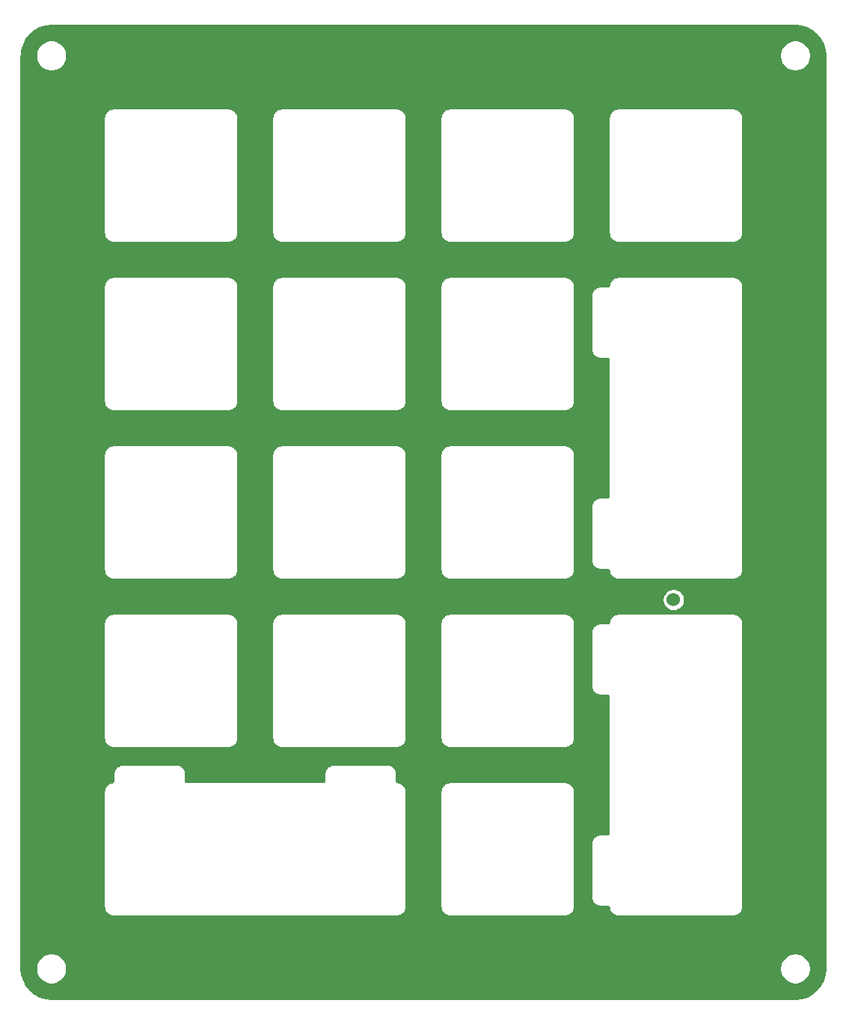
<source format=gtl>
G04 #@! TF.GenerationSoftware,KiCad,Pcbnew,5.1.10-5.1.10*
G04 #@! TF.CreationDate,2021-07-11T16:51:32+05:30*
G04 #@! TF.ProjectId,Soyuz_top,536f7975-7a5f-4746-9f70-2e6b69636164,rev?*
G04 #@! TF.SameCoordinates,Original*
G04 #@! TF.FileFunction,Copper,L1,Top*
G04 #@! TF.FilePolarity,Positive*
%FSLAX46Y46*%
G04 Gerber Fmt 4.6, Leading zero omitted, Abs format (unit mm)*
G04 Created by KiCad (PCBNEW 5.1.10-5.1.10) date 2021-07-11 16:51:32*
%MOMM*%
%LPD*%
G01*
G04 APERTURE LIST*
G04 #@! TA.AperFunction,SMDPad,CuDef*
%ADD10C,1.524000*%
G04 #@! TD*
G04 #@! TA.AperFunction,NonConductor*
%ADD11C,0.254000*%
G04 #@! TD*
G04 #@! TA.AperFunction,NonConductor*
%ADD12C,0.100000*%
G04 #@! TD*
G04 APERTURE END LIST*
D10*
X182880000Y-87630000D03*
D11*
X197318275Y-22775459D02*
X197951480Y-22966635D01*
X198535489Y-23277158D01*
X199048064Y-23695204D01*
X199469678Y-24204848D01*
X199784273Y-24786679D01*
X199979863Y-25418529D01*
X200052000Y-26104860D01*
X200052001Y-129320257D01*
X199984540Y-130008276D01*
X199793365Y-130641480D01*
X199482840Y-131225490D01*
X199064794Y-131738067D01*
X198555152Y-132159678D01*
X197973322Y-132474273D01*
X197341470Y-132669864D01*
X196655140Y-132742000D01*
X112489733Y-132742000D01*
X111801724Y-132674540D01*
X111168520Y-132483365D01*
X110584510Y-132172840D01*
X110071933Y-131754794D01*
X109650322Y-131245152D01*
X109335727Y-130663322D01*
X109140136Y-130031470D01*
X109068000Y-129345140D01*
X109068000Y-129175726D01*
X110690562Y-129175726D01*
X110690562Y-129524274D01*
X110758560Y-129866126D01*
X110891944Y-130188143D01*
X111085587Y-130477951D01*
X111332049Y-130724413D01*
X111621857Y-130918056D01*
X111943874Y-131051440D01*
X112285726Y-131119438D01*
X112634274Y-131119438D01*
X112976126Y-131051440D01*
X113298143Y-130918056D01*
X113587951Y-130724413D01*
X113834413Y-130477951D01*
X114028056Y-130188143D01*
X114161440Y-129866126D01*
X114229438Y-129524274D01*
X114229438Y-129175726D01*
X194890562Y-129175726D01*
X194890562Y-129524274D01*
X194958560Y-129866126D01*
X195091944Y-130188143D01*
X195285587Y-130477951D01*
X195532049Y-130724413D01*
X195821857Y-130918056D01*
X196143874Y-131051440D01*
X196485726Y-131119438D01*
X196834274Y-131119438D01*
X197176126Y-131051440D01*
X197498143Y-130918056D01*
X197787951Y-130724413D01*
X198034413Y-130477951D01*
X198228056Y-130188143D01*
X198361440Y-129866126D01*
X198429438Y-129524274D01*
X198429438Y-129175726D01*
X198361440Y-128833874D01*
X198228056Y-128511857D01*
X198034413Y-128222049D01*
X197787951Y-127975587D01*
X197498143Y-127781944D01*
X197176126Y-127648560D01*
X196834274Y-127580562D01*
X196485726Y-127580562D01*
X196143874Y-127648560D01*
X195821857Y-127781944D01*
X195532049Y-127975587D01*
X195285587Y-128222049D01*
X195091944Y-128511857D01*
X194958560Y-128833874D01*
X194890562Y-129175726D01*
X114229438Y-129175726D01*
X114161440Y-128833874D01*
X114028056Y-128511857D01*
X113834413Y-128222049D01*
X113587951Y-127975587D01*
X113298143Y-127781944D01*
X112976126Y-127648560D01*
X112634274Y-127580562D01*
X112285726Y-127580562D01*
X111943874Y-127648560D01*
X111621857Y-127781944D01*
X111332049Y-127975587D01*
X111085587Y-128222049D01*
X110891944Y-128511857D01*
X110758560Y-128833874D01*
X110690562Y-129175726D01*
X109068000Y-129175726D01*
X109068000Y-109295140D01*
X118377000Y-109295140D01*
X118377001Y-122354861D01*
X118379535Y-122380589D01*
X118379514Y-122383595D01*
X118380343Y-122392043D01*
X118385432Y-122440464D01*
X118385799Y-122444189D01*
X118385837Y-122444313D01*
X118390543Y-122489092D01*
X118401624Y-122543075D01*
X118411949Y-122597202D01*
X118414400Y-122605319D01*
X118414402Y-122605329D01*
X118414406Y-122605338D01*
X118443259Y-122698548D01*
X118464601Y-122749319D01*
X118485257Y-122800445D01*
X118489243Y-122807940D01*
X118535656Y-122893778D01*
X118566482Y-122939480D01*
X118596644Y-122985572D01*
X118602006Y-122992146D01*
X118602010Y-122992152D01*
X118602015Y-122992157D01*
X118664212Y-123067340D01*
X118703317Y-123106174D01*
X118741864Y-123145537D01*
X118748405Y-123150948D01*
X118748409Y-123150952D01*
X118748414Y-123150955D01*
X118824026Y-123212624D01*
X118869943Y-123243132D01*
X118915401Y-123274257D01*
X118922857Y-123278289D01*
X118922860Y-123278291D01*
X118922863Y-123278292D01*
X118922868Y-123278295D01*
X119009029Y-123324107D01*
X119059985Y-123345109D01*
X119110622Y-123366812D01*
X119118732Y-123369322D01*
X119118736Y-123369324D01*
X119118741Y-123369325D01*
X119212149Y-123397527D01*
X119266194Y-123408229D01*
X119320112Y-123419689D01*
X119328555Y-123420577D01*
X119425672Y-123430099D01*
X119425685Y-123430099D01*
X119455139Y-123433000D01*
X151564861Y-123433000D01*
X151590599Y-123430465D01*
X151593595Y-123430486D01*
X151602043Y-123429657D01*
X151650313Y-123424584D01*
X151654189Y-123424202D01*
X151654318Y-123424163D01*
X151699092Y-123419457D01*
X151753075Y-123408376D01*
X151807202Y-123398051D01*
X151815319Y-123395600D01*
X151815329Y-123395598D01*
X151815338Y-123395594D01*
X151908548Y-123366741D01*
X151959319Y-123345399D01*
X152010445Y-123324743D01*
X152017933Y-123320761D01*
X152017937Y-123320759D01*
X152017940Y-123320757D01*
X152103778Y-123274344D01*
X152149480Y-123243518D01*
X152195572Y-123213356D01*
X152202149Y-123207992D01*
X152202152Y-123207990D01*
X152202157Y-123207985D01*
X152277340Y-123145788D01*
X152316174Y-123106683D01*
X152355537Y-123068136D01*
X152360948Y-123061595D01*
X152360952Y-123061591D01*
X152360955Y-123061586D01*
X152422624Y-122985974D01*
X152453132Y-122940057D01*
X152484257Y-122894599D01*
X152488295Y-122887132D01*
X152534107Y-122800971D01*
X152555109Y-122750015D01*
X152576812Y-122699378D01*
X152579322Y-122691269D01*
X152607527Y-122597851D01*
X152618229Y-122543806D01*
X152629689Y-122489888D01*
X152630577Y-122481445D01*
X152640099Y-122384328D01*
X152640099Y-122384315D01*
X152643000Y-122354861D01*
X152643000Y-109295140D01*
X156477000Y-109295140D01*
X156477001Y-122354861D01*
X156479535Y-122380589D01*
X156479514Y-122383595D01*
X156480343Y-122392043D01*
X156485432Y-122440464D01*
X156485799Y-122444189D01*
X156485837Y-122444313D01*
X156490543Y-122489092D01*
X156501624Y-122543075D01*
X156511949Y-122597202D01*
X156514400Y-122605319D01*
X156514402Y-122605329D01*
X156514406Y-122605338D01*
X156543259Y-122698548D01*
X156564601Y-122749319D01*
X156585257Y-122800445D01*
X156589243Y-122807940D01*
X156635656Y-122893778D01*
X156666482Y-122939480D01*
X156696644Y-122985572D01*
X156702006Y-122992146D01*
X156702010Y-122992152D01*
X156702015Y-122992157D01*
X156764212Y-123067340D01*
X156803317Y-123106174D01*
X156841864Y-123145537D01*
X156848405Y-123150948D01*
X156848409Y-123150952D01*
X156848414Y-123150955D01*
X156924026Y-123212624D01*
X156969943Y-123243132D01*
X157015401Y-123274257D01*
X157022857Y-123278289D01*
X157022860Y-123278291D01*
X157022863Y-123278292D01*
X157022868Y-123278295D01*
X157109029Y-123324107D01*
X157159985Y-123345109D01*
X157210622Y-123366812D01*
X157218732Y-123369322D01*
X157218736Y-123369324D01*
X157218741Y-123369325D01*
X157312149Y-123397527D01*
X157366194Y-123408229D01*
X157420112Y-123419689D01*
X157428555Y-123420577D01*
X157525672Y-123430099D01*
X157525685Y-123430099D01*
X157555139Y-123433000D01*
X170614861Y-123433000D01*
X170640599Y-123430465D01*
X170643595Y-123430486D01*
X170652043Y-123429657D01*
X170700313Y-123424584D01*
X170704189Y-123424202D01*
X170704318Y-123424163D01*
X170749092Y-123419457D01*
X170803075Y-123408376D01*
X170857202Y-123398051D01*
X170865319Y-123395600D01*
X170865329Y-123395598D01*
X170865338Y-123395594D01*
X170958548Y-123366741D01*
X171009319Y-123345399D01*
X171060445Y-123324743D01*
X171067933Y-123320761D01*
X171067937Y-123320759D01*
X171067940Y-123320757D01*
X171153778Y-123274344D01*
X171199480Y-123243518D01*
X171245572Y-123213356D01*
X171252149Y-123207992D01*
X171252152Y-123207990D01*
X171252157Y-123207985D01*
X171327340Y-123145788D01*
X171366174Y-123106683D01*
X171405537Y-123068136D01*
X171410948Y-123061595D01*
X171410952Y-123061591D01*
X171410955Y-123061586D01*
X171472624Y-122985974D01*
X171503132Y-122940057D01*
X171534257Y-122894599D01*
X171538295Y-122887132D01*
X171584107Y-122800971D01*
X171605109Y-122750015D01*
X171626812Y-122699378D01*
X171629322Y-122691269D01*
X171657527Y-122597851D01*
X171668229Y-122543806D01*
X171679689Y-122489888D01*
X171680577Y-122481445D01*
X171690099Y-122384328D01*
X171690099Y-122384315D01*
X171693000Y-122354861D01*
X171693000Y-109295139D01*
X171690465Y-109269401D01*
X171690486Y-109266406D01*
X171689657Y-109257957D01*
X171684584Y-109209694D01*
X171684202Y-109205811D01*
X171684163Y-109205681D01*
X171679457Y-109160909D01*
X171668379Y-109106939D01*
X171658051Y-109052798D01*
X171655599Y-109044679D01*
X171655598Y-109044672D01*
X171655595Y-109044666D01*
X171626741Y-108951452D01*
X171605386Y-108900649D01*
X171584742Y-108849555D01*
X171580757Y-108842059D01*
X171534344Y-108756222D01*
X171503528Y-108710535D01*
X171473356Y-108664428D01*
X171467993Y-108657853D01*
X171467990Y-108657848D01*
X171467985Y-108657843D01*
X171405788Y-108582660D01*
X171366699Y-108543843D01*
X171328136Y-108504463D01*
X171321595Y-108499052D01*
X171245974Y-108437376D01*
X171200057Y-108406868D01*
X171154599Y-108375743D01*
X171147143Y-108371711D01*
X171147140Y-108371709D01*
X171147137Y-108371708D01*
X171147132Y-108371705D01*
X171060971Y-108325893D01*
X171010015Y-108304891D01*
X170959378Y-108283188D01*
X170951269Y-108280678D01*
X170951268Y-108280678D01*
X170951264Y-108280676D01*
X170951259Y-108280675D01*
X170857851Y-108252473D01*
X170803813Y-108241773D01*
X170749888Y-108230311D01*
X170741458Y-108229425D01*
X170741451Y-108229424D01*
X170741445Y-108229424D01*
X170644328Y-108219901D01*
X170644315Y-108219901D01*
X170614861Y-108217000D01*
X157555139Y-108217000D01*
X157529401Y-108219535D01*
X157526406Y-108219514D01*
X157517957Y-108220343D01*
X157469695Y-108225415D01*
X157465811Y-108225798D01*
X157465681Y-108225837D01*
X157420909Y-108230543D01*
X157366939Y-108241621D01*
X157312798Y-108251949D01*
X157304679Y-108254401D01*
X157304672Y-108254402D01*
X157304666Y-108254405D01*
X157211452Y-108283259D01*
X157160649Y-108304614D01*
X157109555Y-108325258D01*
X157102059Y-108329243D01*
X157016222Y-108375656D01*
X156970535Y-108406472D01*
X156924428Y-108436644D01*
X156917854Y-108442006D01*
X156917848Y-108442010D01*
X156917843Y-108442015D01*
X156842660Y-108504212D01*
X156803843Y-108543301D01*
X156764463Y-108581864D01*
X156759052Y-108588405D01*
X156697376Y-108664026D01*
X156666868Y-108709943D01*
X156635743Y-108755401D01*
X156631705Y-108762868D01*
X156585893Y-108849029D01*
X156564891Y-108899985D01*
X156543188Y-108950622D01*
X156540678Y-108958731D01*
X156512473Y-109052149D01*
X156501773Y-109106187D01*
X156490311Y-109160112D01*
X156489425Y-109168542D01*
X156489424Y-109168549D01*
X156489424Y-109168555D01*
X156479901Y-109265672D01*
X156479901Y-109265686D01*
X156477000Y-109295140D01*
X152643000Y-109295140D01*
X152643000Y-109295139D01*
X152640465Y-109269401D01*
X152640486Y-109266406D01*
X152639657Y-109257957D01*
X152634584Y-109209694D01*
X152634202Y-109205811D01*
X152634163Y-109205681D01*
X152629457Y-109160909D01*
X152618379Y-109106939D01*
X152608051Y-109052798D01*
X152605599Y-109044679D01*
X152605598Y-109044672D01*
X152605595Y-109044666D01*
X152576741Y-108951452D01*
X152555386Y-108900649D01*
X152534742Y-108849555D01*
X152530757Y-108842059D01*
X152484344Y-108756222D01*
X152453528Y-108710535D01*
X152423356Y-108664428D01*
X152417993Y-108657853D01*
X152417990Y-108657848D01*
X152417985Y-108657843D01*
X152355788Y-108582660D01*
X152316699Y-108543843D01*
X152278136Y-108504463D01*
X152271595Y-108499052D01*
X152195974Y-108437376D01*
X152150057Y-108406868D01*
X152104599Y-108375743D01*
X152097143Y-108371711D01*
X152097140Y-108371709D01*
X152097137Y-108371708D01*
X152097132Y-108371705D01*
X152010971Y-108325893D01*
X151960015Y-108304891D01*
X151909378Y-108283188D01*
X151901269Y-108280678D01*
X151901268Y-108280678D01*
X151901264Y-108280676D01*
X151901259Y-108280675D01*
X151807851Y-108252473D01*
X151753813Y-108241773D01*
X151699888Y-108230311D01*
X151691458Y-108229425D01*
X151691451Y-108229424D01*
X151691445Y-108229424D01*
X151594328Y-108219901D01*
X151594315Y-108219901D01*
X151564861Y-108217000D01*
X151556000Y-108217000D01*
X151556000Y-107295139D01*
X151553465Y-107269401D01*
X151553486Y-107266406D01*
X151552657Y-107257957D01*
X151547585Y-107209695D01*
X151547202Y-107205811D01*
X151547163Y-107205681D01*
X151542457Y-107160909D01*
X151531379Y-107106939D01*
X151521051Y-107052798D01*
X151518599Y-107044679D01*
X151518598Y-107044672D01*
X151518595Y-107044666D01*
X151489741Y-106951452D01*
X151468386Y-106900649D01*
X151447742Y-106849555D01*
X151443757Y-106842059D01*
X151397344Y-106756222D01*
X151366528Y-106710535D01*
X151336356Y-106664428D01*
X151330993Y-106657853D01*
X151330990Y-106657848D01*
X151330985Y-106657843D01*
X151268788Y-106582660D01*
X151229699Y-106543843D01*
X151191136Y-106504463D01*
X151184595Y-106499052D01*
X151108974Y-106437376D01*
X151063057Y-106406868D01*
X151017599Y-106375743D01*
X151010143Y-106371711D01*
X151010140Y-106371709D01*
X151010137Y-106371708D01*
X151010132Y-106371705D01*
X150923971Y-106325893D01*
X150873015Y-106304891D01*
X150822378Y-106283188D01*
X150814269Y-106280678D01*
X150814268Y-106280678D01*
X150814264Y-106280676D01*
X150814259Y-106280675D01*
X150720851Y-106252473D01*
X150666813Y-106241773D01*
X150612888Y-106230311D01*
X150604458Y-106229425D01*
X150604451Y-106229424D01*
X150604445Y-106229424D01*
X150507328Y-106219901D01*
X150507315Y-106219901D01*
X150477861Y-106217000D01*
X144418139Y-106217000D01*
X144392401Y-106219535D01*
X144389406Y-106219514D01*
X144380957Y-106220343D01*
X144332695Y-106225415D01*
X144328811Y-106225798D01*
X144328681Y-106225837D01*
X144283909Y-106230543D01*
X144229939Y-106241621D01*
X144175798Y-106251949D01*
X144167679Y-106254401D01*
X144167672Y-106254402D01*
X144167666Y-106254405D01*
X144074452Y-106283259D01*
X144023649Y-106304614D01*
X143972555Y-106325258D01*
X143965059Y-106329243D01*
X143879222Y-106375656D01*
X143833535Y-106406472D01*
X143787428Y-106436644D01*
X143780854Y-106442006D01*
X143780848Y-106442010D01*
X143780843Y-106442015D01*
X143705660Y-106504212D01*
X143666843Y-106543301D01*
X143627463Y-106581864D01*
X143622052Y-106588405D01*
X143560376Y-106664026D01*
X143529868Y-106709943D01*
X143498743Y-106755401D01*
X143494705Y-106762868D01*
X143448893Y-106849029D01*
X143427891Y-106899985D01*
X143406188Y-106950622D01*
X143403678Y-106958731D01*
X143375473Y-107052149D01*
X143364773Y-107106187D01*
X143353311Y-107160112D01*
X143352425Y-107168542D01*
X143352424Y-107168549D01*
X143352424Y-107168555D01*
X143342901Y-107265672D01*
X143342901Y-107265686D01*
X143340000Y-107295140D01*
X143340001Y-108217000D01*
X127680000Y-108217000D01*
X127680000Y-107295139D01*
X127677465Y-107269401D01*
X127677486Y-107266406D01*
X127676657Y-107257957D01*
X127671585Y-107209695D01*
X127671202Y-107205811D01*
X127671163Y-107205681D01*
X127666457Y-107160909D01*
X127655379Y-107106939D01*
X127645051Y-107052798D01*
X127642599Y-107044679D01*
X127642598Y-107044672D01*
X127642595Y-107044666D01*
X127613741Y-106951452D01*
X127592386Y-106900649D01*
X127571742Y-106849555D01*
X127567757Y-106842059D01*
X127521344Y-106756222D01*
X127490528Y-106710535D01*
X127460356Y-106664428D01*
X127454993Y-106657853D01*
X127454990Y-106657848D01*
X127454985Y-106657843D01*
X127392788Y-106582660D01*
X127353699Y-106543843D01*
X127315136Y-106504463D01*
X127308595Y-106499052D01*
X127232974Y-106437376D01*
X127187057Y-106406868D01*
X127141599Y-106375743D01*
X127134143Y-106371711D01*
X127134140Y-106371709D01*
X127134137Y-106371708D01*
X127134132Y-106371705D01*
X127047971Y-106325893D01*
X126997015Y-106304891D01*
X126946378Y-106283188D01*
X126938269Y-106280678D01*
X126938268Y-106280678D01*
X126938264Y-106280676D01*
X126938259Y-106280675D01*
X126844851Y-106252473D01*
X126790813Y-106241773D01*
X126736888Y-106230311D01*
X126728458Y-106229425D01*
X126728451Y-106229424D01*
X126728445Y-106229424D01*
X126631328Y-106219901D01*
X126631315Y-106219901D01*
X126601861Y-106217000D01*
X120542139Y-106217000D01*
X120516401Y-106219535D01*
X120513406Y-106219514D01*
X120504957Y-106220343D01*
X120456695Y-106225415D01*
X120452811Y-106225798D01*
X120452681Y-106225837D01*
X120407909Y-106230543D01*
X120353939Y-106241621D01*
X120299798Y-106251949D01*
X120291679Y-106254401D01*
X120291672Y-106254402D01*
X120291666Y-106254405D01*
X120198452Y-106283259D01*
X120147649Y-106304614D01*
X120096555Y-106325258D01*
X120089059Y-106329243D01*
X120003222Y-106375656D01*
X119957535Y-106406472D01*
X119911428Y-106436644D01*
X119904854Y-106442006D01*
X119904848Y-106442010D01*
X119904843Y-106442015D01*
X119829660Y-106504212D01*
X119790843Y-106543301D01*
X119751463Y-106581864D01*
X119746052Y-106588405D01*
X119684376Y-106664026D01*
X119653868Y-106709943D01*
X119622743Y-106755401D01*
X119618705Y-106762868D01*
X119572893Y-106849029D01*
X119551891Y-106899985D01*
X119530188Y-106950622D01*
X119527678Y-106958731D01*
X119499473Y-107052149D01*
X119488773Y-107106187D01*
X119477311Y-107160112D01*
X119476425Y-107168542D01*
X119476424Y-107168549D01*
X119476424Y-107168555D01*
X119466901Y-107265672D01*
X119466901Y-107265686D01*
X119464000Y-107295140D01*
X119464001Y-108217000D01*
X119455139Y-108217000D01*
X119429401Y-108219535D01*
X119426406Y-108219514D01*
X119417957Y-108220343D01*
X119369695Y-108225415D01*
X119365811Y-108225798D01*
X119365681Y-108225837D01*
X119320909Y-108230543D01*
X119266939Y-108241621D01*
X119212798Y-108251949D01*
X119204679Y-108254401D01*
X119204672Y-108254402D01*
X119204666Y-108254405D01*
X119111452Y-108283259D01*
X119060649Y-108304614D01*
X119009555Y-108325258D01*
X119002059Y-108329243D01*
X118916222Y-108375656D01*
X118870535Y-108406472D01*
X118824428Y-108436644D01*
X118817854Y-108442006D01*
X118817848Y-108442010D01*
X118817843Y-108442015D01*
X118742660Y-108504212D01*
X118703843Y-108543301D01*
X118664463Y-108581864D01*
X118659052Y-108588405D01*
X118597376Y-108664026D01*
X118566868Y-108709943D01*
X118535743Y-108755401D01*
X118531705Y-108762868D01*
X118485893Y-108849029D01*
X118464891Y-108899985D01*
X118443188Y-108950622D01*
X118440678Y-108958731D01*
X118412473Y-109052149D01*
X118401773Y-109106187D01*
X118390311Y-109160112D01*
X118389425Y-109168542D01*
X118389424Y-109168549D01*
X118389424Y-109168555D01*
X118379901Y-109265672D01*
X118379901Y-109265686D01*
X118377000Y-109295140D01*
X109068000Y-109295140D01*
X109068000Y-90245140D01*
X118377000Y-90245140D01*
X118377001Y-103304861D01*
X118379535Y-103330589D01*
X118379514Y-103333595D01*
X118380343Y-103342043D01*
X118385432Y-103390464D01*
X118385799Y-103394189D01*
X118385837Y-103394313D01*
X118390543Y-103439092D01*
X118401624Y-103493075D01*
X118411949Y-103547202D01*
X118414400Y-103555319D01*
X118414402Y-103555329D01*
X118414406Y-103555338D01*
X118443259Y-103648548D01*
X118464601Y-103699319D01*
X118485257Y-103750445D01*
X118489243Y-103757940D01*
X118535656Y-103843778D01*
X118566482Y-103889480D01*
X118596644Y-103935572D01*
X118602006Y-103942146D01*
X118602010Y-103942152D01*
X118602015Y-103942157D01*
X118664212Y-104017340D01*
X118703317Y-104056174D01*
X118741864Y-104095537D01*
X118748405Y-104100948D01*
X118748409Y-104100952D01*
X118748414Y-104100955D01*
X118824026Y-104162624D01*
X118869943Y-104193132D01*
X118915401Y-104224257D01*
X118922857Y-104228289D01*
X118922860Y-104228291D01*
X118922863Y-104228292D01*
X118922868Y-104228295D01*
X119009029Y-104274107D01*
X119059985Y-104295109D01*
X119110622Y-104316812D01*
X119118732Y-104319322D01*
X119118736Y-104319324D01*
X119118741Y-104319325D01*
X119212149Y-104347527D01*
X119266194Y-104358229D01*
X119320112Y-104369689D01*
X119328555Y-104370577D01*
X119425672Y-104380099D01*
X119425685Y-104380099D01*
X119455139Y-104383000D01*
X132514861Y-104383000D01*
X132540599Y-104380465D01*
X132543595Y-104380486D01*
X132552043Y-104379657D01*
X132600313Y-104374584D01*
X132604189Y-104374202D01*
X132604318Y-104374163D01*
X132649092Y-104369457D01*
X132703075Y-104358376D01*
X132757202Y-104348051D01*
X132765319Y-104345600D01*
X132765329Y-104345598D01*
X132765338Y-104345594D01*
X132858548Y-104316741D01*
X132909319Y-104295399D01*
X132960445Y-104274743D01*
X132967933Y-104270761D01*
X132967937Y-104270759D01*
X132967940Y-104270757D01*
X133053778Y-104224344D01*
X133099480Y-104193518D01*
X133145572Y-104163356D01*
X133152149Y-104157992D01*
X133152152Y-104157990D01*
X133152157Y-104157985D01*
X133227340Y-104095788D01*
X133266174Y-104056683D01*
X133305537Y-104018136D01*
X133310948Y-104011595D01*
X133310952Y-104011591D01*
X133310955Y-104011586D01*
X133372624Y-103935974D01*
X133403132Y-103890057D01*
X133434257Y-103844599D01*
X133438295Y-103837132D01*
X133484107Y-103750971D01*
X133505109Y-103700015D01*
X133526812Y-103649378D01*
X133529322Y-103641269D01*
X133557527Y-103547851D01*
X133568229Y-103493806D01*
X133579689Y-103439888D01*
X133580577Y-103431445D01*
X133590099Y-103334328D01*
X133590099Y-103334315D01*
X133593000Y-103304861D01*
X133593000Y-90245140D01*
X137427000Y-90245140D01*
X137427001Y-103304861D01*
X137429535Y-103330589D01*
X137429514Y-103333595D01*
X137430343Y-103342043D01*
X137435432Y-103390464D01*
X137435799Y-103394189D01*
X137435837Y-103394313D01*
X137440543Y-103439092D01*
X137451624Y-103493075D01*
X137461949Y-103547202D01*
X137464400Y-103555319D01*
X137464402Y-103555329D01*
X137464406Y-103555338D01*
X137493259Y-103648548D01*
X137514601Y-103699319D01*
X137535257Y-103750445D01*
X137539243Y-103757940D01*
X137585656Y-103843778D01*
X137616482Y-103889480D01*
X137646644Y-103935572D01*
X137652006Y-103942146D01*
X137652010Y-103942152D01*
X137652015Y-103942157D01*
X137714212Y-104017340D01*
X137753317Y-104056174D01*
X137791864Y-104095537D01*
X137798405Y-104100948D01*
X137798409Y-104100952D01*
X137798414Y-104100955D01*
X137874026Y-104162624D01*
X137919943Y-104193132D01*
X137965401Y-104224257D01*
X137972857Y-104228289D01*
X137972860Y-104228291D01*
X137972863Y-104228292D01*
X137972868Y-104228295D01*
X138059029Y-104274107D01*
X138109985Y-104295109D01*
X138160622Y-104316812D01*
X138168732Y-104319322D01*
X138168736Y-104319324D01*
X138168741Y-104319325D01*
X138262149Y-104347527D01*
X138316194Y-104358229D01*
X138370112Y-104369689D01*
X138378555Y-104370577D01*
X138475672Y-104380099D01*
X138475685Y-104380099D01*
X138505139Y-104383000D01*
X151564861Y-104383000D01*
X151590599Y-104380465D01*
X151593595Y-104380486D01*
X151602043Y-104379657D01*
X151650313Y-104374584D01*
X151654189Y-104374202D01*
X151654318Y-104374163D01*
X151699092Y-104369457D01*
X151753075Y-104358376D01*
X151807202Y-104348051D01*
X151815319Y-104345600D01*
X151815329Y-104345598D01*
X151815338Y-104345594D01*
X151908548Y-104316741D01*
X151959319Y-104295399D01*
X152010445Y-104274743D01*
X152017933Y-104270761D01*
X152017937Y-104270759D01*
X152017940Y-104270757D01*
X152103778Y-104224344D01*
X152149480Y-104193518D01*
X152195572Y-104163356D01*
X152202149Y-104157992D01*
X152202152Y-104157990D01*
X152202157Y-104157985D01*
X152277340Y-104095788D01*
X152316174Y-104056683D01*
X152355537Y-104018136D01*
X152360948Y-104011595D01*
X152360952Y-104011591D01*
X152360955Y-104011586D01*
X152422624Y-103935974D01*
X152453132Y-103890057D01*
X152484257Y-103844599D01*
X152488295Y-103837132D01*
X152534107Y-103750971D01*
X152555109Y-103700015D01*
X152576812Y-103649378D01*
X152579322Y-103641269D01*
X152607527Y-103547851D01*
X152618229Y-103493806D01*
X152629689Y-103439888D01*
X152630577Y-103431445D01*
X152640099Y-103334328D01*
X152640099Y-103334315D01*
X152643000Y-103304861D01*
X152643000Y-90245140D01*
X156477000Y-90245140D01*
X156477001Y-103304861D01*
X156479535Y-103330589D01*
X156479514Y-103333595D01*
X156480343Y-103342043D01*
X156485432Y-103390464D01*
X156485799Y-103394189D01*
X156485837Y-103394313D01*
X156490543Y-103439092D01*
X156501624Y-103493075D01*
X156511949Y-103547202D01*
X156514400Y-103555319D01*
X156514402Y-103555329D01*
X156514406Y-103555338D01*
X156543259Y-103648548D01*
X156564601Y-103699319D01*
X156585257Y-103750445D01*
X156589243Y-103757940D01*
X156635656Y-103843778D01*
X156666482Y-103889480D01*
X156696644Y-103935572D01*
X156702006Y-103942146D01*
X156702010Y-103942152D01*
X156702015Y-103942157D01*
X156764212Y-104017340D01*
X156803317Y-104056174D01*
X156841864Y-104095537D01*
X156848405Y-104100948D01*
X156848409Y-104100952D01*
X156848414Y-104100955D01*
X156924026Y-104162624D01*
X156969943Y-104193132D01*
X157015401Y-104224257D01*
X157022857Y-104228289D01*
X157022860Y-104228291D01*
X157022863Y-104228292D01*
X157022868Y-104228295D01*
X157109029Y-104274107D01*
X157159985Y-104295109D01*
X157210622Y-104316812D01*
X157218732Y-104319322D01*
X157218736Y-104319324D01*
X157218741Y-104319325D01*
X157312149Y-104347527D01*
X157366194Y-104358229D01*
X157420112Y-104369689D01*
X157428555Y-104370577D01*
X157525672Y-104380099D01*
X157525685Y-104380099D01*
X157555139Y-104383000D01*
X170614861Y-104383000D01*
X170640599Y-104380465D01*
X170643595Y-104380486D01*
X170652043Y-104379657D01*
X170700313Y-104374584D01*
X170704189Y-104374202D01*
X170704318Y-104374163D01*
X170749092Y-104369457D01*
X170803075Y-104358376D01*
X170857202Y-104348051D01*
X170865319Y-104345600D01*
X170865329Y-104345598D01*
X170865338Y-104345594D01*
X170958548Y-104316741D01*
X171009319Y-104295399D01*
X171060445Y-104274743D01*
X171067933Y-104270761D01*
X171067937Y-104270759D01*
X171067940Y-104270757D01*
X171153778Y-104224344D01*
X171199480Y-104193518D01*
X171245572Y-104163356D01*
X171252149Y-104157992D01*
X171252152Y-104157990D01*
X171252157Y-104157985D01*
X171327340Y-104095788D01*
X171366174Y-104056683D01*
X171405537Y-104018136D01*
X171410948Y-104011595D01*
X171410952Y-104011591D01*
X171410955Y-104011586D01*
X171472624Y-103935974D01*
X171503132Y-103890057D01*
X171534257Y-103844599D01*
X171538295Y-103837132D01*
X171584107Y-103750971D01*
X171605109Y-103700015D01*
X171626812Y-103649378D01*
X171629322Y-103641269D01*
X171657527Y-103547851D01*
X171668229Y-103493806D01*
X171679689Y-103439888D01*
X171680577Y-103431445D01*
X171690099Y-103334328D01*
X171690099Y-103334315D01*
X171693000Y-103304861D01*
X171693000Y-91332140D01*
X173527000Y-91332140D01*
X173527001Y-97391861D01*
X173529535Y-97417589D01*
X173529514Y-97420595D01*
X173530343Y-97429043D01*
X173535432Y-97477464D01*
X173535799Y-97481189D01*
X173535837Y-97481313D01*
X173540543Y-97526092D01*
X173551624Y-97580075D01*
X173561949Y-97634202D01*
X173564400Y-97642319D01*
X173564402Y-97642329D01*
X173564406Y-97642338D01*
X173593259Y-97735548D01*
X173614601Y-97786319D01*
X173635257Y-97837445D01*
X173639243Y-97844940D01*
X173685656Y-97930778D01*
X173716482Y-97976480D01*
X173746644Y-98022572D01*
X173752006Y-98029146D01*
X173752010Y-98029152D01*
X173752015Y-98029157D01*
X173814212Y-98104340D01*
X173853317Y-98143174D01*
X173891864Y-98182537D01*
X173898405Y-98187948D01*
X173898409Y-98187952D01*
X173898414Y-98187955D01*
X173974026Y-98249624D01*
X174019943Y-98280132D01*
X174065401Y-98311257D01*
X174072857Y-98315289D01*
X174072860Y-98315291D01*
X174072863Y-98315292D01*
X174072868Y-98315295D01*
X174159029Y-98361107D01*
X174209985Y-98382109D01*
X174260622Y-98403812D01*
X174268732Y-98406322D01*
X174268736Y-98406324D01*
X174268741Y-98406325D01*
X174362149Y-98434527D01*
X174416194Y-98445229D01*
X174470112Y-98456689D01*
X174478555Y-98457577D01*
X174575672Y-98467099D01*
X174575685Y-98467099D01*
X174605139Y-98470000D01*
X175527000Y-98470000D01*
X175527001Y-114130000D01*
X174605139Y-114130000D01*
X174579401Y-114132535D01*
X174576406Y-114132514D01*
X174567957Y-114133343D01*
X174519695Y-114138415D01*
X174515811Y-114138798D01*
X174515681Y-114138837D01*
X174470909Y-114143543D01*
X174416939Y-114154621D01*
X174362798Y-114164949D01*
X174354679Y-114167401D01*
X174354672Y-114167402D01*
X174354666Y-114167405D01*
X174261452Y-114196259D01*
X174210649Y-114217614D01*
X174159555Y-114238258D01*
X174152059Y-114242243D01*
X174066222Y-114288656D01*
X174020535Y-114319472D01*
X173974428Y-114349644D01*
X173967854Y-114355006D01*
X173967848Y-114355010D01*
X173967843Y-114355015D01*
X173892660Y-114417212D01*
X173853843Y-114456301D01*
X173814463Y-114494864D01*
X173809052Y-114501405D01*
X173747376Y-114577026D01*
X173716868Y-114622943D01*
X173685743Y-114668401D01*
X173681705Y-114675868D01*
X173635893Y-114762029D01*
X173614891Y-114812985D01*
X173593188Y-114863622D01*
X173590678Y-114871731D01*
X173562473Y-114965149D01*
X173551773Y-115019187D01*
X173540311Y-115073112D01*
X173539425Y-115081542D01*
X173539424Y-115081549D01*
X173539424Y-115081555D01*
X173529901Y-115178672D01*
X173529901Y-115178686D01*
X173527000Y-115208140D01*
X173527001Y-121267861D01*
X173529535Y-121293589D01*
X173529514Y-121296595D01*
X173530343Y-121305043D01*
X173535432Y-121353464D01*
X173535799Y-121357189D01*
X173535837Y-121357313D01*
X173540543Y-121402092D01*
X173551624Y-121456075D01*
X173561949Y-121510202D01*
X173564400Y-121518319D01*
X173564402Y-121518329D01*
X173564406Y-121518338D01*
X173593259Y-121611548D01*
X173614601Y-121662319D01*
X173635257Y-121713445D01*
X173639243Y-121720940D01*
X173685656Y-121806778D01*
X173716482Y-121852480D01*
X173746644Y-121898572D01*
X173752006Y-121905146D01*
X173752010Y-121905152D01*
X173752015Y-121905157D01*
X173814212Y-121980340D01*
X173853317Y-122019174D01*
X173891864Y-122058537D01*
X173898405Y-122063948D01*
X173898409Y-122063952D01*
X173898414Y-122063955D01*
X173974026Y-122125624D01*
X174019943Y-122156132D01*
X174065401Y-122187257D01*
X174072857Y-122191289D01*
X174072860Y-122191291D01*
X174072863Y-122191292D01*
X174072868Y-122191295D01*
X174159029Y-122237107D01*
X174209985Y-122258109D01*
X174260622Y-122279812D01*
X174268732Y-122282322D01*
X174268736Y-122282324D01*
X174268741Y-122282325D01*
X174362149Y-122310527D01*
X174416194Y-122321229D01*
X174470112Y-122332689D01*
X174478555Y-122333577D01*
X174575672Y-122343099D01*
X174575685Y-122343099D01*
X174605139Y-122346000D01*
X175527000Y-122346000D01*
X175527000Y-122354861D01*
X175529535Y-122380599D01*
X175529514Y-122383595D01*
X175530343Y-122392043D01*
X175535416Y-122440313D01*
X175535798Y-122444189D01*
X175535837Y-122444318D01*
X175540543Y-122489092D01*
X175551624Y-122543075D01*
X175561949Y-122597202D01*
X175564400Y-122605319D01*
X175564402Y-122605329D01*
X175564406Y-122605338D01*
X175593259Y-122698548D01*
X175614601Y-122749319D01*
X175635257Y-122800445D01*
X175639243Y-122807940D01*
X175685656Y-122893778D01*
X175716482Y-122939480D01*
X175746644Y-122985572D01*
X175752006Y-122992146D01*
X175752010Y-122992152D01*
X175752015Y-122992157D01*
X175814212Y-123067340D01*
X175853317Y-123106174D01*
X175891864Y-123145537D01*
X175898405Y-123150948D01*
X175898409Y-123150952D01*
X175898414Y-123150955D01*
X175974026Y-123212624D01*
X176019943Y-123243132D01*
X176065401Y-123274257D01*
X176072857Y-123278289D01*
X176072860Y-123278291D01*
X176072863Y-123278292D01*
X176072868Y-123278295D01*
X176159029Y-123324107D01*
X176209985Y-123345109D01*
X176260622Y-123366812D01*
X176268732Y-123369322D01*
X176268736Y-123369324D01*
X176268741Y-123369325D01*
X176362149Y-123397527D01*
X176416194Y-123408229D01*
X176470112Y-123419689D01*
X176478555Y-123420577D01*
X176575672Y-123430099D01*
X176575685Y-123430099D01*
X176605139Y-123433000D01*
X189664861Y-123433000D01*
X189690599Y-123430465D01*
X189693595Y-123430486D01*
X189702043Y-123429657D01*
X189750313Y-123424584D01*
X189754189Y-123424202D01*
X189754318Y-123424163D01*
X189799092Y-123419457D01*
X189853075Y-123408376D01*
X189907202Y-123398051D01*
X189915319Y-123395600D01*
X189915329Y-123395598D01*
X189915338Y-123395594D01*
X190008548Y-123366741D01*
X190059319Y-123345399D01*
X190110445Y-123324743D01*
X190117933Y-123320761D01*
X190117937Y-123320759D01*
X190117940Y-123320757D01*
X190203778Y-123274344D01*
X190249480Y-123243518D01*
X190295572Y-123213356D01*
X190302149Y-123207992D01*
X190302152Y-123207990D01*
X190302157Y-123207985D01*
X190377340Y-123145788D01*
X190416174Y-123106683D01*
X190455537Y-123068136D01*
X190460948Y-123061595D01*
X190460952Y-123061591D01*
X190460955Y-123061586D01*
X190522624Y-122985974D01*
X190553132Y-122940057D01*
X190584257Y-122894599D01*
X190588295Y-122887132D01*
X190634107Y-122800971D01*
X190655109Y-122750015D01*
X190676812Y-122699378D01*
X190679322Y-122691269D01*
X190707527Y-122597851D01*
X190718229Y-122543806D01*
X190729689Y-122489888D01*
X190730577Y-122481445D01*
X190740099Y-122384328D01*
X190740099Y-122384315D01*
X190743000Y-122354861D01*
X190743000Y-90245139D01*
X190740465Y-90219401D01*
X190740486Y-90216406D01*
X190739657Y-90207957D01*
X190734585Y-90159695D01*
X190734202Y-90155811D01*
X190734163Y-90155681D01*
X190729457Y-90110909D01*
X190718379Y-90056939D01*
X190708051Y-90002798D01*
X190705599Y-89994679D01*
X190705598Y-89994672D01*
X190705595Y-89994666D01*
X190676741Y-89901452D01*
X190655386Y-89850649D01*
X190634742Y-89799555D01*
X190630757Y-89792059D01*
X190584344Y-89706222D01*
X190553528Y-89660535D01*
X190523356Y-89614428D01*
X190517993Y-89607853D01*
X190517990Y-89607848D01*
X190517985Y-89607843D01*
X190455788Y-89532660D01*
X190416699Y-89493843D01*
X190378136Y-89454463D01*
X190371595Y-89449052D01*
X190295974Y-89387376D01*
X190250057Y-89356868D01*
X190204599Y-89325743D01*
X190197143Y-89321711D01*
X190197140Y-89321709D01*
X190197137Y-89321708D01*
X190197132Y-89321705D01*
X190110971Y-89275893D01*
X190060015Y-89254891D01*
X190009378Y-89233188D01*
X190001269Y-89230678D01*
X190001268Y-89230678D01*
X190001264Y-89230676D01*
X190001259Y-89230675D01*
X189907851Y-89202473D01*
X189853813Y-89191773D01*
X189799888Y-89180311D01*
X189791458Y-89179425D01*
X189791451Y-89179424D01*
X189791445Y-89179424D01*
X189694328Y-89169901D01*
X189694315Y-89169901D01*
X189664861Y-89167000D01*
X176605139Y-89167000D01*
X176579401Y-89169535D01*
X176576406Y-89169514D01*
X176567957Y-89170343D01*
X176519695Y-89175415D01*
X176515811Y-89175798D01*
X176515681Y-89175837D01*
X176470909Y-89180543D01*
X176416939Y-89191621D01*
X176362798Y-89201949D01*
X176354679Y-89204401D01*
X176354672Y-89204402D01*
X176354666Y-89204405D01*
X176261452Y-89233259D01*
X176210649Y-89254614D01*
X176159555Y-89275258D01*
X176152059Y-89279243D01*
X176066222Y-89325656D01*
X176020535Y-89356472D01*
X175974428Y-89386644D01*
X175967854Y-89392006D01*
X175967848Y-89392010D01*
X175967843Y-89392015D01*
X175892660Y-89454212D01*
X175853843Y-89493301D01*
X175814463Y-89531864D01*
X175809052Y-89538405D01*
X175747376Y-89614026D01*
X175716868Y-89659943D01*
X175685743Y-89705401D01*
X175681705Y-89712868D01*
X175635893Y-89799029D01*
X175614891Y-89849985D01*
X175593188Y-89900622D01*
X175590678Y-89908731D01*
X175562473Y-90002149D01*
X175551773Y-90056187D01*
X175540311Y-90110112D01*
X175539425Y-90118542D01*
X175539424Y-90118549D01*
X175539424Y-90118555D01*
X175529901Y-90215672D01*
X175529901Y-90215686D01*
X175527000Y-90245140D01*
X175527000Y-90254000D01*
X174605139Y-90254000D01*
X174579401Y-90256535D01*
X174576406Y-90256514D01*
X174567957Y-90257343D01*
X174519695Y-90262415D01*
X174515811Y-90262798D01*
X174515681Y-90262837D01*
X174470909Y-90267543D01*
X174416939Y-90278621D01*
X174362798Y-90288949D01*
X174354679Y-90291401D01*
X174354672Y-90291402D01*
X174354666Y-90291405D01*
X174261452Y-90320259D01*
X174210649Y-90341614D01*
X174159555Y-90362258D01*
X174152059Y-90366243D01*
X174066222Y-90412656D01*
X174020535Y-90443472D01*
X173974428Y-90473644D01*
X173967854Y-90479006D01*
X173967848Y-90479010D01*
X173967843Y-90479015D01*
X173892660Y-90541212D01*
X173853843Y-90580301D01*
X173814463Y-90618864D01*
X173809052Y-90625405D01*
X173747376Y-90701026D01*
X173716868Y-90746943D01*
X173685743Y-90792401D01*
X173681705Y-90799868D01*
X173635893Y-90886029D01*
X173614891Y-90936985D01*
X173593188Y-90987622D01*
X173590678Y-90995731D01*
X173562473Y-91089149D01*
X173551773Y-91143187D01*
X173540311Y-91197112D01*
X173539425Y-91205542D01*
X173539424Y-91205549D01*
X173539424Y-91205555D01*
X173529901Y-91302672D01*
X173529901Y-91302686D01*
X173527000Y-91332140D01*
X171693000Y-91332140D01*
X171693000Y-90245139D01*
X171690465Y-90219401D01*
X171690486Y-90216406D01*
X171689657Y-90207957D01*
X171684585Y-90159695D01*
X171684202Y-90155811D01*
X171684163Y-90155681D01*
X171679457Y-90110909D01*
X171668379Y-90056939D01*
X171658051Y-90002798D01*
X171655599Y-89994679D01*
X171655598Y-89994672D01*
X171655595Y-89994666D01*
X171626741Y-89901452D01*
X171605386Y-89850649D01*
X171584742Y-89799555D01*
X171580757Y-89792059D01*
X171534344Y-89706222D01*
X171503528Y-89660535D01*
X171473356Y-89614428D01*
X171467993Y-89607853D01*
X171467990Y-89607848D01*
X171467985Y-89607843D01*
X171405788Y-89532660D01*
X171366699Y-89493843D01*
X171328136Y-89454463D01*
X171321595Y-89449052D01*
X171245974Y-89387376D01*
X171200057Y-89356868D01*
X171154599Y-89325743D01*
X171147143Y-89321711D01*
X171147140Y-89321709D01*
X171147137Y-89321708D01*
X171147132Y-89321705D01*
X171060971Y-89275893D01*
X171010015Y-89254891D01*
X170959378Y-89233188D01*
X170951269Y-89230678D01*
X170951268Y-89230678D01*
X170951264Y-89230676D01*
X170951259Y-89230675D01*
X170857851Y-89202473D01*
X170803813Y-89191773D01*
X170749888Y-89180311D01*
X170741458Y-89179425D01*
X170741451Y-89179424D01*
X170741445Y-89179424D01*
X170644328Y-89169901D01*
X170644315Y-89169901D01*
X170614861Y-89167000D01*
X157555139Y-89167000D01*
X157529401Y-89169535D01*
X157526406Y-89169514D01*
X157517957Y-89170343D01*
X157469695Y-89175415D01*
X157465811Y-89175798D01*
X157465681Y-89175837D01*
X157420909Y-89180543D01*
X157366939Y-89191621D01*
X157312798Y-89201949D01*
X157304679Y-89204401D01*
X157304672Y-89204402D01*
X157304666Y-89204405D01*
X157211452Y-89233259D01*
X157160649Y-89254614D01*
X157109555Y-89275258D01*
X157102059Y-89279243D01*
X157016222Y-89325656D01*
X156970535Y-89356472D01*
X156924428Y-89386644D01*
X156917854Y-89392006D01*
X156917848Y-89392010D01*
X156917843Y-89392015D01*
X156842660Y-89454212D01*
X156803843Y-89493301D01*
X156764463Y-89531864D01*
X156759052Y-89538405D01*
X156697376Y-89614026D01*
X156666868Y-89659943D01*
X156635743Y-89705401D01*
X156631705Y-89712868D01*
X156585893Y-89799029D01*
X156564891Y-89849985D01*
X156543188Y-89900622D01*
X156540678Y-89908731D01*
X156512473Y-90002149D01*
X156501773Y-90056187D01*
X156490311Y-90110112D01*
X156489425Y-90118542D01*
X156489424Y-90118549D01*
X156489424Y-90118555D01*
X156479901Y-90215672D01*
X156479901Y-90215686D01*
X156477000Y-90245140D01*
X152643000Y-90245140D01*
X152643000Y-90245139D01*
X152640465Y-90219401D01*
X152640486Y-90216406D01*
X152639657Y-90207957D01*
X152634585Y-90159695D01*
X152634202Y-90155811D01*
X152634163Y-90155681D01*
X152629457Y-90110909D01*
X152618379Y-90056939D01*
X152608051Y-90002798D01*
X152605599Y-89994679D01*
X152605598Y-89994672D01*
X152605595Y-89994666D01*
X152576741Y-89901452D01*
X152555386Y-89850649D01*
X152534742Y-89799555D01*
X152530757Y-89792059D01*
X152484344Y-89706222D01*
X152453528Y-89660535D01*
X152423356Y-89614428D01*
X152417993Y-89607853D01*
X152417990Y-89607848D01*
X152417985Y-89607843D01*
X152355788Y-89532660D01*
X152316699Y-89493843D01*
X152278136Y-89454463D01*
X152271595Y-89449052D01*
X152195974Y-89387376D01*
X152150057Y-89356868D01*
X152104599Y-89325743D01*
X152097143Y-89321711D01*
X152097140Y-89321709D01*
X152097137Y-89321708D01*
X152097132Y-89321705D01*
X152010971Y-89275893D01*
X151960015Y-89254891D01*
X151909378Y-89233188D01*
X151901269Y-89230678D01*
X151901268Y-89230678D01*
X151901264Y-89230676D01*
X151901259Y-89230675D01*
X151807851Y-89202473D01*
X151753813Y-89191773D01*
X151699888Y-89180311D01*
X151691458Y-89179425D01*
X151691451Y-89179424D01*
X151691445Y-89179424D01*
X151594328Y-89169901D01*
X151594315Y-89169901D01*
X151564861Y-89167000D01*
X138505139Y-89167000D01*
X138479401Y-89169535D01*
X138476406Y-89169514D01*
X138467957Y-89170343D01*
X138419695Y-89175415D01*
X138415811Y-89175798D01*
X138415681Y-89175837D01*
X138370909Y-89180543D01*
X138316939Y-89191621D01*
X138262798Y-89201949D01*
X138254679Y-89204401D01*
X138254672Y-89204402D01*
X138254666Y-89204405D01*
X138161452Y-89233259D01*
X138110649Y-89254614D01*
X138059555Y-89275258D01*
X138052059Y-89279243D01*
X137966222Y-89325656D01*
X137920535Y-89356472D01*
X137874428Y-89386644D01*
X137867854Y-89392006D01*
X137867848Y-89392010D01*
X137867843Y-89392015D01*
X137792660Y-89454212D01*
X137753843Y-89493301D01*
X137714463Y-89531864D01*
X137709052Y-89538405D01*
X137647376Y-89614026D01*
X137616868Y-89659943D01*
X137585743Y-89705401D01*
X137581705Y-89712868D01*
X137535893Y-89799029D01*
X137514891Y-89849985D01*
X137493188Y-89900622D01*
X137490678Y-89908731D01*
X137462473Y-90002149D01*
X137451773Y-90056187D01*
X137440311Y-90110112D01*
X137439425Y-90118542D01*
X137439424Y-90118549D01*
X137439424Y-90118555D01*
X137429901Y-90215672D01*
X137429901Y-90215686D01*
X137427000Y-90245140D01*
X133593000Y-90245140D01*
X133593000Y-90245139D01*
X133590465Y-90219401D01*
X133590486Y-90216406D01*
X133589657Y-90207957D01*
X133584585Y-90159695D01*
X133584202Y-90155811D01*
X133584163Y-90155681D01*
X133579457Y-90110909D01*
X133568379Y-90056939D01*
X133558051Y-90002798D01*
X133555599Y-89994679D01*
X133555598Y-89994672D01*
X133555595Y-89994666D01*
X133526741Y-89901452D01*
X133505386Y-89850649D01*
X133484742Y-89799555D01*
X133480757Y-89792059D01*
X133434344Y-89706222D01*
X133403528Y-89660535D01*
X133373356Y-89614428D01*
X133367993Y-89607853D01*
X133367990Y-89607848D01*
X133367985Y-89607843D01*
X133305788Y-89532660D01*
X133266699Y-89493843D01*
X133228136Y-89454463D01*
X133221595Y-89449052D01*
X133145974Y-89387376D01*
X133100057Y-89356868D01*
X133054599Y-89325743D01*
X133047143Y-89321711D01*
X133047140Y-89321709D01*
X133047137Y-89321708D01*
X133047132Y-89321705D01*
X132960971Y-89275893D01*
X132910015Y-89254891D01*
X132859378Y-89233188D01*
X132851269Y-89230678D01*
X132851268Y-89230678D01*
X132851264Y-89230676D01*
X132851259Y-89230675D01*
X132757851Y-89202473D01*
X132703813Y-89191773D01*
X132649888Y-89180311D01*
X132641458Y-89179425D01*
X132641451Y-89179424D01*
X132641445Y-89179424D01*
X132544328Y-89169901D01*
X132544315Y-89169901D01*
X132514861Y-89167000D01*
X119455139Y-89167000D01*
X119429401Y-89169535D01*
X119426406Y-89169514D01*
X119417957Y-89170343D01*
X119369695Y-89175415D01*
X119365811Y-89175798D01*
X119365681Y-89175837D01*
X119320909Y-89180543D01*
X119266939Y-89191621D01*
X119212798Y-89201949D01*
X119204679Y-89204401D01*
X119204672Y-89204402D01*
X119204666Y-89204405D01*
X119111452Y-89233259D01*
X119060649Y-89254614D01*
X119009555Y-89275258D01*
X119002059Y-89279243D01*
X118916222Y-89325656D01*
X118870535Y-89356472D01*
X118824428Y-89386644D01*
X118817854Y-89392006D01*
X118817848Y-89392010D01*
X118817843Y-89392015D01*
X118742660Y-89454212D01*
X118703843Y-89493301D01*
X118664463Y-89531864D01*
X118659052Y-89538405D01*
X118597376Y-89614026D01*
X118566868Y-89659943D01*
X118535743Y-89705401D01*
X118531705Y-89712868D01*
X118485893Y-89799029D01*
X118464891Y-89849985D01*
X118443188Y-89900622D01*
X118440678Y-89908731D01*
X118412473Y-90002149D01*
X118401773Y-90056187D01*
X118390311Y-90110112D01*
X118389425Y-90118542D01*
X118389424Y-90118549D01*
X118389424Y-90118555D01*
X118379901Y-90215672D01*
X118379901Y-90215686D01*
X118377000Y-90245140D01*
X109068000Y-90245140D01*
X109068000Y-87504916D01*
X181610000Y-87504916D01*
X181610000Y-87755084D01*
X181658805Y-88000445D01*
X181754541Y-88231571D01*
X181893527Y-88439578D01*
X182070422Y-88616473D01*
X182278429Y-88755459D01*
X182509555Y-88851195D01*
X182754916Y-88900000D01*
X183005084Y-88900000D01*
X183250445Y-88851195D01*
X183481571Y-88755459D01*
X183689578Y-88616473D01*
X183866473Y-88439578D01*
X184005459Y-88231571D01*
X184101195Y-88000445D01*
X184150000Y-87755084D01*
X184150000Y-87504916D01*
X184101195Y-87259555D01*
X184005459Y-87028429D01*
X183866473Y-86820422D01*
X183689578Y-86643527D01*
X183481571Y-86504541D01*
X183250445Y-86408805D01*
X183005084Y-86360000D01*
X182754916Y-86360000D01*
X182509555Y-86408805D01*
X182278429Y-86504541D01*
X182070422Y-86643527D01*
X181893527Y-86820422D01*
X181754541Y-87028429D01*
X181658805Y-87259555D01*
X181610000Y-87504916D01*
X109068000Y-87504916D01*
X109068000Y-71195140D01*
X118377000Y-71195140D01*
X118377001Y-84254861D01*
X118379535Y-84280589D01*
X118379514Y-84283595D01*
X118380343Y-84292043D01*
X118385432Y-84340464D01*
X118385799Y-84344189D01*
X118385837Y-84344313D01*
X118390543Y-84389092D01*
X118401624Y-84443075D01*
X118411949Y-84497202D01*
X118414400Y-84505319D01*
X118414402Y-84505329D01*
X118414406Y-84505338D01*
X118443259Y-84598548D01*
X118464601Y-84649319D01*
X118485257Y-84700445D01*
X118489243Y-84707940D01*
X118535656Y-84793778D01*
X118566482Y-84839480D01*
X118596644Y-84885572D01*
X118602006Y-84892146D01*
X118602010Y-84892152D01*
X118602015Y-84892157D01*
X118664212Y-84967340D01*
X118703317Y-85006174D01*
X118741864Y-85045537D01*
X118748405Y-85050948D01*
X118748409Y-85050952D01*
X118748414Y-85050955D01*
X118824026Y-85112624D01*
X118869943Y-85143132D01*
X118915401Y-85174257D01*
X118922857Y-85178289D01*
X118922860Y-85178291D01*
X118922863Y-85178292D01*
X118922868Y-85178295D01*
X119009029Y-85224107D01*
X119059985Y-85245109D01*
X119110622Y-85266812D01*
X119118732Y-85269322D01*
X119118736Y-85269324D01*
X119118741Y-85269325D01*
X119212149Y-85297527D01*
X119266194Y-85308229D01*
X119320112Y-85319689D01*
X119328555Y-85320577D01*
X119425672Y-85330099D01*
X119425685Y-85330099D01*
X119455139Y-85333000D01*
X132514861Y-85333000D01*
X132540599Y-85330465D01*
X132543595Y-85330486D01*
X132552043Y-85329657D01*
X132600313Y-85324584D01*
X132604189Y-85324202D01*
X132604318Y-85324163D01*
X132649092Y-85319457D01*
X132703075Y-85308376D01*
X132757202Y-85298051D01*
X132765319Y-85295600D01*
X132765329Y-85295598D01*
X132765338Y-85295594D01*
X132858548Y-85266741D01*
X132909319Y-85245399D01*
X132960445Y-85224743D01*
X132967933Y-85220761D01*
X132967937Y-85220759D01*
X132967940Y-85220757D01*
X133053778Y-85174344D01*
X133099480Y-85143518D01*
X133145572Y-85113356D01*
X133152149Y-85107992D01*
X133152152Y-85107990D01*
X133152157Y-85107985D01*
X133227340Y-85045788D01*
X133266174Y-85006683D01*
X133305537Y-84968136D01*
X133310948Y-84961595D01*
X133310952Y-84961591D01*
X133310955Y-84961586D01*
X133372624Y-84885974D01*
X133403132Y-84840057D01*
X133434257Y-84794599D01*
X133438295Y-84787132D01*
X133484107Y-84700971D01*
X133505109Y-84650015D01*
X133526812Y-84599378D01*
X133529322Y-84591269D01*
X133557527Y-84497851D01*
X133568229Y-84443806D01*
X133579689Y-84389888D01*
X133580577Y-84381445D01*
X133590099Y-84284328D01*
X133590099Y-84284315D01*
X133593000Y-84254861D01*
X133593000Y-71195140D01*
X137427000Y-71195140D01*
X137427001Y-84254861D01*
X137429535Y-84280589D01*
X137429514Y-84283595D01*
X137430343Y-84292043D01*
X137435432Y-84340464D01*
X137435799Y-84344189D01*
X137435837Y-84344313D01*
X137440543Y-84389092D01*
X137451624Y-84443075D01*
X137461949Y-84497202D01*
X137464400Y-84505319D01*
X137464402Y-84505329D01*
X137464406Y-84505338D01*
X137493259Y-84598548D01*
X137514601Y-84649319D01*
X137535257Y-84700445D01*
X137539243Y-84707940D01*
X137585656Y-84793778D01*
X137616482Y-84839480D01*
X137646644Y-84885572D01*
X137652006Y-84892146D01*
X137652010Y-84892152D01*
X137652015Y-84892157D01*
X137714212Y-84967340D01*
X137753317Y-85006174D01*
X137791864Y-85045537D01*
X137798405Y-85050948D01*
X137798409Y-85050952D01*
X137798414Y-85050955D01*
X137874026Y-85112624D01*
X137919943Y-85143132D01*
X137965401Y-85174257D01*
X137972857Y-85178289D01*
X137972860Y-85178291D01*
X137972863Y-85178292D01*
X137972868Y-85178295D01*
X138059029Y-85224107D01*
X138109985Y-85245109D01*
X138160622Y-85266812D01*
X138168732Y-85269322D01*
X138168736Y-85269324D01*
X138168741Y-85269325D01*
X138262149Y-85297527D01*
X138316194Y-85308229D01*
X138370112Y-85319689D01*
X138378555Y-85320577D01*
X138475672Y-85330099D01*
X138475685Y-85330099D01*
X138505139Y-85333000D01*
X151564861Y-85333000D01*
X151590599Y-85330465D01*
X151593595Y-85330486D01*
X151602043Y-85329657D01*
X151650313Y-85324584D01*
X151654189Y-85324202D01*
X151654318Y-85324163D01*
X151699092Y-85319457D01*
X151753075Y-85308376D01*
X151807202Y-85298051D01*
X151815319Y-85295600D01*
X151815329Y-85295598D01*
X151815338Y-85295594D01*
X151908548Y-85266741D01*
X151959319Y-85245399D01*
X152010445Y-85224743D01*
X152017933Y-85220761D01*
X152017937Y-85220759D01*
X152017940Y-85220757D01*
X152103778Y-85174344D01*
X152149480Y-85143518D01*
X152195572Y-85113356D01*
X152202149Y-85107992D01*
X152202152Y-85107990D01*
X152202157Y-85107985D01*
X152277340Y-85045788D01*
X152316174Y-85006683D01*
X152355537Y-84968136D01*
X152360948Y-84961595D01*
X152360952Y-84961591D01*
X152360955Y-84961586D01*
X152422624Y-84885974D01*
X152453132Y-84840057D01*
X152484257Y-84794599D01*
X152488295Y-84787132D01*
X152534107Y-84700971D01*
X152555109Y-84650015D01*
X152576812Y-84599378D01*
X152579322Y-84591269D01*
X152607527Y-84497851D01*
X152618229Y-84443806D01*
X152629689Y-84389888D01*
X152630577Y-84381445D01*
X152640099Y-84284328D01*
X152640099Y-84284315D01*
X152643000Y-84254861D01*
X152643000Y-71195140D01*
X156477000Y-71195140D01*
X156477001Y-84254861D01*
X156479535Y-84280589D01*
X156479514Y-84283595D01*
X156480343Y-84292043D01*
X156485432Y-84340464D01*
X156485799Y-84344189D01*
X156485837Y-84344313D01*
X156490543Y-84389092D01*
X156501624Y-84443075D01*
X156511949Y-84497202D01*
X156514400Y-84505319D01*
X156514402Y-84505329D01*
X156514406Y-84505338D01*
X156543259Y-84598548D01*
X156564601Y-84649319D01*
X156585257Y-84700445D01*
X156589243Y-84707940D01*
X156635656Y-84793778D01*
X156666482Y-84839480D01*
X156696644Y-84885572D01*
X156702006Y-84892146D01*
X156702010Y-84892152D01*
X156702015Y-84892157D01*
X156764212Y-84967340D01*
X156803317Y-85006174D01*
X156841864Y-85045537D01*
X156848405Y-85050948D01*
X156848409Y-85050952D01*
X156848414Y-85050955D01*
X156924026Y-85112624D01*
X156969943Y-85143132D01*
X157015401Y-85174257D01*
X157022857Y-85178289D01*
X157022860Y-85178291D01*
X157022863Y-85178292D01*
X157022868Y-85178295D01*
X157109029Y-85224107D01*
X157159985Y-85245109D01*
X157210622Y-85266812D01*
X157218732Y-85269322D01*
X157218736Y-85269324D01*
X157218741Y-85269325D01*
X157312149Y-85297527D01*
X157366194Y-85308229D01*
X157420112Y-85319689D01*
X157428555Y-85320577D01*
X157525672Y-85330099D01*
X157525685Y-85330099D01*
X157555139Y-85333000D01*
X170614861Y-85333000D01*
X170640599Y-85330465D01*
X170643595Y-85330486D01*
X170652043Y-85329657D01*
X170700313Y-85324584D01*
X170704189Y-85324202D01*
X170704318Y-85324163D01*
X170749092Y-85319457D01*
X170803075Y-85308376D01*
X170857202Y-85298051D01*
X170865319Y-85295600D01*
X170865329Y-85295598D01*
X170865338Y-85295594D01*
X170958548Y-85266741D01*
X171009319Y-85245399D01*
X171060445Y-85224743D01*
X171067933Y-85220761D01*
X171067937Y-85220759D01*
X171067940Y-85220757D01*
X171153778Y-85174344D01*
X171199480Y-85143518D01*
X171245572Y-85113356D01*
X171252149Y-85107992D01*
X171252152Y-85107990D01*
X171252157Y-85107985D01*
X171327340Y-85045788D01*
X171366174Y-85006683D01*
X171405537Y-84968136D01*
X171410948Y-84961595D01*
X171410952Y-84961591D01*
X171410955Y-84961586D01*
X171472624Y-84885974D01*
X171503132Y-84840057D01*
X171534257Y-84794599D01*
X171538295Y-84787132D01*
X171584107Y-84700971D01*
X171605109Y-84650015D01*
X171626812Y-84599378D01*
X171629322Y-84591269D01*
X171657527Y-84497851D01*
X171668229Y-84443806D01*
X171679689Y-84389888D01*
X171680577Y-84381445D01*
X171690099Y-84284328D01*
X171690099Y-84284315D01*
X171693000Y-84254861D01*
X171693000Y-71195139D01*
X171690465Y-71169401D01*
X171690486Y-71166406D01*
X171689657Y-71157957D01*
X171684585Y-71109695D01*
X171684202Y-71105811D01*
X171684163Y-71105681D01*
X171679457Y-71060909D01*
X171668379Y-71006939D01*
X171658051Y-70952798D01*
X171655599Y-70944679D01*
X171655598Y-70944672D01*
X171655595Y-70944666D01*
X171626741Y-70851452D01*
X171605386Y-70800649D01*
X171584742Y-70749555D01*
X171580757Y-70742059D01*
X171534344Y-70656222D01*
X171503528Y-70610535D01*
X171473356Y-70564428D01*
X171467993Y-70557853D01*
X171467990Y-70557848D01*
X171467985Y-70557843D01*
X171405788Y-70482660D01*
X171366699Y-70443843D01*
X171328136Y-70404463D01*
X171321595Y-70399052D01*
X171245974Y-70337376D01*
X171200057Y-70306868D01*
X171154599Y-70275743D01*
X171147143Y-70271711D01*
X171147140Y-70271709D01*
X171147137Y-70271708D01*
X171147132Y-70271705D01*
X171060971Y-70225893D01*
X171010015Y-70204891D01*
X170959378Y-70183188D01*
X170951269Y-70180678D01*
X170951268Y-70180678D01*
X170951264Y-70180676D01*
X170951259Y-70180675D01*
X170857851Y-70152473D01*
X170803813Y-70141773D01*
X170749888Y-70130311D01*
X170741458Y-70129425D01*
X170741451Y-70129424D01*
X170741445Y-70129424D01*
X170644328Y-70119901D01*
X170644315Y-70119901D01*
X170614861Y-70117000D01*
X157555139Y-70117000D01*
X157529401Y-70119535D01*
X157526406Y-70119514D01*
X157517957Y-70120343D01*
X157469695Y-70125415D01*
X157465811Y-70125798D01*
X157465681Y-70125837D01*
X157420909Y-70130543D01*
X157366939Y-70141621D01*
X157312798Y-70151949D01*
X157304679Y-70154401D01*
X157304672Y-70154402D01*
X157304666Y-70154405D01*
X157211452Y-70183259D01*
X157160649Y-70204614D01*
X157109555Y-70225258D01*
X157102059Y-70229243D01*
X157016222Y-70275656D01*
X156970535Y-70306472D01*
X156924428Y-70336644D01*
X156917854Y-70342006D01*
X156917848Y-70342010D01*
X156917843Y-70342015D01*
X156842660Y-70404212D01*
X156803843Y-70443301D01*
X156764463Y-70481864D01*
X156759052Y-70488405D01*
X156697376Y-70564026D01*
X156666868Y-70609943D01*
X156635743Y-70655401D01*
X156631705Y-70662868D01*
X156585893Y-70749029D01*
X156564891Y-70799985D01*
X156543188Y-70850622D01*
X156540678Y-70858731D01*
X156512473Y-70952149D01*
X156501773Y-71006187D01*
X156490311Y-71060112D01*
X156489425Y-71068542D01*
X156489424Y-71068549D01*
X156489424Y-71068555D01*
X156479901Y-71165672D01*
X156479901Y-71165686D01*
X156477000Y-71195140D01*
X152643000Y-71195140D01*
X152643000Y-71195139D01*
X152640465Y-71169401D01*
X152640486Y-71166406D01*
X152639657Y-71157957D01*
X152634585Y-71109695D01*
X152634202Y-71105811D01*
X152634163Y-71105681D01*
X152629457Y-71060909D01*
X152618379Y-71006939D01*
X152608051Y-70952798D01*
X152605599Y-70944679D01*
X152605598Y-70944672D01*
X152605595Y-70944666D01*
X152576741Y-70851452D01*
X152555386Y-70800649D01*
X152534742Y-70749555D01*
X152530757Y-70742059D01*
X152484344Y-70656222D01*
X152453528Y-70610535D01*
X152423356Y-70564428D01*
X152417993Y-70557853D01*
X152417990Y-70557848D01*
X152417985Y-70557843D01*
X152355788Y-70482660D01*
X152316699Y-70443843D01*
X152278136Y-70404463D01*
X152271595Y-70399052D01*
X152195974Y-70337376D01*
X152150057Y-70306868D01*
X152104599Y-70275743D01*
X152097143Y-70271711D01*
X152097140Y-70271709D01*
X152097137Y-70271708D01*
X152097132Y-70271705D01*
X152010971Y-70225893D01*
X151960015Y-70204891D01*
X151909378Y-70183188D01*
X151901269Y-70180678D01*
X151901268Y-70180678D01*
X151901264Y-70180676D01*
X151901259Y-70180675D01*
X151807851Y-70152473D01*
X151753813Y-70141773D01*
X151699888Y-70130311D01*
X151691458Y-70129425D01*
X151691451Y-70129424D01*
X151691445Y-70129424D01*
X151594328Y-70119901D01*
X151594315Y-70119901D01*
X151564861Y-70117000D01*
X138505139Y-70117000D01*
X138479401Y-70119535D01*
X138476406Y-70119514D01*
X138467957Y-70120343D01*
X138419695Y-70125415D01*
X138415811Y-70125798D01*
X138415681Y-70125837D01*
X138370909Y-70130543D01*
X138316939Y-70141621D01*
X138262798Y-70151949D01*
X138254679Y-70154401D01*
X138254672Y-70154402D01*
X138254666Y-70154405D01*
X138161452Y-70183259D01*
X138110649Y-70204614D01*
X138059555Y-70225258D01*
X138052059Y-70229243D01*
X137966222Y-70275656D01*
X137920535Y-70306472D01*
X137874428Y-70336644D01*
X137867854Y-70342006D01*
X137867848Y-70342010D01*
X137867843Y-70342015D01*
X137792660Y-70404212D01*
X137753843Y-70443301D01*
X137714463Y-70481864D01*
X137709052Y-70488405D01*
X137647376Y-70564026D01*
X137616868Y-70609943D01*
X137585743Y-70655401D01*
X137581705Y-70662868D01*
X137535893Y-70749029D01*
X137514891Y-70799985D01*
X137493188Y-70850622D01*
X137490678Y-70858731D01*
X137462473Y-70952149D01*
X137451773Y-71006187D01*
X137440311Y-71060112D01*
X137439425Y-71068542D01*
X137439424Y-71068549D01*
X137439424Y-71068555D01*
X137429901Y-71165672D01*
X137429901Y-71165686D01*
X137427000Y-71195140D01*
X133593000Y-71195140D01*
X133593000Y-71195139D01*
X133590465Y-71169401D01*
X133590486Y-71166406D01*
X133589657Y-71157957D01*
X133584585Y-71109695D01*
X133584202Y-71105811D01*
X133584163Y-71105681D01*
X133579457Y-71060909D01*
X133568379Y-71006939D01*
X133558051Y-70952798D01*
X133555599Y-70944679D01*
X133555598Y-70944672D01*
X133555595Y-70944666D01*
X133526741Y-70851452D01*
X133505386Y-70800649D01*
X133484742Y-70749555D01*
X133480757Y-70742059D01*
X133434344Y-70656222D01*
X133403528Y-70610535D01*
X133373356Y-70564428D01*
X133367993Y-70557853D01*
X133367990Y-70557848D01*
X133367985Y-70557843D01*
X133305788Y-70482660D01*
X133266699Y-70443843D01*
X133228136Y-70404463D01*
X133221595Y-70399052D01*
X133145974Y-70337376D01*
X133100057Y-70306868D01*
X133054599Y-70275743D01*
X133047143Y-70271711D01*
X133047140Y-70271709D01*
X133047137Y-70271708D01*
X133047132Y-70271705D01*
X132960971Y-70225893D01*
X132910015Y-70204891D01*
X132859378Y-70183188D01*
X132851269Y-70180678D01*
X132851268Y-70180678D01*
X132851264Y-70180676D01*
X132851259Y-70180675D01*
X132757851Y-70152473D01*
X132703813Y-70141773D01*
X132649888Y-70130311D01*
X132641458Y-70129425D01*
X132641451Y-70129424D01*
X132641445Y-70129424D01*
X132544328Y-70119901D01*
X132544315Y-70119901D01*
X132514861Y-70117000D01*
X119455139Y-70117000D01*
X119429401Y-70119535D01*
X119426406Y-70119514D01*
X119417957Y-70120343D01*
X119369695Y-70125415D01*
X119365811Y-70125798D01*
X119365681Y-70125837D01*
X119320909Y-70130543D01*
X119266939Y-70141621D01*
X119212798Y-70151949D01*
X119204679Y-70154401D01*
X119204672Y-70154402D01*
X119204666Y-70154405D01*
X119111452Y-70183259D01*
X119060649Y-70204614D01*
X119009555Y-70225258D01*
X119002059Y-70229243D01*
X118916222Y-70275656D01*
X118870535Y-70306472D01*
X118824428Y-70336644D01*
X118817854Y-70342006D01*
X118817848Y-70342010D01*
X118817843Y-70342015D01*
X118742660Y-70404212D01*
X118703843Y-70443301D01*
X118664463Y-70481864D01*
X118659052Y-70488405D01*
X118597376Y-70564026D01*
X118566868Y-70609943D01*
X118535743Y-70655401D01*
X118531705Y-70662868D01*
X118485893Y-70749029D01*
X118464891Y-70799985D01*
X118443188Y-70850622D01*
X118440678Y-70858731D01*
X118412473Y-70952149D01*
X118401773Y-71006187D01*
X118390311Y-71060112D01*
X118389425Y-71068542D01*
X118389424Y-71068549D01*
X118389424Y-71068555D01*
X118379901Y-71165672D01*
X118379901Y-71165686D01*
X118377000Y-71195140D01*
X109068000Y-71195140D01*
X109068000Y-65204860D01*
X118377000Y-65204860D01*
X118379535Y-65230598D01*
X118379514Y-65233595D01*
X118380343Y-65242043D01*
X118385418Y-65290328D01*
X118385798Y-65294188D01*
X118385837Y-65294317D01*
X118390543Y-65339092D01*
X118401624Y-65393075D01*
X118411949Y-65447202D01*
X118414400Y-65455319D01*
X118414402Y-65455329D01*
X118414406Y-65455338D01*
X118443259Y-65548548D01*
X118464601Y-65599319D01*
X118485257Y-65650445D01*
X118489243Y-65657940D01*
X118535656Y-65743778D01*
X118566482Y-65789480D01*
X118596644Y-65835572D01*
X118602006Y-65842146D01*
X118602010Y-65842152D01*
X118602015Y-65842157D01*
X118664212Y-65917340D01*
X118703317Y-65956174D01*
X118741864Y-65995537D01*
X118748405Y-66000948D01*
X118748409Y-66000952D01*
X118748414Y-66000955D01*
X118824026Y-66062624D01*
X118869943Y-66093132D01*
X118915401Y-66124257D01*
X118922857Y-66128289D01*
X118922860Y-66128291D01*
X118922863Y-66128292D01*
X118922868Y-66128295D01*
X119009029Y-66174107D01*
X119059985Y-66195109D01*
X119110622Y-66216812D01*
X119118732Y-66219322D01*
X119118736Y-66219324D01*
X119118741Y-66219325D01*
X119212149Y-66247527D01*
X119266194Y-66258229D01*
X119320112Y-66269689D01*
X119328555Y-66270577D01*
X119425672Y-66280099D01*
X119425685Y-66280099D01*
X119455139Y-66283000D01*
X132514861Y-66283000D01*
X132540599Y-66280465D01*
X132543595Y-66280486D01*
X132552043Y-66279657D01*
X132600313Y-66274584D01*
X132604189Y-66274202D01*
X132604318Y-66274163D01*
X132649092Y-66269457D01*
X132703075Y-66258376D01*
X132757202Y-66248051D01*
X132765319Y-66245600D01*
X132765329Y-66245598D01*
X132765338Y-66245594D01*
X132858548Y-66216741D01*
X132909319Y-66195399D01*
X132960445Y-66174743D01*
X132967933Y-66170761D01*
X132967937Y-66170759D01*
X132967940Y-66170757D01*
X133053778Y-66124344D01*
X133099480Y-66093518D01*
X133145572Y-66063356D01*
X133152149Y-66057992D01*
X133152152Y-66057990D01*
X133152157Y-66057985D01*
X133227340Y-65995788D01*
X133266174Y-65956683D01*
X133305537Y-65918136D01*
X133310948Y-65911595D01*
X133310952Y-65911591D01*
X133310955Y-65911586D01*
X133372624Y-65835974D01*
X133403132Y-65790057D01*
X133434257Y-65744599D01*
X133438295Y-65737132D01*
X133484107Y-65650971D01*
X133505109Y-65600015D01*
X133526812Y-65549378D01*
X133529322Y-65541269D01*
X133557527Y-65447851D01*
X133568229Y-65393806D01*
X133579689Y-65339888D01*
X133580577Y-65331445D01*
X133590099Y-65234328D01*
X133590099Y-65234315D01*
X133593000Y-65204861D01*
X133593000Y-52145140D01*
X137427000Y-52145140D01*
X137427001Y-65204861D01*
X137429535Y-65230589D01*
X137429514Y-65233595D01*
X137430343Y-65242043D01*
X137435432Y-65290464D01*
X137435799Y-65294189D01*
X137435837Y-65294313D01*
X137440543Y-65339092D01*
X137451624Y-65393075D01*
X137461949Y-65447202D01*
X137464400Y-65455319D01*
X137464402Y-65455329D01*
X137464406Y-65455338D01*
X137493259Y-65548548D01*
X137514601Y-65599319D01*
X137535257Y-65650445D01*
X137539243Y-65657940D01*
X137585656Y-65743778D01*
X137616482Y-65789480D01*
X137646644Y-65835572D01*
X137652006Y-65842146D01*
X137652010Y-65842152D01*
X137652015Y-65842157D01*
X137714212Y-65917340D01*
X137753317Y-65956174D01*
X137791864Y-65995537D01*
X137798405Y-66000948D01*
X137798409Y-66000952D01*
X137798414Y-66000955D01*
X137874026Y-66062624D01*
X137919943Y-66093132D01*
X137965401Y-66124257D01*
X137972857Y-66128289D01*
X137972860Y-66128291D01*
X137972863Y-66128292D01*
X137972868Y-66128295D01*
X138059029Y-66174107D01*
X138109985Y-66195109D01*
X138160622Y-66216812D01*
X138168732Y-66219322D01*
X138168736Y-66219324D01*
X138168741Y-66219325D01*
X138262149Y-66247527D01*
X138316194Y-66258229D01*
X138370112Y-66269689D01*
X138378555Y-66270577D01*
X138475672Y-66280099D01*
X138475685Y-66280099D01*
X138505139Y-66283000D01*
X151564861Y-66283000D01*
X151590599Y-66280465D01*
X151593595Y-66280486D01*
X151602043Y-66279657D01*
X151650313Y-66274584D01*
X151654189Y-66274202D01*
X151654318Y-66274163D01*
X151699092Y-66269457D01*
X151753075Y-66258376D01*
X151807202Y-66248051D01*
X151815319Y-66245600D01*
X151815329Y-66245598D01*
X151815338Y-66245594D01*
X151908548Y-66216741D01*
X151959319Y-66195399D01*
X152010445Y-66174743D01*
X152017933Y-66170761D01*
X152017937Y-66170759D01*
X152017940Y-66170757D01*
X152103778Y-66124344D01*
X152149480Y-66093518D01*
X152195572Y-66063356D01*
X152202149Y-66057992D01*
X152202152Y-66057990D01*
X152202157Y-66057985D01*
X152277340Y-65995788D01*
X152316174Y-65956683D01*
X152355537Y-65918136D01*
X152360948Y-65911595D01*
X152360952Y-65911591D01*
X152360955Y-65911586D01*
X152422624Y-65835974D01*
X152453132Y-65790057D01*
X152484257Y-65744599D01*
X152488295Y-65737132D01*
X152534107Y-65650971D01*
X152555109Y-65600015D01*
X152576812Y-65549378D01*
X152579322Y-65541269D01*
X152607527Y-65447851D01*
X152618229Y-65393806D01*
X152629689Y-65339888D01*
X152630577Y-65331445D01*
X152640099Y-65234328D01*
X152640099Y-65234315D01*
X152643000Y-65204861D01*
X152643000Y-52145140D01*
X156477000Y-52145140D01*
X156477001Y-65204861D01*
X156479535Y-65230589D01*
X156479514Y-65233595D01*
X156480343Y-65242043D01*
X156485432Y-65290464D01*
X156485799Y-65294189D01*
X156485837Y-65294313D01*
X156490543Y-65339092D01*
X156501624Y-65393075D01*
X156511949Y-65447202D01*
X156514400Y-65455319D01*
X156514402Y-65455329D01*
X156514406Y-65455338D01*
X156543259Y-65548548D01*
X156564601Y-65599319D01*
X156585257Y-65650445D01*
X156589243Y-65657940D01*
X156635656Y-65743778D01*
X156666482Y-65789480D01*
X156696644Y-65835572D01*
X156702006Y-65842146D01*
X156702010Y-65842152D01*
X156702015Y-65842157D01*
X156764212Y-65917340D01*
X156803317Y-65956174D01*
X156841864Y-65995537D01*
X156848405Y-66000948D01*
X156848409Y-66000952D01*
X156848414Y-66000955D01*
X156924026Y-66062624D01*
X156969943Y-66093132D01*
X157015401Y-66124257D01*
X157022857Y-66128289D01*
X157022860Y-66128291D01*
X157022863Y-66128292D01*
X157022868Y-66128295D01*
X157109029Y-66174107D01*
X157159985Y-66195109D01*
X157210622Y-66216812D01*
X157218732Y-66219322D01*
X157218736Y-66219324D01*
X157218741Y-66219325D01*
X157312149Y-66247527D01*
X157366194Y-66258229D01*
X157420112Y-66269689D01*
X157428555Y-66270577D01*
X157525672Y-66280099D01*
X157525685Y-66280099D01*
X157555139Y-66283000D01*
X170614861Y-66283000D01*
X170640599Y-66280465D01*
X170643595Y-66280486D01*
X170652043Y-66279657D01*
X170700313Y-66274584D01*
X170704189Y-66274202D01*
X170704318Y-66274163D01*
X170749092Y-66269457D01*
X170803075Y-66258376D01*
X170857202Y-66248051D01*
X170865319Y-66245600D01*
X170865329Y-66245598D01*
X170865338Y-66245594D01*
X170958548Y-66216741D01*
X171009319Y-66195399D01*
X171060445Y-66174743D01*
X171067933Y-66170761D01*
X171067937Y-66170759D01*
X171067940Y-66170757D01*
X171153778Y-66124344D01*
X171199480Y-66093518D01*
X171245572Y-66063356D01*
X171252149Y-66057992D01*
X171252152Y-66057990D01*
X171252157Y-66057985D01*
X171327340Y-65995788D01*
X171366174Y-65956683D01*
X171405537Y-65918136D01*
X171410948Y-65911595D01*
X171410952Y-65911591D01*
X171410955Y-65911586D01*
X171472624Y-65835974D01*
X171503132Y-65790057D01*
X171534257Y-65744599D01*
X171538295Y-65737132D01*
X171584107Y-65650971D01*
X171605109Y-65600015D01*
X171626812Y-65549378D01*
X171629322Y-65541269D01*
X171657527Y-65447851D01*
X171668229Y-65393806D01*
X171679689Y-65339888D01*
X171680577Y-65331445D01*
X171690099Y-65234328D01*
X171690099Y-65234315D01*
X171693000Y-65204861D01*
X171693000Y-53232140D01*
X173527000Y-53232140D01*
X173527001Y-59291861D01*
X173529535Y-59317589D01*
X173529514Y-59320595D01*
X173530343Y-59329043D01*
X173535432Y-59377464D01*
X173535799Y-59381189D01*
X173535837Y-59381313D01*
X173540543Y-59426092D01*
X173551624Y-59480075D01*
X173561949Y-59534202D01*
X173564400Y-59542319D01*
X173564402Y-59542329D01*
X173564406Y-59542338D01*
X173593259Y-59635548D01*
X173614601Y-59686319D01*
X173635257Y-59737445D01*
X173639243Y-59744940D01*
X173685656Y-59830778D01*
X173716482Y-59876480D01*
X173746644Y-59922572D01*
X173752006Y-59929146D01*
X173752010Y-59929152D01*
X173752015Y-59929157D01*
X173814212Y-60004340D01*
X173853317Y-60043174D01*
X173891864Y-60082537D01*
X173898405Y-60087948D01*
X173898409Y-60087952D01*
X173898414Y-60087955D01*
X173974026Y-60149624D01*
X174019943Y-60180132D01*
X174065401Y-60211257D01*
X174072857Y-60215289D01*
X174072860Y-60215291D01*
X174072863Y-60215292D01*
X174072868Y-60215295D01*
X174159029Y-60261107D01*
X174209985Y-60282109D01*
X174260622Y-60303812D01*
X174268732Y-60306322D01*
X174268736Y-60306324D01*
X174268741Y-60306325D01*
X174362149Y-60334527D01*
X174416194Y-60345229D01*
X174470112Y-60356689D01*
X174478555Y-60357577D01*
X174575672Y-60367099D01*
X174575685Y-60367099D01*
X174605139Y-60370000D01*
X175527000Y-60370000D01*
X175527001Y-76030000D01*
X174605139Y-76030000D01*
X174579401Y-76032535D01*
X174576406Y-76032514D01*
X174567957Y-76033343D01*
X174519695Y-76038415D01*
X174515811Y-76038798D01*
X174515681Y-76038837D01*
X174470909Y-76043543D01*
X174416939Y-76054621D01*
X174362798Y-76064949D01*
X174354679Y-76067401D01*
X174354672Y-76067402D01*
X174354666Y-76067405D01*
X174261452Y-76096259D01*
X174210649Y-76117614D01*
X174159555Y-76138258D01*
X174152059Y-76142243D01*
X174066222Y-76188656D01*
X174020535Y-76219472D01*
X173974428Y-76249644D01*
X173967854Y-76255006D01*
X173967848Y-76255010D01*
X173967843Y-76255015D01*
X173892660Y-76317212D01*
X173853843Y-76356301D01*
X173814463Y-76394864D01*
X173809052Y-76401405D01*
X173747376Y-76477026D01*
X173716868Y-76522943D01*
X173685743Y-76568401D01*
X173681705Y-76575868D01*
X173635893Y-76662029D01*
X173614891Y-76712985D01*
X173593188Y-76763622D01*
X173590678Y-76771731D01*
X173562473Y-76865149D01*
X173551773Y-76919187D01*
X173540311Y-76973112D01*
X173539425Y-76981542D01*
X173539424Y-76981549D01*
X173539424Y-76981555D01*
X173529901Y-77078672D01*
X173529901Y-77078686D01*
X173527000Y-77108140D01*
X173527001Y-83167861D01*
X173529535Y-83193589D01*
X173529514Y-83196595D01*
X173530343Y-83205043D01*
X173535432Y-83253464D01*
X173535799Y-83257189D01*
X173535837Y-83257313D01*
X173540543Y-83302092D01*
X173551624Y-83356075D01*
X173561949Y-83410202D01*
X173564400Y-83418319D01*
X173564402Y-83418329D01*
X173564406Y-83418338D01*
X173593259Y-83511548D01*
X173614601Y-83562319D01*
X173635257Y-83613445D01*
X173639243Y-83620940D01*
X173685656Y-83706778D01*
X173716482Y-83752480D01*
X173746644Y-83798572D01*
X173752006Y-83805146D01*
X173752010Y-83805152D01*
X173752015Y-83805157D01*
X173814212Y-83880340D01*
X173853317Y-83919174D01*
X173891864Y-83958537D01*
X173898405Y-83963948D01*
X173898409Y-83963952D01*
X173898414Y-83963955D01*
X173974026Y-84025624D01*
X174019943Y-84056132D01*
X174065401Y-84087257D01*
X174072857Y-84091289D01*
X174072860Y-84091291D01*
X174072863Y-84091292D01*
X174072868Y-84091295D01*
X174159029Y-84137107D01*
X174209985Y-84158109D01*
X174260622Y-84179812D01*
X174268732Y-84182322D01*
X174268736Y-84182324D01*
X174268741Y-84182325D01*
X174362149Y-84210527D01*
X174416194Y-84221229D01*
X174470112Y-84232689D01*
X174478555Y-84233577D01*
X174575672Y-84243099D01*
X174575685Y-84243099D01*
X174605139Y-84246000D01*
X175527000Y-84246000D01*
X175527000Y-84254861D01*
X175529535Y-84280599D01*
X175529514Y-84283595D01*
X175530343Y-84292043D01*
X175535416Y-84340313D01*
X175535798Y-84344189D01*
X175535837Y-84344318D01*
X175540543Y-84389092D01*
X175551624Y-84443075D01*
X175561949Y-84497202D01*
X175564400Y-84505319D01*
X175564402Y-84505329D01*
X175564406Y-84505338D01*
X175593259Y-84598548D01*
X175614601Y-84649319D01*
X175635257Y-84700445D01*
X175639243Y-84707940D01*
X175685656Y-84793778D01*
X175716482Y-84839480D01*
X175746644Y-84885572D01*
X175752006Y-84892146D01*
X175752010Y-84892152D01*
X175752015Y-84892157D01*
X175814212Y-84967340D01*
X175853317Y-85006174D01*
X175891864Y-85045537D01*
X175898405Y-85050948D01*
X175898409Y-85050952D01*
X175898414Y-85050955D01*
X175974026Y-85112624D01*
X176019943Y-85143132D01*
X176065401Y-85174257D01*
X176072857Y-85178289D01*
X176072860Y-85178291D01*
X176072863Y-85178292D01*
X176072868Y-85178295D01*
X176159029Y-85224107D01*
X176209985Y-85245109D01*
X176260622Y-85266812D01*
X176268732Y-85269322D01*
X176268736Y-85269324D01*
X176268741Y-85269325D01*
X176362149Y-85297527D01*
X176416194Y-85308229D01*
X176470112Y-85319689D01*
X176478555Y-85320577D01*
X176575672Y-85330099D01*
X176575685Y-85330099D01*
X176605139Y-85333000D01*
X189664861Y-85333000D01*
X189690599Y-85330465D01*
X189693595Y-85330486D01*
X189702043Y-85329657D01*
X189750313Y-85324584D01*
X189754189Y-85324202D01*
X189754318Y-85324163D01*
X189799092Y-85319457D01*
X189853075Y-85308376D01*
X189907202Y-85298051D01*
X189915319Y-85295600D01*
X189915329Y-85295598D01*
X189915338Y-85295594D01*
X190008548Y-85266741D01*
X190059319Y-85245399D01*
X190110445Y-85224743D01*
X190117933Y-85220761D01*
X190117937Y-85220759D01*
X190117940Y-85220757D01*
X190203778Y-85174344D01*
X190249480Y-85143518D01*
X190295572Y-85113356D01*
X190302149Y-85107992D01*
X190302152Y-85107990D01*
X190302157Y-85107985D01*
X190377340Y-85045788D01*
X190416174Y-85006683D01*
X190455537Y-84968136D01*
X190460948Y-84961595D01*
X190460952Y-84961591D01*
X190460955Y-84961586D01*
X190522624Y-84885974D01*
X190553132Y-84840057D01*
X190584257Y-84794599D01*
X190588295Y-84787132D01*
X190634107Y-84700971D01*
X190655109Y-84650015D01*
X190676812Y-84599378D01*
X190679322Y-84591269D01*
X190707527Y-84497851D01*
X190718229Y-84443806D01*
X190729689Y-84389888D01*
X190730577Y-84381445D01*
X190740099Y-84284328D01*
X190740099Y-84284315D01*
X190743000Y-84254861D01*
X190743000Y-52145139D01*
X190740465Y-52119401D01*
X190740486Y-52116406D01*
X190739657Y-52107957D01*
X190734585Y-52059695D01*
X190734202Y-52055811D01*
X190734163Y-52055681D01*
X190729457Y-52010909D01*
X190718379Y-51956939D01*
X190708051Y-51902798D01*
X190705599Y-51894679D01*
X190705598Y-51894672D01*
X190705595Y-51894666D01*
X190676741Y-51801452D01*
X190655386Y-51750649D01*
X190634742Y-51699555D01*
X190630757Y-51692059D01*
X190584344Y-51606222D01*
X190553528Y-51560535D01*
X190523356Y-51514428D01*
X190517993Y-51507853D01*
X190517990Y-51507848D01*
X190517985Y-51507843D01*
X190455788Y-51432660D01*
X190416699Y-51393843D01*
X190378136Y-51354463D01*
X190371595Y-51349052D01*
X190295974Y-51287376D01*
X190250057Y-51256868D01*
X190204599Y-51225743D01*
X190197143Y-51221711D01*
X190197140Y-51221709D01*
X190197137Y-51221708D01*
X190197132Y-51221705D01*
X190110971Y-51175893D01*
X190060015Y-51154891D01*
X190009378Y-51133188D01*
X190001269Y-51130678D01*
X190001268Y-51130678D01*
X190001264Y-51130676D01*
X190001259Y-51130675D01*
X189907851Y-51102473D01*
X189853813Y-51091773D01*
X189799888Y-51080311D01*
X189791458Y-51079425D01*
X189791451Y-51079424D01*
X189791445Y-51079424D01*
X189694328Y-51069901D01*
X189694315Y-51069901D01*
X189664861Y-51067000D01*
X176605139Y-51067000D01*
X176579401Y-51069535D01*
X176576406Y-51069514D01*
X176567957Y-51070343D01*
X176519695Y-51075415D01*
X176515811Y-51075798D01*
X176515681Y-51075837D01*
X176470909Y-51080543D01*
X176416939Y-51091621D01*
X176362798Y-51101949D01*
X176354679Y-51104401D01*
X176354672Y-51104402D01*
X176354666Y-51104405D01*
X176261452Y-51133259D01*
X176210649Y-51154614D01*
X176159555Y-51175258D01*
X176152059Y-51179243D01*
X176066222Y-51225656D01*
X176020535Y-51256472D01*
X175974428Y-51286644D01*
X175967854Y-51292006D01*
X175967848Y-51292010D01*
X175967843Y-51292015D01*
X175892660Y-51354212D01*
X175853843Y-51393301D01*
X175814463Y-51431864D01*
X175809052Y-51438405D01*
X175747376Y-51514026D01*
X175716868Y-51559943D01*
X175685743Y-51605401D01*
X175681705Y-51612868D01*
X175635893Y-51699029D01*
X175614891Y-51749985D01*
X175593188Y-51800622D01*
X175590678Y-51808731D01*
X175562473Y-51902149D01*
X175551773Y-51956187D01*
X175540311Y-52010112D01*
X175539425Y-52018542D01*
X175539424Y-52018549D01*
X175539424Y-52018555D01*
X175529901Y-52115672D01*
X175529901Y-52115686D01*
X175527000Y-52145140D01*
X175527000Y-52154000D01*
X174605139Y-52154000D01*
X174579401Y-52156535D01*
X174576406Y-52156514D01*
X174567957Y-52157343D01*
X174519695Y-52162415D01*
X174515811Y-52162798D01*
X174515681Y-52162837D01*
X174470909Y-52167543D01*
X174416939Y-52178621D01*
X174362798Y-52188949D01*
X174354679Y-52191401D01*
X174354672Y-52191402D01*
X174354666Y-52191405D01*
X174261452Y-52220259D01*
X174210649Y-52241614D01*
X174159555Y-52262258D01*
X174152059Y-52266243D01*
X174066222Y-52312656D01*
X174020535Y-52343472D01*
X173974428Y-52373644D01*
X173967854Y-52379006D01*
X173967848Y-52379010D01*
X173967843Y-52379015D01*
X173892660Y-52441212D01*
X173853843Y-52480301D01*
X173814463Y-52518864D01*
X173809052Y-52525405D01*
X173747376Y-52601026D01*
X173716868Y-52646943D01*
X173685743Y-52692401D01*
X173681705Y-52699868D01*
X173635893Y-52786029D01*
X173614891Y-52836985D01*
X173593188Y-52887622D01*
X173590678Y-52895731D01*
X173562473Y-52989149D01*
X173551773Y-53043187D01*
X173540311Y-53097112D01*
X173539425Y-53105542D01*
X173539424Y-53105549D01*
X173539424Y-53105555D01*
X173529901Y-53202672D01*
X173529901Y-53202686D01*
X173527000Y-53232140D01*
X171693000Y-53232140D01*
X171693000Y-52145139D01*
X171690465Y-52119401D01*
X171690486Y-52116406D01*
X171689657Y-52107957D01*
X171684585Y-52059695D01*
X171684202Y-52055811D01*
X171684163Y-52055681D01*
X171679457Y-52010909D01*
X171668379Y-51956939D01*
X171658051Y-51902798D01*
X171655599Y-51894679D01*
X171655598Y-51894672D01*
X171655595Y-51894666D01*
X171626741Y-51801452D01*
X171605386Y-51750649D01*
X171584742Y-51699555D01*
X171580757Y-51692059D01*
X171534344Y-51606222D01*
X171503528Y-51560535D01*
X171473356Y-51514428D01*
X171467993Y-51507853D01*
X171467990Y-51507848D01*
X171467985Y-51507843D01*
X171405788Y-51432660D01*
X171366699Y-51393843D01*
X171328136Y-51354463D01*
X171321595Y-51349052D01*
X171245974Y-51287376D01*
X171200057Y-51256868D01*
X171154599Y-51225743D01*
X171147143Y-51221711D01*
X171147140Y-51221709D01*
X171147137Y-51221708D01*
X171147132Y-51221705D01*
X171060971Y-51175893D01*
X171010015Y-51154891D01*
X170959378Y-51133188D01*
X170951269Y-51130678D01*
X170951268Y-51130678D01*
X170951264Y-51130676D01*
X170951259Y-51130675D01*
X170857851Y-51102473D01*
X170803813Y-51091773D01*
X170749888Y-51080311D01*
X170741458Y-51079425D01*
X170741451Y-51079424D01*
X170741445Y-51079424D01*
X170644328Y-51069901D01*
X170644315Y-51069901D01*
X170614861Y-51067000D01*
X157555139Y-51067000D01*
X157529401Y-51069535D01*
X157526406Y-51069514D01*
X157517957Y-51070343D01*
X157469695Y-51075415D01*
X157465811Y-51075798D01*
X157465681Y-51075837D01*
X157420909Y-51080543D01*
X157366939Y-51091621D01*
X157312798Y-51101949D01*
X157304679Y-51104401D01*
X157304672Y-51104402D01*
X157304666Y-51104405D01*
X157211452Y-51133259D01*
X157160649Y-51154614D01*
X157109555Y-51175258D01*
X157102059Y-51179243D01*
X157016222Y-51225656D01*
X156970535Y-51256472D01*
X156924428Y-51286644D01*
X156917854Y-51292006D01*
X156917848Y-51292010D01*
X156917843Y-51292015D01*
X156842660Y-51354212D01*
X156803843Y-51393301D01*
X156764463Y-51431864D01*
X156759052Y-51438405D01*
X156697376Y-51514026D01*
X156666868Y-51559943D01*
X156635743Y-51605401D01*
X156631705Y-51612868D01*
X156585893Y-51699029D01*
X156564891Y-51749985D01*
X156543188Y-51800622D01*
X156540678Y-51808731D01*
X156512473Y-51902149D01*
X156501773Y-51956187D01*
X156490311Y-52010112D01*
X156489425Y-52018542D01*
X156489424Y-52018549D01*
X156489424Y-52018555D01*
X156479901Y-52115672D01*
X156479901Y-52115686D01*
X156477000Y-52145140D01*
X152643000Y-52145140D01*
X152643000Y-52145139D01*
X152640465Y-52119401D01*
X152640486Y-52116406D01*
X152639657Y-52107957D01*
X152634585Y-52059695D01*
X152634202Y-52055811D01*
X152634163Y-52055681D01*
X152629457Y-52010909D01*
X152618379Y-51956939D01*
X152608051Y-51902798D01*
X152605599Y-51894679D01*
X152605598Y-51894672D01*
X152605595Y-51894666D01*
X152576741Y-51801452D01*
X152555386Y-51750649D01*
X152534742Y-51699555D01*
X152530757Y-51692059D01*
X152484344Y-51606222D01*
X152453528Y-51560535D01*
X152423356Y-51514428D01*
X152417993Y-51507853D01*
X152417990Y-51507848D01*
X152417985Y-51507843D01*
X152355788Y-51432660D01*
X152316699Y-51393843D01*
X152278136Y-51354463D01*
X152271595Y-51349052D01*
X152195974Y-51287376D01*
X152150057Y-51256868D01*
X152104599Y-51225743D01*
X152097143Y-51221711D01*
X152097140Y-51221709D01*
X152097137Y-51221708D01*
X152097132Y-51221705D01*
X152010971Y-51175893D01*
X151960015Y-51154891D01*
X151909378Y-51133188D01*
X151901269Y-51130678D01*
X151901268Y-51130678D01*
X151901264Y-51130676D01*
X151901259Y-51130675D01*
X151807851Y-51102473D01*
X151753813Y-51091773D01*
X151699888Y-51080311D01*
X151691458Y-51079425D01*
X151691451Y-51079424D01*
X151691445Y-51079424D01*
X151594328Y-51069901D01*
X151594315Y-51069901D01*
X151564861Y-51067000D01*
X138505139Y-51067000D01*
X138479401Y-51069535D01*
X138476406Y-51069514D01*
X138467957Y-51070343D01*
X138419695Y-51075415D01*
X138415811Y-51075798D01*
X138415681Y-51075837D01*
X138370909Y-51080543D01*
X138316939Y-51091621D01*
X138262798Y-51101949D01*
X138254679Y-51104401D01*
X138254672Y-51104402D01*
X138254666Y-51104405D01*
X138161452Y-51133259D01*
X138110649Y-51154614D01*
X138059555Y-51175258D01*
X138052059Y-51179243D01*
X137966222Y-51225656D01*
X137920535Y-51256472D01*
X137874428Y-51286644D01*
X137867854Y-51292006D01*
X137867848Y-51292010D01*
X137867843Y-51292015D01*
X137792660Y-51354212D01*
X137753843Y-51393301D01*
X137714463Y-51431864D01*
X137709052Y-51438405D01*
X137647376Y-51514026D01*
X137616868Y-51559943D01*
X137585743Y-51605401D01*
X137581705Y-51612868D01*
X137535893Y-51699029D01*
X137514891Y-51749985D01*
X137493188Y-51800622D01*
X137490678Y-51808731D01*
X137462473Y-51902149D01*
X137451773Y-51956187D01*
X137440311Y-52010112D01*
X137439425Y-52018542D01*
X137439424Y-52018549D01*
X137439424Y-52018555D01*
X137429901Y-52115672D01*
X137429901Y-52115686D01*
X137427000Y-52145140D01*
X133593000Y-52145140D01*
X133593000Y-52145139D01*
X133590465Y-52119401D01*
X133590486Y-52116406D01*
X133589657Y-52107957D01*
X133584585Y-52059695D01*
X133584202Y-52055811D01*
X133584163Y-52055681D01*
X133579457Y-52010909D01*
X133568379Y-51956939D01*
X133558051Y-51902798D01*
X133555599Y-51894679D01*
X133555598Y-51894672D01*
X133555595Y-51894666D01*
X133526741Y-51801452D01*
X133505386Y-51750649D01*
X133484742Y-51699555D01*
X133480757Y-51692059D01*
X133434344Y-51606222D01*
X133403528Y-51560535D01*
X133373356Y-51514428D01*
X133367993Y-51507853D01*
X133367990Y-51507848D01*
X133367985Y-51507843D01*
X133305788Y-51432660D01*
X133266699Y-51393843D01*
X133228136Y-51354463D01*
X133221595Y-51349052D01*
X133145974Y-51287376D01*
X133100057Y-51256868D01*
X133054599Y-51225743D01*
X133047143Y-51221711D01*
X133047140Y-51221709D01*
X133047137Y-51221708D01*
X133047132Y-51221705D01*
X132960971Y-51175893D01*
X132910015Y-51154891D01*
X132859378Y-51133188D01*
X132851269Y-51130678D01*
X132851268Y-51130678D01*
X132851264Y-51130676D01*
X132851259Y-51130675D01*
X132757851Y-51102473D01*
X132703813Y-51091773D01*
X132649888Y-51080311D01*
X132641458Y-51079425D01*
X132641451Y-51079424D01*
X132641445Y-51079424D01*
X132544328Y-51069901D01*
X132544315Y-51069901D01*
X132514861Y-51067000D01*
X119455139Y-51067000D01*
X119429401Y-51069535D01*
X119426406Y-51069514D01*
X119417957Y-51070343D01*
X119369695Y-51075415D01*
X119365811Y-51075798D01*
X119365681Y-51075837D01*
X119320909Y-51080543D01*
X119266939Y-51091621D01*
X119212798Y-51101949D01*
X119204679Y-51104401D01*
X119204672Y-51104402D01*
X119204666Y-51104405D01*
X119111452Y-51133259D01*
X119060649Y-51154614D01*
X119009555Y-51175258D01*
X119002059Y-51179243D01*
X118916222Y-51225656D01*
X118870535Y-51256472D01*
X118824428Y-51286644D01*
X118817854Y-51292006D01*
X118817848Y-51292010D01*
X118817843Y-51292015D01*
X118742660Y-51354212D01*
X118703843Y-51393301D01*
X118664463Y-51431864D01*
X118659052Y-51438405D01*
X118597376Y-51514026D01*
X118566868Y-51559943D01*
X118535743Y-51605401D01*
X118531705Y-51612868D01*
X118485893Y-51699029D01*
X118464891Y-51749985D01*
X118443188Y-51800622D01*
X118440678Y-51808731D01*
X118412473Y-51902149D01*
X118401773Y-51956187D01*
X118390311Y-52010112D01*
X118389425Y-52018542D01*
X118389424Y-52018549D01*
X118389424Y-52018555D01*
X118379901Y-52115672D01*
X118379901Y-52115695D01*
X118377001Y-52145139D01*
X118377000Y-65204860D01*
X109068000Y-65204860D01*
X109068000Y-33095140D01*
X118377000Y-33095140D01*
X118377001Y-46154861D01*
X118379535Y-46180589D01*
X118379514Y-46183595D01*
X118380343Y-46192043D01*
X118385432Y-46240464D01*
X118385799Y-46244189D01*
X118385837Y-46244313D01*
X118390543Y-46289092D01*
X118401624Y-46343075D01*
X118411949Y-46397202D01*
X118414400Y-46405319D01*
X118414402Y-46405329D01*
X118414406Y-46405338D01*
X118443259Y-46498548D01*
X118464601Y-46549319D01*
X118485257Y-46600445D01*
X118489243Y-46607940D01*
X118535656Y-46693778D01*
X118566482Y-46739480D01*
X118596644Y-46785572D01*
X118602006Y-46792146D01*
X118602010Y-46792152D01*
X118602015Y-46792157D01*
X118664212Y-46867340D01*
X118703317Y-46906174D01*
X118741864Y-46945537D01*
X118748405Y-46950948D01*
X118748409Y-46950952D01*
X118748414Y-46950955D01*
X118824026Y-47012624D01*
X118869943Y-47043132D01*
X118915401Y-47074257D01*
X118922857Y-47078289D01*
X118922860Y-47078291D01*
X118922863Y-47078292D01*
X118922868Y-47078295D01*
X119009029Y-47124107D01*
X119059985Y-47145109D01*
X119110622Y-47166812D01*
X119118732Y-47169322D01*
X119118736Y-47169324D01*
X119118741Y-47169325D01*
X119212149Y-47197527D01*
X119266194Y-47208229D01*
X119320112Y-47219689D01*
X119328555Y-47220577D01*
X119425672Y-47230099D01*
X119425685Y-47230099D01*
X119455139Y-47233000D01*
X132514861Y-47233000D01*
X132540599Y-47230465D01*
X132543595Y-47230486D01*
X132552043Y-47229657D01*
X132600313Y-47224584D01*
X132604189Y-47224202D01*
X132604318Y-47224163D01*
X132649092Y-47219457D01*
X132703075Y-47208376D01*
X132757202Y-47198051D01*
X132765319Y-47195600D01*
X132765329Y-47195598D01*
X132765338Y-47195594D01*
X132858548Y-47166741D01*
X132909319Y-47145399D01*
X132960445Y-47124743D01*
X132967933Y-47120761D01*
X132967937Y-47120759D01*
X132967940Y-47120757D01*
X133053778Y-47074344D01*
X133099480Y-47043518D01*
X133145572Y-47013356D01*
X133152149Y-47007992D01*
X133152152Y-47007990D01*
X133152157Y-47007985D01*
X133227340Y-46945788D01*
X133266174Y-46906683D01*
X133305537Y-46868136D01*
X133310948Y-46861595D01*
X133310952Y-46861591D01*
X133310955Y-46861586D01*
X133372624Y-46785974D01*
X133403132Y-46740057D01*
X133434257Y-46694599D01*
X133438295Y-46687132D01*
X133484107Y-46600971D01*
X133505109Y-46550015D01*
X133526812Y-46499378D01*
X133529322Y-46491269D01*
X133557527Y-46397851D01*
X133568229Y-46343806D01*
X133579689Y-46289888D01*
X133580577Y-46281445D01*
X133590099Y-46184328D01*
X133590099Y-46184315D01*
X133593000Y-46154861D01*
X133593000Y-33095140D01*
X137427000Y-33095140D01*
X137427001Y-46154861D01*
X137429535Y-46180589D01*
X137429514Y-46183595D01*
X137430343Y-46192043D01*
X137435432Y-46240464D01*
X137435799Y-46244189D01*
X137435837Y-46244313D01*
X137440543Y-46289092D01*
X137451624Y-46343075D01*
X137461949Y-46397202D01*
X137464400Y-46405319D01*
X137464402Y-46405329D01*
X137464406Y-46405338D01*
X137493259Y-46498548D01*
X137514601Y-46549319D01*
X137535257Y-46600445D01*
X137539243Y-46607940D01*
X137585656Y-46693778D01*
X137616482Y-46739480D01*
X137646644Y-46785572D01*
X137652006Y-46792146D01*
X137652010Y-46792152D01*
X137652015Y-46792157D01*
X137714212Y-46867340D01*
X137753317Y-46906174D01*
X137791864Y-46945537D01*
X137798405Y-46950948D01*
X137798409Y-46950952D01*
X137798414Y-46950955D01*
X137874026Y-47012624D01*
X137919943Y-47043132D01*
X137965401Y-47074257D01*
X137972857Y-47078289D01*
X137972860Y-47078291D01*
X137972863Y-47078292D01*
X137972868Y-47078295D01*
X138059029Y-47124107D01*
X138109985Y-47145109D01*
X138160622Y-47166812D01*
X138168732Y-47169322D01*
X138168736Y-47169324D01*
X138168741Y-47169325D01*
X138262149Y-47197527D01*
X138316194Y-47208229D01*
X138370112Y-47219689D01*
X138378555Y-47220577D01*
X138475672Y-47230099D01*
X138475685Y-47230099D01*
X138505139Y-47233000D01*
X151564861Y-47233000D01*
X151590599Y-47230465D01*
X151593595Y-47230486D01*
X151602043Y-47229657D01*
X151650313Y-47224584D01*
X151654189Y-47224202D01*
X151654318Y-47224163D01*
X151699092Y-47219457D01*
X151753075Y-47208376D01*
X151807202Y-47198051D01*
X151815319Y-47195600D01*
X151815329Y-47195598D01*
X151815338Y-47195594D01*
X151908548Y-47166741D01*
X151959319Y-47145399D01*
X152010445Y-47124743D01*
X152017933Y-47120761D01*
X152017937Y-47120759D01*
X152017940Y-47120757D01*
X152103778Y-47074344D01*
X152149480Y-47043518D01*
X152195572Y-47013356D01*
X152202149Y-47007992D01*
X152202152Y-47007990D01*
X152202157Y-47007985D01*
X152277340Y-46945788D01*
X152316174Y-46906683D01*
X152355537Y-46868136D01*
X152360948Y-46861595D01*
X152360952Y-46861591D01*
X152360955Y-46861586D01*
X152422624Y-46785974D01*
X152453132Y-46740057D01*
X152484257Y-46694599D01*
X152488295Y-46687132D01*
X152534107Y-46600971D01*
X152555109Y-46550015D01*
X152576812Y-46499378D01*
X152579322Y-46491269D01*
X152607527Y-46397851D01*
X152618229Y-46343806D01*
X152629689Y-46289888D01*
X152630577Y-46281445D01*
X152640099Y-46184328D01*
X152640099Y-46184315D01*
X152643000Y-46154861D01*
X152643000Y-46154860D01*
X156477000Y-46154860D01*
X156479535Y-46180598D01*
X156479514Y-46183595D01*
X156480343Y-46192043D01*
X156485418Y-46240328D01*
X156485798Y-46244188D01*
X156485837Y-46244317D01*
X156490543Y-46289092D01*
X156501624Y-46343075D01*
X156511949Y-46397202D01*
X156514400Y-46405319D01*
X156514402Y-46405329D01*
X156514406Y-46405338D01*
X156543259Y-46498548D01*
X156564601Y-46549319D01*
X156585257Y-46600445D01*
X156589243Y-46607940D01*
X156635656Y-46693778D01*
X156666482Y-46739480D01*
X156696644Y-46785572D01*
X156702006Y-46792146D01*
X156702010Y-46792152D01*
X156702015Y-46792157D01*
X156764212Y-46867340D01*
X156803317Y-46906174D01*
X156841864Y-46945537D01*
X156848405Y-46950948D01*
X156848409Y-46950952D01*
X156848414Y-46950955D01*
X156924026Y-47012624D01*
X156969943Y-47043132D01*
X157015401Y-47074257D01*
X157022857Y-47078289D01*
X157022860Y-47078291D01*
X157022863Y-47078292D01*
X157022868Y-47078295D01*
X157109029Y-47124107D01*
X157159985Y-47145109D01*
X157210622Y-47166812D01*
X157218732Y-47169322D01*
X157218736Y-47169324D01*
X157218741Y-47169325D01*
X157312149Y-47197527D01*
X157366194Y-47208229D01*
X157420112Y-47219689D01*
X157428555Y-47220577D01*
X157525672Y-47230099D01*
X157525685Y-47230099D01*
X157555139Y-47233000D01*
X170614861Y-47233000D01*
X170640599Y-47230465D01*
X170643595Y-47230486D01*
X170652043Y-47229657D01*
X170700313Y-47224584D01*
X170704189Y-47224202D01*
X170704318Y-47224163D01*
X170749092Y-47219457D01*
X170803075Y-47208376D01*
X170857202Y-47198051D01*
X170865319Y-47195600D01*
X170865329Y-47195598D01*
X170865338Y-47195594D01*
X170958548Y-47166741D01*
X171009319Y-47145399D01*
X171060445Y-47124743D01*
X171067933Y-47120761D01*
X171067937Y-47120759D01*
X171067940Y-47120757D01*
X171153778Y-47074344D01*
X171199480Y-47043518D01*
X171245572Y-47013356D01*
X171252149Y-47007992D01*
X171252152Y-47007990D01*
X171252157Y-47007985D01*
X171327340Y-46945788D01*
X171366174Y-46906683D01*
X171405537Y-46868136D01*
X171410948Y-46861595D01*
X171410952Y-46861591D01*
X171410955Y-46861586D01*
X171472624Y-46785974D01*
X171503132Y-46740057D01*
X171534257Y-46694599D01*
X171538295Y-46687132D01*
X171584107Y-46600971D01*
X171605109Y-46550015D01*
X171626812Y-46499378D01*
X171629322Y-46491269D01*
X171657527Y-46397851D01*
X171668229Y-46343806D01*
X171679689Y-46289888D01*
X171680577Y-46281445D01*
X171690099Y-46184328D01*
X171690099Y-46184315D01*
X171693000Y-46154861D01*
X171693000Y-33095140D01*
X175527000Y-33095140D01*
X175527001Y-46154861D01*
X175529535Y-46180589D01*
X175529514Y-46183595D01*
X175530343Y-46192043D01*
X175535432Y-46240464D01*
X175535799Y-46244189D01*
X175535837Y-46244313D01*
X175540543Y-46289092D01*
X175551624Y-46343075D01*
X175561949Y-46397202D01*
X175564400Y-46405319D01*
X175564402Y-46405329D01*
X175564406Y-46405338D01*
X175593259Y-46498548D01*
X175614601Y-46549319D01*
X175635257Y-46600445D01*
X175639243Y-46607940D01*
X175685656Y-46693778D01*
X175716482Y-46739480D01*
X175746644Y-46785572D01*
X175752006Y-46792146D01*
X175752010Y-46792152D01*
X175752015Y-46792157D01*
X175814212Y-46867340D01*
X175853317Y-46906174D01*
X175891864Y-46945537D01*
X175898405Y-46950948D01*
X175898409Y-46950952D01*
X175898414Y-46950955D01*
X175974026Y-47012624D01*
X176019943Y-47043132D01*
X176065401Y-47074257D01*
X176072857Y-47078289D01*
X176072860Y-47078291D01*
X176072863Y-47078292D01*
X176072868Y-47078295D01*
X176159029Y-47124107D01*
X176209985Y-47145109D01*
X176260622Y-47166812D01*
X176268732Y-47169322D01*
X176268736Y-47169324D01*
X176268741Y-47169325D01*
X176362149Y-47197527D01*
X176416194Y-47208229D01*
X176470112Y-47219689D01*
X176478555Y-47220577D01*
X176575672Y-47230099D01*
X176575685Y-47230099D01*
X176605139Y-47233000D01*
X189664861Y-47233000D01*
X189690599Y-47230465D01*
X189693595Y-47230486D01*
X189702043Y-47229657D01*
X189750313Y-47224584D01*
X189754189Y-47224202D01*
X189754318Y-47224163D01*
X189799092Y-47219457D01*
X189853075Y-47208376D01*
X189907202Y-47198051D01*
X189915319Y-47195600D01*
X189915329Y-47195598D01*
X189915338Y-47195594D01*
X190008548Y-47166741D01*
X190059319Y-47145399D01*
X190110445Y-47124743D01*
X190117933Y-47120761D01*
X190117937Y-47120759D01*
X190117940Y-47120757D01*
X190203778Y-47074344D01*
X190249480Y-47043518D01*
X190295572Y-47013356D01*
X190302149Y-47007992D01*
X190302152Y-47007990D01*
X190302157Y-47007985D01*
X190377340Y-46945788D01*
X190416174Y-46906683D01*
X190455537Y-46868136D01*
X190460948Y-46861595D01*
X190460952Y-46861591D01*
X190460955Y-46861586D01*
X190522624Y-46785974D01*
X190553132Y-46740057D01*
X190584257Y-46694599D01*
X190588295Y-46687132D01*
X190634107Y-46600971D01*
X190655109Y-46550015D01*
X190676812Y-46499378D01*
X190679322Y-46491269D01*
X190707527Y-46397851D01*
X190718229Y-46343806D01*
X190729689Y-46289888D01*
X190730577Y-46281445D01*
X190740099Y-46184328D01*
X190740099Y-46184315D01*
X190743000Y-46154861D01*
X190743000Y-33095139D01*
X190740465Y-33069401D01*
X190740486Y-33066406D01*
X190739657Y-33057957D01*
X190734585Y-33009695D01*
X190734202Y-33005811D01*
X190734163Y-33005681D01*
X190729457Y-32960909D01*
X190718379Y-32906939D01*
X190708051Y-32852798D01*
X190705599Y-32844679D01*
X190705598Y-32844672D01*
X190705595Y-32844666D01*
X190676741Y-32751452D01*
X190655386Y-32700649D01*
X190634742Y-32649555D01*
X190630757Y-32642059D01*
X190584344Y-32556222D01*
X190553528Y-32510535D01*
X190523356Y-32464428D01*
X190517993Y-32457853D01*
X190517990Y-32457848D01*
X190517985Y-32457843D01*
X190455788Y-32382660D01*
X190416699Y-32343843D01*
X190378136Y-32304463D01*
X190371595Y-32299052D01*
X190295974Y-32237376D01*
X190250057Y-32206868D01*
X190204599Y-32175743D01*
X190197143Y-32171711D01*
X190197140Y-32171709D01*
X190197137Y-32171708D01*
X190197132Y-32171705D01*
X190110971Y-32125893D01*
X190060015Y-32104891D01*
X190009378Y-32083188D01*
X190001269Y-32080678D01*
X190001268Y-32080678D01*
X190001264Y-32080676D01*
X190001259Y-32080675D01*
X189907851Y-32052473D01*
X189853813Y-32041773D01*
X189799888Y-32030311D01*
X189791458Y-32029425D01*
X189791451Y-32029424D01*
X189791445Y-32029424D01*
X189694328Y-32019901D01*
X189694315Y-32019901D01*
X189664861Y-32017000D01*
X176605139Y-32017000D01*
X176579401Y-32019535D01*
X176576406Y-32019514D01*
X176567957Y-32020343D01*
X176519695Y-32025415D01*
X176515811Y-32025798D01*
X176515681Y-32025837D01*
X176470909Y-32030543D01*
X176416939Y-32041621D01*
X176362798Y-32051949D01*
X176354679Y-32054401D01*
X176354672Y-32054402D01*
X176354666Y-32054405D01*
X176261452Y-32083259D01*
X176210649Y-32104614D01*
X176159555Y-32125258D01*
X176152059Y-32129243D01*
X176066222Y-32175656D01*
X176020535Y-32206472D01*
X175974428Y-32236644D01*
X175967854Y-32242006D01*
X175967848Y-32242010D01*
X175967843Y-32242015D01*
X175892660Y-32304212D01*
X175853843Y-32343301D01*
X175814463Y-32381864D01*
X175809052Y-32388405D01*
X175747376Y-32464026D01*
X175716868Y-32509943D01*
X175685743Y-32555401D01*
X175681705Y-32562868D01*
X175635893Y-32649029D01*
X175614891Y-32699985D01*
X175593188Y-32750622D01*
X175590678Y-32758731D01*
X175562473Y-32852149D01*
X175551773Y-32906187D01*
X175540311Y-32960112D01*
X175539425Y-32968542D01*
X175539424Y-32968549D01*
X175539424Y-32968555D01*
X175529901Y-33065672D01*
X175529901Y-33065686D01*
X175527000Y-33095140D01*
X171693000Y-33095140D01*
X171693000Y-33095139D01*
X171690465Y-33069401D01*
X171690486Y-33066406D01*
X171689657Y-33057957D01*
X171684585Y-33009695D01*
X171684202Y-33005811D01*
X171684163Y-33005681D01*
X171679457Y-32960909D01*
X171668379Y-32906939D01*
X171658051Y-32852798D01*
X171655599Y-32844679D01*
X171655598Y-32844672D01*
X171655595Y-32844666D01*
X171626741Y-32751452D01*
X171605386Y-32700649D01*
X171584742Y-32649555D01*
X171580757Y-32642059D01*
X171534344Y-32556222D01*
X171503528Y-32510535D01*
X171473356Y-32464428D01*
X171467993Y-32457853D01*
X171467990Y-32457848D01*
X171467985Y-32457843D01*
X171405788Y-32382660D01*
X171366699Y-32343843D01*
X171328136Y-32304463D01*
X171321595Y-32299052D01*
X171245974Y-32237376D01*
X171200057Y-32206868D01*
X171154599Y-32175743D01*
X171147143Y-32171711D01*
X171147140Y-32171709D01*
X171147137Y-32171708D01*
X171147132Y-32171705D01*
X171060971Y-32125893D01*
X171010015Y-32104891D01*
X170959378Y-32083188D01*
X170951269Y-32080678D01*
X170951268Y-32080678D01*
X170951264Y-32080676D01*
X170951259Y-32080675D01*
X170857851Y-32052473D01*
X170803813Y-32041773D01*
X170749888Y-32030311D01*
X170741458Y-32029425D01*
X170741451Y-32029424D01*
X170741445Y-32029424D01*
X170644328Y-32019901D01*
X170644315Y-32019901D01*
X170614861Y-32017000D01*
X157555139Y-32017000D01*
X157529401Y-32019535D01*
X157526406Y-32019514D01*
X157517957Y-32020343D01*
X157469695Y-32025415D01*
X157465811Y-32025798D01*
X157465681Y-32025837D01*
X157420909Y-32030543D01*
X157366939Y-32041621D01*
X157312798Y-32051949D01*
X157304679Y-32054401D01*
X157304672Y-32054402D01*
X157304666Y-32054405D01*
X157211452Y-32083259D01*
X157160649Y-32104614D01*
X157109555Y-32125258D01*
X157102059Y-32129243D01*
X157016222Y-32175656D01*
X156970535Y-32206472D01*
X156924428Y-32236644D01*
X156917854Y-32242006D01*
X156917848Y-32242010D01*
X156917843Y-32242015D01*
X156842660Y-32304212D01*
X156803843Y-32343301D01*
X156764463Y-32381864D01*
X156759052Y-32388405D01*
X156697376Y-32464026D01*
X156666868Y-32509943D01*
X156635743Y-32555401D01*
X156631705Y-32562868D01*
X156585893Y-32649029D01*
X156564891Y-32699985D01*
X156543188Y-32750622D01*
X156540678Y-32758731D01*
X156512473Y-32852149D01*
X156501773Y-32906187D01*
X156490311Y-32960112D01*
X156489425Y-32968542D01*
X156489424Y-32968549D01*
X156489424Y-32968555D01*
X156479901Y-33065672D01*
X156479901Y-33065695D01*
X156477001Y-33095139D01*
X156477000Y-46154860D01*
X152643000Y-46154860D01*
X152643000Y-33095139D01*
X152640465Y-33069401D01*
X152640486Y-33066406D01*
X152639657Y-33057957D01*
X152634585Y-33009695D01*
X152634202Y-33005811D01*
X152634163Y-33005681D01*
X152629457Y-32960909D01*
X152618379Y-32906939D01*
X152608051Y-32852798D01*
X152605599Y-32844679D01*
X152605598Y-32844672D01*
X152605595Y-32844666D01*
X152576741Y-32751452D01*
X152555386Y-32700649D01*
X152534742Y-32649555D01*
X152530757Y-32642059D01*
X152484344Y-32556222D01*
X152453528Y-32510535D01*
X152423356Y-32464428D01*
X152417993Y-32457853D01*
X152417990Y-32457848D01*
X152417985Y-32457843D01*
X152355788Y-32382660D01*
X152316699Y-32343843D01*
X152278136Y-32304463D01*
X152271595Y-32299052D01*
X152195974Y-32237376D01*
X152150057Y-32206868D01*
X152104599Y-32175743D01*
X152097143Y-32171711D01*
X152097140Y-32171709D01*
X152097137Y-32171708D01*
X152097132Y-32171705D01*
X152010971Y-32125893D01*
X151960015Y-32104891D01*
X151909378Y-32083188D01*
X151901269Y-32080678D01*
X151901268Y-32080678D01*
X151901264Y-32080676D01*
X151901259Y-32080675D01*
X151807851Y-32052473D01*
X151753813Y-32041773D01*
X151699888Y-32030311D01*
X151691458Y-32029425D01*
X151691451Y-32029424D01*
X151691445Y-32029424D01*
X151594328Y-32019901D01*
X151594315Y-32019901D01*
X151564861Y-32017000D01*
X138505139Y-32017000D01*
X138479401Y-32019535D01*
X138476406Y-32019514D01*
X138467957Y-32020343D01*
X138419695Y-32025415D01*
X138415811Y-32025798D01*
X138415681Y-32025837D01*
X138370909Y-32030543D01*
X138316939Y-32041621D01*
X138262798Y-32051949D01*
X138254679Y-32054401D01*
X138254672Y-32054402D01*
X138254666Y-32054405D01*
X138161452Y-32083259D01*
X138110649Y-32104614D01*
X138059555Y-32125258D01*
X138052059Y-32129243D01*
X137966222Y-32175656D01*
X137920535Y-32206472D01*
X137874428Y-32236644D01*
X137867854Y-32242006D01*
X137867848Y-32242010D01*
X137867843Y-32242015D01*
X137792660Y-32304212D01*
X137753843Y-32343301D01*
X137714463Y-32381864D01*
X137709052Y-32388405D01*
X137647376Y-32464026D01*
X137616868Y-32509943D01*
X137585743Y-32555401D01*
X137581705Y-32562868D01*
X137535893Y-32649029D01*
X137514891Y-32699985D01*
X137493188Y-32750622D01*
X137490678Y-32758731D01*
X137462473Y-32852149D01*
X137451773Y-32906187D01*
X137440311Y-32960112D01*
X137439425Y-32968542D01*
X137439424Y-32968549D01*
X137439424Y-32968555D01*
X137429901Y-33065672D01*
X137429901Y-33065686D01*
X137427000Y-33095140D01*
X133593000Y-33095140D01*
X133593000Y-33095139D01*
X133590465Y-33069401D01*
X133590486Y-33066406D01*
X133589657Y-33057957D01*
X133584585Y-33009695D01*
X133584202Y-33005811D01*
X133584163Y-33005681D01*
X133579457Y-32960909D01*
X133568379Y-32906939D01*
X133558051Y-32852798D01*
X133555599Y-32844679D01*
X133555598Y-32844672D01*
X133555595Y-32844666D01*
X133526741Y-32751452D01*
X133505386Y-32700649D01*
X133484742Y-32649555D01*
X133480757Y-32642059D01*
X133434344Y-32556222D01*
X133403528Y-32510535D01*
X133373356Y-32464428D01*
X133367993Y-32457853D01*
X133367990Y-32457848D01*
X133367985Y-32457843D01*
X133305788Y-32382660D01*
X133266699Y-32343843D01*
X133228136Y-32304463D01*
X133221595Y-32299052D01*
X133145974Y-32237376D01*
X133100057Y-32206868D01*
X133054599Y-32175743D01*
X133047143Y-32171711D01*
X133047140Y-32171709D01*
X133047137Y-32171708D01*
X133047132Y-32171705D01*
X132960971Y-32125893D01*
X132910015Y-32104891D01*
X132859378Y-32083188D01*
X132851269Y-32080678D01*
X132851268Y-32080678D01*
X132851264Y-32080676D01*
X132851259Y-32080675D01*
X132757851Y-32052473D01*
X132703813Y-32041773D01*
X132649888Y-32030311D01*
X132641458Y-32029425D01*
X132641451Y-32029424D01*
X132641445Y-32029424D01*
X132544328Y-32019901D01*
X132544315Y-32019901D01*
X132514861Y-32017000D01*
X119455139Y-32017000D01*
X119429401Y-32019535D01*
X119426406Y-32019514D01*
X119417957Y-32020343D01*
X119369695Y-32025415D01*
X119365811Y-32025798D01*
X119365681Y-32025837D01*
X119320909Y-32030543D01*
X119266939Y-32041621D01*
X119212798Y-32051949D01*
X119204679Y-32054401D01*
X119204672Y-32054402D01*
X119204666Y-32054405D01*
X119111452Y-32083259D01*
X119060649Y-32104614D01*
X119009555Y-32125258D01*
X119002059Y-32129243D01*
X118916222Y-32175656D01*
X118870535Y-32206472D01*
X118824428Y-32236644D01*
X118817854Y-32242006D01*
X118817848Y-32242010D01*
X118817843Y-32242015D01*
X118742660Y-32304212D01*
X118703843Y-32343301D01*
X118664463Y-32381864D01*
X118659052Y-32388405D01*
X118597376Y-32464026D01*
X118566868Y-32509943D01*
X118535743Y-32555401D01*
X118531705Y-32562868D01*
X118485893Y-32649029D01*
X118464891Y-32699985D01*
X118443188Y-32750622D01*
X118440678Y-32758731D01*
X118412473Y-32852149D01*
X118401773Y-32906187D01*
X118390311Y-32960112D01*
X118389425Y-32968542D01*
X118389424Y-32968549D01*
X118389424Y-32968555D01*
X118379901Y-33065672D01*
X118379901Y-33065686D01*
X118377000Y-33095140D01*
X109068000Y-33095140D01*
X109068000Y-26129733D01*
X109088002Y-25925726D01*
X110690562Y-25925726D01*
X110690562Y-26274274D01*
X110758560Y-26616126D01*
X110891944Y-26938143D01*
X111085587Y-27227951D01*
X111332049Y-27474413D01*
X111621857Y-27668056D01*
X111943874Y-27801440D01*
X112285726Y-27869438D01*
X112634274Y-27869438D01*
X112976126Y-27801440D01*
X113298143Y-27668056D01*
X113587951Y-27474413D01*
X113834413Y-27227951D01*
X114028056Y-26938143D01*
X114161440Y-26616126D01*
X114229438Y-26274274D01*
X114229438Y-25925726D01*
X194890562Y-25925726D01*
X194890562Y-26274274D01*
X194958560Y-26616126D01*
X195091944Y-26938143D01*
X195285587Y-27227951D01*
X195532049Y-27474413D01*
X195821857Y-27668056D01*
X196143874Y-27801440D01*
X196485726Y-27869438D01*
X196834274Y-27869438D01*
X197176126Y-27801440D01*
X197498143Y-27668056D01*
X197787951Y-27474413D01*
X198034413Y-27227951D01*
X198228056Y-26938143D01*
X198361440Y-26616126D01*
X198429438Y-26274274D01*
X198429438Y-25925726D01*
X198361440Y-25583874D01*
X198228056Y-25261857D01*
X198034413Y-24972049D01*
X197787951Y-24725587D01*
X197498143Y-24531944D01*
X197176126Y-24398560D01*
X196834274Y-24330562D01*
X196485726Y-24330562D01*
X196143874Y-24398560D01*
X195821857Y-24531944D01*
X195532049Y-24725587D01*
X195285587Y-24972049D01*
X195091944Y-25261857D01*
X194958560Y-25583874D01*
X194890562Y-25925726D01*
X114229438Y-25925726D01*
X114161440Y-25583874D01*
X114028056Y-25261857D01*
X113834413Y-24972049D01*
X113587951Y-24725587D01*
X113298143Y-24531944D01*
X112976126Y-24398560D01*
X112634274Y-24330562D01*
X112285726Y-24330562D01*
X111943874Y-24398560D01*
X111621857Y-24531944D01*
X111332049Y-24725587D01*
X111085587Y-24972049D01*
X110891944Y-25261857D01*
X110758560Y-25583874D01*
X110690562Y-25925726D01*
X109088002Y-25925726D01*
X109135459Y-25441725D01*
X109326635Y-24808520D01*
X109637158Y-24224511D01*
X110055204Y-23711936D01*
X110564848Y-23290322D01*
X111146679Y-22975727D01*
X111778529Y-22780137D01*
X112464860Y-22708000D01*
X196630267Y-22708000D01*
X197318275Y-22775459D01*
G04 #@! TA.AperFunction,NonConductor*
D12*
G36*
X197318275Y-22775459D02*
G01*
X197951480Y-22966635D01*
X198535489Y-23277158D01*
X199048064Y-23695204D01*
X199469678Y-24204848D01*
X199784273Y-24786679D01*
X199979863Y-25418529D01*
X200052000Y-26104860D01*
X200052001Y-129320257D01*
X199984540Y-130008276D01*
X199793365Y-130641480D01*
X199482840Y-131225490D01*
X199064794Y-131738067D01*
X198555152Y-132159678D01*
X197973322Y-132474273D01*
X197341470Y-132669864D01*
X196655140Y-132742000D01*
X112489733Y-132742000D01*
X111801724Y-132674540D01*
X111168520Y-132483365D01*
X110584510Y-132172840D01*
X110071933Y-131754794D01*
X109650322Y-131245152D01*
X109335727Y-130663322D01*
X109140136Y-130031470D01*
X109068000Y-129345140D01*
X109068000Y-129175726D01*
X110690562Y-129175726D01*
X110690562Y-129524274D01*
X110758560Y-129866126D01*
X110891944Y-130188143D01*
X111085587Y-130477951D01*
X111332049Y-130724413D01*
X111621857Y-130918056D01*
X111943874Y-131051440D01*
X112285726Y-131119438D01*
X112634274Y-131119438D01*
X112976126Y-131051440D01*
X113298143Y-130918056D01*
X113587951Y-130724413D01*
X113834413Y-130477951D01*
X114028056Y-130188143D01*
X114161440Y-129866126D01*
X114229438Y-129524274D01*
X114229438Y-129175726D01*
X194890562Y-129175726D01*
X194890562Y-129524274D01*
X194958560Y-129866126D01*
X195091944Y-130188143D01*
X195285587Y-130477951D01*
X195532049Y-130724413D01*
X195821857Y-130918056D01*
X196143874Y-131051440D01*
X196485726Y-131119438D01*
X196834274Y-131119438D01*
X197176126Y-131051440D01*
X197498143Y-130918056D01*
X197787951Y-130724413D01*
X198034413Y-130477951D01*
X198228056Y-130188143D01*
X198361440Y-129866126D01*
X198429438Y-129524274D01*
X198429438Y-129175726D01*
X198361440Y-128833874D01*
X198228056Y-128511857D01*
X198034413Y-128222049D01*
X197787951Y-127975587D01*
X197498143Y-127781944D01*
X197176126Y-127648560D01*
X196834274Y-127580562D01*
X196485726Y-127580562D01*
X196143874Y-127648560D01*
X195821857Y-127781944D01*
X195532049Y-127975587D01*
X195285587Y-128222049D01*
X195091944Y-128511857D01*
X194958560Y-128833874D01*
X194890562Y-129175726D01*
X114229438Y-129175726D01*
X114161440Y-128833874D01*
X114028056Y-128511857D01*
X113834413Y-128222049D01*
X113587951Y-127975587D01*
X113298143Y-127781944D01*
X112976126Y-127648560D01*
X112634274Y-127580562D01*
X112285726Y-127580562D01*
X111943874Y-127648560D01*
X111621857Y-127781944D01*
X111332049Y-127975587D01*
X111085587Y-128222049D01*
X110891944Y-128511857D01*
X110758560Y-128833874D01*
X110690562Y-129175726D01*
X109068000Y-129175726D01*
X109068000Y-109295140D01*
X118377000Y-109295140D01*
X118377001Y-122354861D01*
X118379535Y-122380589D01*
X118379514Y-122383595D01*
X118380343Y-122392043D01*
X118385432Y-122440464D01*
X118385799Y-122444189D01*
X118385837Y-122444313D01*
X118390543Y-122489092D01*
X118401624Y-122543075D01*
X118411949Y-122597202D01*
X118414400Y-122605319D01*
X118414402Y-122605329D01*
X118414406Y-122605338D01*
X118443259Y-122698548D01*
X118464601Y-122749319D01*
X118485257Y-122800445D01*
X118489243Y-122807940D01*
X118535656Y-122893778D01*
X118566482Y-122939480D01*
X118596644Y-122985572D01*
X118602006Y-122992146D01*
X118602010Y-122992152D01*
X118602015Y-122992157D01*
X118664212Y-123067340D01*
X118703317Y-123106174D01*
X118741864Y-123145537D01*
X118748405Y-123150948D01*
X118748409Y-123150952D01*
X118748414Y-123150955D01*
X118824026Y-123212624D01*
X118869943Y-123243132D01*
X118915401Y-123274257D01*
X118922857Y-123278289D01*
X118922860Y-123278291D01*
X118922863Y-123278292D01*
X118922868Y-123278295D01*
X119009029Y-123324107D01*
X119059985Y-123345109D01*
X119110622Y-123366812D01*
X119118732Y-123369322D01*
X119118736Y-123369324D01*
X119118741Y-123369325D01*
X119212149Y-123397527D01*
X119266194Y-123408229D01*
X119320112Y-123419689D01*
X119328555Y-123420577D01*
X119425672Y-123430099D01*
X119425685Y-123430099D01*
X119455139Y-123433000D01*
X151564861Y-123433000D01*
X151590599Y-123430465D01*
X151593595Y-123430486D01*
X151602043Y-123429657D01*
X151650313Y-123424584D01*
X151654189Y-123424202D01*
X151654318Y-123424163D01*
X151699092Y-123419457D01*
X151753075Y-123408376D01*
X151807202Y-123398051D01*
X151815319Y-123395600D01*
X151815329Y-123395598D01*
X151815338Y-123395594D01*
X151908548Y-123366741D01*
X151959319Y-123345399D01*
X152010445Y-123324743D01*
X152017933Y-123320761D01*
X152017937Y-123320759D01*
X152017940Y-123320757D01*
X152103778Y-123274344D01*
X152149480Y-123243518D01*
X152195572Y-123213356D01*
X152202149Y-123207992D01*
X152202152Y-123207990D01*
X152202157Y-123207985D01*
X152277340Y-123145788D01*
X152316174Y-123106683D01*
X152355537Y-123068136D01*
X152360948Y-123061595D01*
X152360952Y-123061591D01*
X152360955Y-123061586D01*
X152422624Y-122985974D01*
X152453132Y-122940057D01*
X152484257Y-122894599D01*
X152488295Y-122887132D01*
X152534107Y-122800971D01*
X152555109Y-122750015D01*
X152576812Y-122699378D01*
X152579322Y-122691269D01*
X152607527Y-122597851D01*
X152618229Y-122543806D01*
X152629689Y-122489888D01*
X152630577Y-122481445D01*
X152640099Y-122384328D01*
X152640099Y-122384315D01*
X152643000Y-122354861D01*
X152643000Y-109295140D01*
X156477000Y-109295140D01*
X156477001Y-122354861D01*
X156479535Y-122380589D01*
X156479514Y-122383595D01*
X156480343Y-122392043D01*
X156485432Y-122440464D01*
X156485799Y-122444189D01*
X156485837Y-122444313D01*
X156490543Y-122489092D01*
X156501624Y-122543075D01*
X156511949Y-122597202D01*
X156514400Y-122605319D01*
X156514402Y-122605329D01*
X156514406Y-122605338D01*
X156543259Y-122698548D01*
X156564601Y-122749319D01*
X156585257Y-122800445D01*
X156589243Y-122807940D01*
X156635656Y-122893778D01*
X156666482Y-122939480D01*
X156696644Y-122985572D01*
X156702006Y-122992146D01*
X156702010Y-122992152D01*
X156702015Y-122992157D01*
X156764212Y-123067340D01*
X156803317Y-123106174D01*
X156841864Y-123145537D01*
X156848405Y-123150948D01*
X156848409Y-123150952D01*
X156848414Y-123150955D01*
X156924026Y-123212624D01*
X156969943Y-123243132D01*
X157015401Y-123274257D01*
X157022857Y-123278289D01*
X157022860Y-123278291D01*
X157022863Y-123278292D01*
X157022868Y-123278295D01*
X157109029Y-123324107D01*
X157159985Y-123345109D01*
X157210622Y-123366812D01*
X157218732Y-123369322D01*
X157218736Y-123369324D01*
X157218741Y-123369325D01*
X157312149Y-123397527D01*
X157366194Y-123408229D01*
X157420112Y-123419689D01*
X157428555Y-123420577D01*
X157525672Y-123430099D01*
X157525685Y-123430099D01*
X157555139Y-123433000D01*
X170614861Y-123433000D01*
X170640599Y-123430465D01*
X170643595Y-123430486D01*
X170652043Y-123429657D01*
X170700313Y-123424584D01*
X170704189Y-123424202D01*
X170704318Y-123424163D01*
X170749092Y-123419457D01*
X170803075Y-123408376D01*
X170857202Y-123398051D01*
X170865319Y-123395600D01*
X170865329Y-123395598D01*
X170865338Y-123395594D01*
X170958548Y-123366741D01*
X171009319Y-123345399D01*
X171060445Y-123324743D01*
X171067933Y-123320761D01*
X171067937Y-123320759D01*
X171067940Y-123320757D01*
X171153778Y-123274344D01*
X171199480Y-123243518D01*
X171245572Y-123213356D01*
X171252149Y-123207992D01*
X171252152Y-123207990D01*
X171252157Y-123207985D01*
X171327340Y-123145788D01*
X171366174Y-123106683D01*
X171405537Y-123068136D01*
X171410948Y-123061595D01*
X171410952Y-123061591D01*
X171410955Y-123061586D01*
X171472624Y-122985974D01*
X171503132Y-122940057D01*
X171534257Y-122894599D01*
X171538295Y-122887132D01*
X171584107Y-122800971D01*
X171605109Y-122750015D01*
X171626812Y-122699378D01*
X171629322Y-122691269D01*
X171657527Y-122597851D01*
X171668229Y-122543806D01*
X171679689Y-122489888D01*
X171680577Y-122481445D01*
X171690099Y-122384328D01*
X171690099Y-122384315D01*
X171693000Y-122354861D01*
X171693000Y-109295139D01*
X171690465Y-109269401D01*
X171690486Y-109266406D01*
X171689657Y-109257957D01*
X171684584Y-109209694D01*
X171684202Y-109205811D01*
X171684163Y-109205681D01*
X171679457Y-109160909D01*
X171668379Y-109106939D01*
X171658051Y-109052798D01*
X171655599Y-109044679D01*
X171655598Y-109044672D01*
X171655595Y-109044666D01*
X171626741Y-108951452D01*
X171605386Y-108900649D01*
X171584742Y-108849555D01*
X171580757Y-108842059D01*
X171534344Y-108756222D01*
X171503528Y-108710535D01*
X171473356Y-108664428D01*
X171467993Y-108657853D01*
X171467990Y-108657848D01*
X171467985Y-108657843D01*
X171405788Y-108582660D01*
X171366699Y-108543843D01*
X171328136Y-108504463D01*
X171321595Y-108499052D01*
X171245974Y-108437376D01*
X171200057Y-108406868D01*
X171154599Y-108375743D01*
X171147143Y-108371711D01*
X171147140Y-108371709D01*
X171147137Y-108371708D01*
X171147132Y-108371705D01*
X171060971Y-108325893D01*
X171010015Y-108304891D01*
X170959378Y-108283188D01*
X170951269Y-108280678D01*
X170951268Y-108280678D01*
X170951264Y-108280676D01*
X170951259Y-108280675D01*
X170857851Y-108252473D01*
X170803813Y-108241773D01*
X170749888Y-108230311D01*
X170741458Y-108229425D01*
X170741451Y-108229424D01*
X170741445Y-108229424D01*
X170644328Y-108219901D01*
X170644315Y-108219901D01*
X170614861Y-108217000D01*
X157555139Y-108217000D01*
X157529401Y-108219535D01*
X157526406Y-108219514D01*
X157517957Y-108220343D01*
X157469695Y-108225415D01*
X157465811Y-108225798D01*
X157465681Y-108225837D01*
X157420909Y-108230543D01*
X157366939Y-108241621D01*
X157312798Y-108251949D01*
X157304679Y-108254401D01*
X157304672Y-108254402D01*
X157304666Y-108254405D01*
X157211452Y-108283259D01*
X157160649Y-108304614D01*
X157109555Y-108325258D01*
X157102059Y-108329243D01*
X157016222Y-108375656D01*
X156970535Y-108406472D01*
X156924428Y-108436644D01*
X156917854Y-108442006D01*
X156917848Y-108442010D01*
X156917843Y-108442015D01*
X156842660Y-108504212D01*
X156803843Y-108543301D01*
X156764463Y-108581864D01*
X156759052Y-108588405D01*
X156697376Y-108664026D01*
X156666868Y-108709943D01*
X156635743Y-108755401D01*
X156631705Y-108762868D01*
X156585893Y-108849029D01*
X156564891Y-108899985D01*
X156543188Y-108950622D01*
X156540678Y-108958731D01*
X156512473Y-109052149D01*
X156501773Y-109106187D01*
X156490311Y-109160112D01*
X156489425Y-109168542D01*
X156489424Y-109168549D01*
X156489424Y-109168555D01*
X156479901Y-109265672D01*
X156479901Y-109265686D01*
X156477000Y-109295140D01*
X152643000Y-109295140D01*
X152643000Y-109295139D01*
X152640465Y-109269401D01*
X152640486Y-109266406D01*
X152639657Y-109257957D01*
X152634584Y-109209694D01*
X152634202Y-109205811D01*
X152634163Y-109205681D01*
X152629457Y-109160909D01*
X152618379Y-109106939D01*
X152608051Y-109052798D01*
X152605599Y-109044679D01*
X152605598Y-109044672D01*
X152605595Y-109044666D01*
X152576741Y-108951452D01*
X152555386Y-108900649D01*
X152534742Y-108849555D01*
X152530757Y-108842059D01*
X152484344Y-108756222D01*
X152453528Y-108710535D01*
X152423356Y-108664428D01*
X152417993Y-108657853D01*
X152417990Y-108657848D01*
X152417985Y-108657843D01*
X152355788Y-108582660D01*
X152316699Y-108543843D01*
X152278136Y-108504463D01*
X152271595Y-108499052D01*
X152195974Y-108437376D01*
X152150057Y-108406868D01*
X152104599Y-108375743D01*
X152097143Y-108371711D01*
X152097140Y-108371709D01*
X152097137Y-108371708D01*
X152097132Y-108371705D01*
X152010971Y-108325893D01*
X151960015Y-108304891D01*
X151909378Y-108283188D01*
X151901269Y-108280678D01*
X151901268Y-108280678D01*
X151901264Y-108280676D01*
X151901259Y-108280675D01*
X151807851Y-108252473D01*
X151753813Y-108241773D01*
X151699888Y-108230311D01*
X151691458Y-108229425D01*
X151691451Y-108229424D01*
X151691445Y-108229424D01*
X151594328Y-108219901D01*
X151594315Y-108219901D01*
X151564861Y-108217000D01*
X151556000Y-108217000D01*
X151556000Y-107295139D01*
X151553465Y-107269401D01*
X151553486Y-107266406D01*
X151552657Y-107257957D01*
X151547585Y-107209695D01*
X151547202Y-107205811D01*
X151547163Y-107205681D01*
X151542457Y-107160909D01*
X151531379Y-107106939D01*
X151521051Y-107052798D01*
X151518599Y-107044679D01*
X151518598Y-107044672D01*
X151518595Y-107044666D01*
X151489741Y-106951452D01*
X151468386Y-106900649D01*
X151447742Y-106849555D01*
X151443757Y-106842059D01*
X151397344Y-106756222D01*
X151366528Y-106710535D01*
X151336356Y-106664428D01*
X151330993Y-106657853D01*
X151330990Y-106657848D01*
X151330985Y-106657843D01*
X151268788Y-106582660D01*
X151229699Y-106543843D01*
X151191136Y-106504463D01*
X151184595Y-106499052D01*
X151108974Y-106437376D01*
X151063057Y-106406868D01*
X151017599Y-106375743D01*
X151010143Y-106371711D01*
X151010140Y-106371709D01*
X151010137Y-106371708D01*
X151010132Y-106371705D01*
X150923971Y-106325893D01*
X150873015Y-106304891D01*
X150822378Y-106283188D01*
X150814269Y-106280678D01*
X150814268Y-106280678D01*
X150814264Y-106280676D01*
X150814259Y-106280675D01*
X150720851Y-106252473D01*
X150666813Y-106241773D01*
X150612888Y-106230311D01*
X150604458Y-106229425D01*
X150604451Y-106229424D01*
X150604445Y-106229424D01*
X150507328Y-106219901D01*
X150507315Y-106219901D01*
X150477861Y-106217000D01*
X144418139Y-106217000D01*
X144392401Y-106219535D01*
X144389406Y-106219514D01*
X144380957Y-106220343D01*
X144332695Y-106225415D01*
X144328811Y-106225798D01*
X144328681Y-106225837D01*
X144283909Y-106230543D01*
X144229939Y-106241621D01*
X144175798Y-106251949D01*
X144167679Y-106254401D01*
X144167672Y-106254402D01*
X144167666Y-106254405D01*
X144074452Y-106283259D01*
X144023649Y-106304614D01*
X143972555Y-106325258D01*
X143965059Y-106329243D01*
X143879222Y-106375656D01*
X143833535Y-106406472D01*
X143787428Y-106436644D01*
X143780854Y-106442006D01*
X143780848Y-106442010D01*
X143780843Y-106442015D01*
X143705660Y-106504212D01*
X143666843Y-106543301D01*
X143627463Y-106581864D01*
X143622052Y-106588405D01*
X143560376Y-106664026D01*
X143529868Y-106709943D01*
X143498743Y-106755401D01*
X143494705Y-106762868D01*
X143448893Y-106849029D01*
X143427891Y-106899985D01*
X143406188Y-106950622D01*
X143403678Y-106958731D01*
X143375473Y-107052149D01*
X143364773Y-107106187D01*
X143353311Y-107160112D01*
X143352425Y-107168542D01*
X143352424Y-107168549D01*
X143352424Y-107168555D01*
X143342901Y-107265672D01*
X143342901Y-107265686D01*
X143340000Y-107295140D01*
X143340001Y-108217000D01*
X127680000Y-108217000D01*
X127680000Y-107295139D01*
X127677465Y-107269401D01*
X127677486Y-107266406D01*
X127676657Y-107257957D01*
X127671585Y-107209695D01*
X127671202Y-107205811D01*
X127671163Y-107205681D01*
X127666457Y-107160909D01*
X127655379Y-107106939D01*
X127645051Y-107052798D01*
X127642599Y-107044679D01*
X127642598Y-107044672D01*
X127642595Y-107044666D01*
X127613741Y-106951452D01*
X127592386Y-106900649D01*
X127571742Y-106849555D01*
X127567757Y-106842059D01*
X127521344Y-106756222D01*
X127490528Y-106710535D01*
X127460356Y-106664428D01*
X127454993Y-106657853D01*
X127454990Y-106657848D01*
X127454985Y-106657843D01*
X127392788Y-106582660D01*
X127353699Y-106543843D01*
X127315136Y-106504463D01*
X127308595Y-106499052D01*
X127232974Y-106437376D01*
X127187057Y-106406868D01*
X127141599Y-106375743D01*
X127134143Y-106371711D01*
X127134140Y-106371709D01*
X127134137Y-106371708D01*
X127134132Y-106371705D01*
X127047971Y-106325893D01*
X126997015Y-106304891D01*
X126946378Y-106283188D01*
X126938269Y-106280678D01*
X126938268Y-106280678D01*
X126938264Y-106280676D01*
X126938259Y-106280675D01*
X126844851Y-106252473D01*
X126790813Y-106241773D01*
X126736888Y-106230311D01*
X126728458Y-106229425D01*
X126728451Y-106229424D01*
X126728445Y-106229424D01*
X126631328Y-106219901D01*
X126631315Y-106219901D01*
X126601861Y-106217000D01*
X120542139Y-106217000D01*
X120516401Y-106219535D01*
X120513406Y-106219514D01*
X120504957Y-106220343D01*
X120456695Y-106225415D01*
X120452811Y-106225798D01*
X120452681Y-106225837D01*
X120407909Y-106230543D01*
X120353939Y-106241621D01*
X120299798Y-106251949D01*
X120291679Y-106254401D01*
X120291672Y-106254402D01*
X120291666Y-106254405D01*
X120198452Y-106283259D01*
X120147649Y-106304614D01*
X120096555Y-106325258D01*
X120089059Y-106329243D01*
X120003222Y-106375656D01*
X119957535Y-106406472D01*
X119911428Y-106436644D01*
X119904854Y-106442006D01*
X119904848Y-106442010D01*
X119904843Y-106442015D01*
X119829660Y-106504212D01*
X119790843Y-106543301D01*
X119751463Y-106581864D01*
X119746052Y-106588405D01*
X119684376Y-106664026D01*
X119653868Y-106709943D01*
X119622743Y-106755401D01*
X119618705Y-106762868D01*
X119572893Y-106849029D01*
X119551891Y-106899985D01*
X119530188Y-106950622D01*
X119527678Y-106958731D01*
X119499473Y-107052149D01*
X119488773Y-107106187D01*
X119477311Y-107160112D01*
X119476425Y-107168542D01*
X119476424Y-107168549D01*
X119476424Y-107168555D01*
X119466901Y-107265672D01*
X119466901Y-107265686D01*
X119464000Y-107295140D01*
X119464001Y-108217000D01*
X119455139Y-108217000D01*
X119429401Y-108219535D01*
X119426406Y-108219514D01*
X119417957Y-108220343D01*
X119369695Y-108225415D01*
X119365811Y-108225798D01*
X119365681Y-108225837D01*
X119320909Y-108230543D01*
X119266939Y-108241621D01*
X119212798Y-108251949D01*
X119204679Y-108254401D01*
X119204672Y-108254402D01*
X119204666Y-108254405D01*
X119111452Y-108283259D01*
X119060649Y-108304614D01*
X119009555Y-108325258D01*
X119002059Y-108329243D01*
X118916222Y-108375656D01*
X118870535Y-108406472D01*
X118824428Y-108436644D01*
X118817854Y-108442006D01*
X118817848Y-108442010D01*
X118817843Y-108442015D01*
X118742660Y-108504212D01*
X118703843Y-108543301D01*
X118664463Y-108581864D01*
X118659052Y-108588405D01*
X118597376Y-108664026D01*
X118566868Y-108709943D01*
X118535743Y-108755401D01*
X118531705Y-108762868D01*
X118485893Y-108849029D01*
X118464891Y-108899985D01*
X118443188Y-108950622D01*
X118440678Y-108958731D01*
X118412473Y-109052149D01*
X118401773Y-109106187D01*
X118390311Y-109160112D01*
X118389425Y-109168542D01*
X118389424Y-109168549D01*
X118389424Y-109168555D01*
X118379901Y-109265672D01*
X118379901Y-109265686D01*
X118377000Y-109295140D01*
X109068000Y-109295140D01*
X109068000Y-90245140D01*
X118377000Y-90245140D01*
X118377001Y-103304861D01*
X118379535Y-103330589D01*
X118379514Y-103333595D01*
X118380343Y-103342043D01*
X118385432Y-103390464D01*
X118385799Y-103394189D01*
X118385837Y-103394313D01*
X118390543Y-103439092D01*
X118401624Y-103493075D01*
X118411949Y-103547202D01*
X118414400Y-103555319D01*
X118414402Y-103555329D01*
X118414406Y-103555338D01*
X118443259Y-103648548D01*
X118464601Y-103699319D01*
X118485257Y-103750445D01*
X118489243Y-103757940D01*
X118535656Y-103843778D01*
X118566482Y-103889480D01*
X118596644Y-103935572D01*
X118602006Y-103942146D01*
X118602010Y-103942152D01*
X118602015Y-103942157D01*
X118664212Y-104017340D01*
X118703317Y-104056174D01*
X118741864Y-104095537D01*
X118748405Y-104100948D01*
X118748409Y-104100952D01*
X118748414Y-104100955D01*
X118824026Y-104162624D01*
X118869943Y-104193132D01*
X118915401Y-104224257D01*
X118922857Y-104228289D01*
X118922860Y-104228291D01*
X118922863Y-104228292D01*
X118922868Y-104228295D01*
X119009029Y-104274107D01*
X119059985Y-104295109D01*
X119110622Y-104316812D01*
X119118732Y-104319322D01*
X119118736Y-104319324D01*
X119118741Y-104319325D01*
X119212149Y-104347527D01*
X119266194Y-104358229D01*
X119320112Y-104369689D01*
X119328555Y-104370577D01*
X119425672Y-104380099D01*
X119425685Y-104380099D01*
X119455139Y-104383000D01*
X132514861Y-104383000D01*
X132540599Y-104380465D01*
X132543595Y-104380486D01*
X132552043Y-104379657D01*
X132600313Y-104374584D01*
X132604189Y-104374202D01*
X132604318Y-104374163D01*
X132649092Y-104369457D01*
X132703075Y-104358376D01*
X132757202Y-104348051D01*
X132765319Y-104345600D01*
X132765329Y-104345598D01*
X132765338Y-104345594D01*
X132858548Y-104316741D01*
X132909319Y-104295399D01*
X132960445Y-104274743D01*
X132967933Y-104270761D01*
X132967937Y-104270759D01*
X132967940Y-104270757D01*
X133053778Y-104224344D01*
X133099480Y-104193518D01*
X133145572Y-104163356D01*
X133152149Y-104157992D01*
X133152152Y-104157990D01*
X133152157Y-104157985D01*
X133227340Y-104095788D01*
X133266174Y-104056683D01*
X133305537Y-104018136D01*
X133310948Y-104011595D01*
X133310952Y-104011591D01*
X133310955Y-104011586D01*
X133372624Y-103935974D01*
X133403132Y-103890057D01*
X133434257Y-103844599D01*
X133438295Y-103837132D01*
X133484107Y-103750971D01*
X133505109Y-103700015D01*
X133526812Y-103649378D01*
X133529322Y-103641269D01*
X133557527Y-103547851D01*
X133568229Y-103493806D01*
X133579689Y-103439888D01*
X133580577Y-103431445D01*
X133590099Y-103334328D01*
X133590099Y-103334315D01*
X133593000Y-103304861D01*
X133593000Y-90245140D01*
X137427000Y-90245140D01*
X137427001Y-103304861D01*
X137429535Y-103330589D01*
X137429514Y-103333595D01*
X137430343Y-103342043D01*
X137435432Y-103390464D01*
X137435799Y-103394189D01*
X137435837Y-103394313D01*
X137440543Y-103439092D01*
X137451624Y-103493075D01*
X137461949Y-103547202D01*
X137464400Y-103555319D01*
X137464402Y-103555329D01*
X137464406Y-103555338D01*
X137493259Y-103648548D01*
X137514601Y-103699319D01*
X137535257Y-103750445D01*
X137539243Y-103757940D01*
X137585656Y-103843778D01*
X137616482Y-103889480D01*
X137646644Y-103935572D01*
X137652006Y-103942146D01*
X137652010Y-103942152D01*
X137652015Y-103942157D01*
X137714212Y-104017340D01*
X137753317Y-104056174D01*
X137791864Y-104095537D01*
X137798405Y-104100948D01*
X137798409Y-104100952D01*
X137798414Y-104100955D01*
X137874026Y-104162624D01*
X137919943Y-104193132D01*
X137965401Y-104224257D01*
X137972857Y-104228289D01*
X137972860Y-104228291D01*
X137972863Y-104228292D01*
X137972868Y-104228295D01*
X138059029Y-104274107D01*
X138109985Y-104295109D01*
X138160622Y-104316812D01*
X138168732Y-104319322D01*
X138168736Y-104319324D01*
X138168741Y-104319325D01*
X138262149Y-104347527D01*
X138316194Y-104358229D01*
X138370112Y-104369689D01*
X138378555Y-104370577D01*
X138475672Y-104380099D01*
X138475685Y-104380099D01*
X138505139Y-104383000D01*
X151564861Y-104383000D01*
X151590599Y-104380465D01*
X151593595Y-104380486D01*
X151602043Y-104379657D01*
X151650313Y-104374584D01*
X151654189Y-104374202D01*
X151654318Y-104374163D01*
X151699092Y-104369457D01*
X151753075Y-104358376D01*
X151807202Y-104348051D01*
X151815319Y-104345600D01*
X151815329Y-104345598D01*
X151815338Y-104345594D01*
X151908548Y-104316741D01*
X151959319Y-104295399D01*
X152010445Y-104274743D01*
X152017933Y-104270761D01*
X152017937Y-104270759D01*
X152017940Y-104270757D01*
X152103778Y-104224344D01*
X152149480Y-104193518D01*
X152195572Y-104163356D01*
X152202149Y-104157992D01*
X152202152Y-104157990D01*
X152202157Y-104157985D01*
X152277340Y-104095788D01*
X152316174Y-104056683D01*
X152355537Y-104018136D01*
X152360948Y-104011595D01*
X152360952Y-104011591D01*
X152360955Y-104011586D01*
X152422624Y-103935974D01*
X152453132Y-103890057D01*
X152484257Y-103844599D01*
X152488295Y-103837132D01*
X152534107Y-103750971D01*
X152555109Y-103700015D01*
X152576812Y-103649378D01*
X152579322Y-103641269D01*
X152607527Y-103547851D01*
X152618229Y-103493806D01*
X152629689Y-103439888D01*
X152630577Y-103431445D01*
X152640099Y-103334328D01*
X152640099Y-103334315D01*
X152643000Y-103304861D01*
X152643000Y-90245140D01*
X156477000Y-90245140D01*
X156477001Y-103304861D01*
X156479535Y-103330589D01*
X156479514Y-103333595D01*
X156480343Y-103342043D01*
X156485432Y-103390464D01*
X156485799Y-103394189D01*
X156485837Y-103394313D01*
X156490543Y-103439092D01*
X156501624Y-103493075D01*
X156511949Y-103547202D01*
X156514400Y-103555319D01*
X156514402Y-103555329D01*
X156514406Y-103555338D01*
X156543259Y-103648548D01*
X156564601Y-103699319D01*
X156585257Y-103750445D01*
X156589243Y-103757940D01*
X156635656Y-103843778D01*
X156666482Y-103889480D01*
X156696644Y-103935572D01*
X156702006Y-103942146D01*
X156702010Y-103942152D01*
X156702015Y-103942157D01*
X156764212Y-104017340D01*
X156803317Y-104056174D01*
X156841864Y-104095537D01*
X156848405Y-104100948D01*
X156848409Y-104100952D01*
X156848414Y-104100955D01*
X156924026Y-104162624D01*
X156969943Y-104193132D01*
X157015401Y-104224257D01*
X157022857Y-104228289D01*
X157022860Y-104228291D01*
X157022863Y-104228292D01*
X157022868Y-104228295D01*
X157109029Y-104274107D01*
X157159985Y-104295109D01*
X157210622Y-104316812D01*
X157218732Y-104319322D01*
X157218736Y-104319324D01*
X157218741Y-104319325D01*
X157312149Y-104347527D01*
X157366194Y-104358229D01*
X157420112Y-104369689D01*
X157428555Y-104370577D01*
X157525672Y-104380099D01*
X157525685Y-104380099D01*
X157555139Y-104383000D01*
X170614861Y-104383000D01*
X170640599Y-104380465D01*
X170643595Y-104380486D01*
X170652043Y-104379657D01*
X170700313Y-104374584D01*
X170704189Y-104374202D01*
X170704318Y-104374163D01*
X170749092Y-104369457D01*
X170803075Y-104358376D01*
X170857202Y-104348051D01*
X170865319Y-104345600D01*
X170865329Y-104345598D01*
X170865338Y-104345594D01*
X170958548Y-104316741D01*
X171009319Y-104295399D01*
X171060445Y-104274743D01*
X171067933Y-104270761D01*
X171067937Y-104270759D01*
X171067940Y-104270757D01*
X171153778Y-104224344D01*
X171199480Y-104193518D01*
X171245572Y-104163356D01*
X171252149Y-104157992D01*
X171252152Y-104157990D01*
X171252157Y-104157985D01*
X171327340Y-104095788D01*
X171366174Y-104056683D01*
X171405537Y-104018136D01*
X171410948Y-104011595D01*
X171410952Y-104011591D01*
X171410955Y-104011586D01*
X171472624Y-103935974D01*
X171503132Y-103890057D01*
X171534257Y-103844599D01*
X171538295Y-103837132D01*
X171584107Y-103750971D01*
X171605109Y-103700015D01*
X171626812Y-103649378D01*
X171629322Y-103641269D01*
X171657527Y-103547851D01*
X171668229Y-103493806D01*
X171679689Y-103439888D01*
X171680577Y-103431445D01*
X171690099Y-103334328D01*
X171690099Y-103334315D01*
X171693000Y-103304861D01*
X171693000Y-91332140D01*
X173527000Y-91332140D01*
X173527001Y-97391861D01*
X173529535Y-97417589D01*
X173529514Y-97420595D01*
X173530343Y-97429043D01*
X173535432Y-97477464D01*
X173535799Y-97481189D01*
X173535837Y-97481313D01*
X173540543Y-97526092D01*
X173551624Y-97580075D01*
X173561949Y-97634202D01*
X173564400Y-97642319D01*
X173564402Y-97642329D01*
X173564406Y-97642338D01*
X173593259Y-97735548D01*
X173614601Y-97786319D01*
X173635257Y-97837445D01*
X173639243Y-97844940D01*
X173685656Y-97930778D01*
X173716482Y-97976480D01*
X173746644Y-98022572D01*
X173752006Y-98029146D01*
X173752010Y-98029152D01*
X173752015Y-98029157D01*
X173814212Y-98104340D01*
X173853317Y-98143174D01*
X173891864Y-98182537D01*
X173898405Y-98187948D01*
X173898409Y-98187952D01*
X173898414Y-98187955D01*
X173974026Y-98249624D01*
X174019943Y-98280132D01*
X174065401Y-98311257D01*
X174072857Y-98315289D01*
X174072860Y-98315291D01*
X174072863Y-98315292D01*
X174072868Y-98315295D01*
X174159029Y-98361107D01*
X174209985Y-98382109D01*
X174260622Y-98403812D01*
X174268732Y-98406322D01*
X174268736Y-98406324D01*
X174268741Y-98406325D01*
X174362149Y-98434527D01*
X174416194Y-98445229D01*
X174470112Y-98456689D01*
X174478555Y-98457577D01*
X174575672Y-98467099D01*
X174575685Y-98467099D01*
X174605139Y-98470000D01*
X175527000Y-98470000D01*
X175527001Y-114130000D01*
X174605139Y-114130000D01*
X174579401Y-114132535D01*
X174576406Y-114132514D01*
X174567957Y-114133343D01*
X174519695Y-114138415D01*
X174515811Y-114138798D01*
X174515681Y-114138837D01*
X174470909Y-114143543D01*
X174416939Y-114154621D01*
X174362798Y-114164949D01*
X174354679Y-114167401D01*
X174354672Y-114167402D01*
X174354666Y-114167405D01*
X174261452Y-114196259D01*
X174210649Y-114217614D01*
X174159555Y-114238258D01*
X174152059Y-114242243D01*
X174066222Y-114288656D01*
X174020535Y-114319472D01*
X173974428Y-114349644D01*
X173967854Y-114355006D01*
X173967848Y-114355010D01*
X173967843Y-114355015D01*
X173892660Y-114417212D01*
X173853843Y-114456301D01*
X173814463Y-114494864D01*
X173809052Y-114501405D01*
X173747376Y-114577026D01*
X173716868Y-114622943D01*
X173685743Y-114668401D01*
X173681705Y-114675868D01*
X173635893Y-114762029D01*
X173614891Y-114812985D01*
X173593188Y-114863622D01*
X173590678Y-114871731D01*
X173562473Y-114965149D01*
X173551773Y-115019187D01*
X173540311Y-115073112D01*
X173539425Y-115081542D01*
X173539424Y-115081549D01*
X173539424Y-115081555D01*
X173529901Y-115178672D01*
X173529901Y-115178686D01*
X173527000Y-115208140D01*
X173527001Y-121267861D01*
X173529535Y-121293589D01*
X173529514Y-121296595D01*
X173530343Y-121305043D01*
X173535432Y-121353464D01*
X173535799Y-121357189D01*
X173535837Y-121357313D01*
X173540543Y-121402092D01*
X173551624Y-121456075D01*
X173561949Y-121510202D01*
X173564400Y-121518319D01*
X173564402Y-121518329D01*
X173564406Y-121518338D01*
X173593259Y-121611548D01*
X173614601Y-121662319D01*
X173635257Y-121713445D01*
X173639243Y-121720940D01*
X173685656Y-121806778D01*
X173716482Y-121852480D01*
X173746644Y-121898572D01*
X173752006Y-121905146D01*
X173752010Y-121905152D01*
X173752015Y-121905157D01*
X173814212Y-121980340D01*
X173853317Y-122019174D01*
X173891864Y-122058537D01*
X173898405Y-122063948D01*
X173898409Y-122063952D01*
X173898414Y-122063955D01*
X173974026Y-122125624D01*
X174019943Y-122156132D01*
X174065401Y-122187257D01*
X174072857Y-122191289D01*
X174072860Y-122191291D01*
X174072863Y-122191292D01*
X174072868Y-122191295D01*
X174159029Y-122237107D01*
X174209985Y-122258109D01*
X174260622Y-122279812D01*
X174268732Y-122282322D01*
X174268736Y-122282324D01*
X174268741Y-122282325D01*
X174362149Y-122310527D01*
X174416194Y-122321229D01*
X174470112Y-122332689D01*
X174478555Y-122333577D01*
X174575672Y-122343099D01*
X174575685Y-122343099D01*
X174605139Y-122346000D01*
X175527000Y-122346000D01*
X175527000Y-122354861D01*
X175529535Y-122380599D01*
X175529514Y-122383595D01*
X175530343Y-122392043D01*
X175535416Y-122440313D01*
X175535798Y-122444189D01*
X175535837Y-122444318D01*
X175540543Y-122489092D01*
X175551624Y-122543075D01*
X175561949Y-122597202D01*
X175564400Y-122605319D01*
X175564402Y-122605329D01*
X175564406Y-122605338D01*
X175593259Y-122698548D01*
X175614601Y-122749319D01*
X175635257Y-122800445D01*
X175639243Y-122807940D01*
X175685656Y-122893778D01*
X175716482Y-122939480D01*
X175746644Y-122985572D01*
X175752006Y-122992146D01*
X175752010Y-122992152D01*
X175752015Y-122992157D01*
X175814212Y-123067340D01*
X175853317Y-123106174D01*
X175891864Y-123145537D01*
X175898405Y-123150948D01*
X175898409Y-123150952D01*
X175898414Y-123150955D01*
X175974026Y-123212624D01*
X176019943Y-123243132D01*
X176065401Y-123274257D01*
X176072857Y-123278289D01*
X176072860Y-123278291D01*
X176072863Y-123278292D01*
X176072868Y-123278295D01*
X176159029Y-123324107D01*
X176209985Y-123345109D01*
X176260622Y-123366812D01*
X176268732Y-123369322D01*
X176268736Y-123369324D01*
X176268741Y-123369325D01*
X176362149Y-123397527D01*
X176416194Y-123408229D01*
X176470112Y-123419689D01*
X176478555Y-123420577D01*
X176575672Y-123430099D01*
X176575685Y-123430099D01*
X176605139Y-123433000D01*
X189664861Y-123433000D01*
X189690599Y-123430465D01*
X189693595Y-123430486D01*
X189702043Y-123429657D01*
X189750313Y-123424584D01*
X189754189Y-123424202D01*
X189754318Y-123424163D01*
X189799092Y-123419457D01*
X189853075Y-123408376D01*
X189907202Y-123398051D01*
X189915319Y-123395600D01*
X189915329Y-123395598D01*
X189915338Y-123395594D01*
X190008548Y-123366741D01*
X190059319Y-123345399D01*
X190110445Y-123324743D01*
X190117933Y-123320761D01*
X190117937Y-123320759D01*
X190117940Y-123320757D01*
X190203778Y-123274344D01*
X190249480Y-123243518D01*
X190295572Y-123213356D01*
X190302149Y-123207992D01*
X190302152Y-123207990D01*
X190302157Y-123207985D01*
X190377340Y-123145788D01*
X190416174Y-123106683D01*
X190455537Y-123068136D01*
X190460948Y-123061595D01*
X190460952Y-123061591D01*
X190460955Y-123061586D01*
X190522624Y-122985974D01*
X190553132Y-122940057D01*
X190584257Y-122894599D01*
X190588295Y-122887132D01*
X190634107Y-122800971D01*
X190655109Y-122750015D01*
X190676812Y-122699378D01*
X190679322Y-122691269D01*
X190707527Y-122597851D01*
X190718229Y-122543806D01*
X190729689Y-122489888D01*
X190730577Y-122481445D01*
X190740099Y-122384328D01*
X190740099Y-122384315D01*
X190743000Y-122354861D01*
X190743000Y-90245139D01*
X190740465Y-90219401D01*
X190740486Y-90216406D01*
X190739657Y-90207957D01*
X190734585Y-90159695D01*
X190734202Y-90155811D01*
X190734163Y-90155681D01*
X190729457Y-90110909D01*
X190718379Y-90056939D01*
X190708051Y-90002798D01*
X190705599Y-89994679D01*
X190705598Y-89994672D01*
X190705595Y-89994666D01*
X190676741Y-89901452D01*
X190655386Y-89850649D01*
X190634742Y-89799555D01*
X190630757Y-89792059D01*
X190584344Y-89706222D01*
X190553528Y-89660535D01*
X190523356Y-89614428D01*
X190517993Y-89607853D01*
X190517990Y-89607848D01*
X190517985Y-89607843D01*
X190455788Y-89532660D01*
X190416699Y-89493843D01*
X190378136Y-89454463D01*
X190371595Y-89449052D01*
X190295974Y-89387376D01*
X190250057Y-89356868D01*
X190204599Y-89325743D01*
X190197143Y-89321711D01*
X190197140Y-89321709D01*
X190197137Y-89321708D01*
X190197132Y-89321705D01*
X190110971Y-89275893D01*
X190060015Y-89254891D01*
X190009378Y-89233188D01*
X190001269Y-89230678D01*
X190001268Y-89230678D01*
X190001264Y-89230676D01*
X190001259Y-89230675D01*
X189907851Y-89202473D01*
X189853813Y-89191773D01*
X189799888Y-89180311D01*
X189791458Y-89179425D01*
X189791451Y-89179424D01*
X189791445Y-89179424D01*
X189694328Y-89169901D01*
X189694315Y-89169901D01*
X189664861Y-89167000D01*
X176605139Y-89167000D01*
X176579401Y-89169535D01*
X176576406Y-89169514D01*
X176567957Y-89170343D01*
X176519695Y-89175415D01*
X176515811Y-89175798D01*
X176515681Y-89175837D01*
X176470909Y-89180543D01*
X176416939Y-89191621D01*
X176362798Y-89201949D01*
X176354679Y-89204401D01*
X176354672Y-89204402D01*
X176354666Y-89204405D01*
X176261452Y-89233259D01*
X176210649Y-89254614D01*
X176159555Y-89275258D01*
X176152059Y-89279243D01*
X176066222Y-89325656D01*
X176020535Y-89356472D01*
X175974428Y-89386644D01*
X175967854Y-89392006D01*
X175967848Y-89392010D01*
X175967843Y-89392015D01*
X175892660Y-89454212D01*
X175853843Y-89493301D01*
X175814463Y-89531864D01*
X175809052Y-89538405D01*
X175747376Y-89614026D01*
X175716868Y-89659943D01*
X175685743Y-89705401D01*
X175681705Y-89712868D01*
X175635893Y-89799029D01*
X175614891Y-89849985D01*
X175593188Y-89900622D01*
X175590678Y-89908731D01*
X175562473Y-90002149D01*
X175551773Y-90056187D01*
X175540311Y-90110112D01*
X175539425Y-90118542D01*
X175539424Y-90118549D01*
X175539424Y-90118555D01*
X175529901Y-90215672D01*
X175529901Y-90215686D01*
X175527000Y-90245140D01*
X175527000Y-90254000D01*
X174605139Y-90254000D01*
X174579401Y-90256535D01*
X174576406Y-90256514D01*
X174567957Y-90257343D01*
X174519695Y-90262415D01*
X174515811Y-90262798D01*
X174515681Y-90262837D01*
X174470909Y-90267543D01*
X174416939Y-90278621D01*
X174362798Y-90288949D01*
X174354679Y-90291401D01*
X174354672Y-90291402D01*
X174354666Y-90291405D01*
X174261452Y-90320259D01*
X174210649Y-90341614D01*
X174159555Y-90362258D01*
X174152059Y-90366243D01*
X174066222Y-90412656D01*
X174020535Y-90443472D01*
X173974428Y-90473644D01*
X173967854Y-90479006D01*
X173967848Y-90479010D01*
X173967843Y-90479015D01*
X173892660Y-90541212D01*
X173853843Y-90580301D01*
X173814463Y-90618864D01*
X173809052Y-90625405D01*
X173747376Y-90701026D01*
X173716868Y-90746943D01*
X173685743Y-90792401D01*
X173681705Y-90799868D01*
X173635893Y-90886029D01*
X173614891Y-90936985D01*
X173593188Y-90987622D01*
X173590678Y-90995731D01*
X173562473Y-91089149D01*
X173551773Y-91143187D01*
X173540311Y-91197112D01*
X173539425Y-91205542D01*
X173539424Y-91205549D01*
X173539424Y-91205555D01*
X173529901Y-91302672D01*
X173529901Y-91302686D01*
X173527000Y-91332140D01*
X171693000Y-91332140D01*
X171693000Y-90245139D01*
X171690465Y-90219401D01*
X171690486Y-90216406D01*
X171689657Y-90207957D01*
X171684585Y-90159695D01*
X171684202Y-90155811D01*
X171684163Y-90155681D01*
X171679457Y-90110909D01*
X171668379Y-90056939D01*
X171658051Y-90002798D01*
X171655599Y-89994679D01*
X171655598Y-89994672D01*
X171655595Y-89994666D01*
X171626741Y-89901452D01*
X171605386Y-89850649D01*
X171584742Y-89799555D01*
X171580757Y-89792059D01*
X171534344Y-89706222D01*
X171503528Y-89660535D01*
X171473356Y-89614428D01*
X171467993Y-89607853D01*
X171467990Y-89607848D01*
X171467985Y-89607843D01*
X171405788Y-89532660D01*
X171366699Y-89493843D01*
X171328136Y-89454463D01*
X171321595Y-89449052D01*
X171245974Y-89387376D01*
X171200057Y-89356868D01*
X171154599Y-89325743D01*
X171147143Y-89321711D01*
X171147140Y-89321709D01*
X171147137Y-89321708D01*
X171147132Y-89321705D01*
X171060971Y-89275893D01*
X171010015Y-89254891D01*
X170959378Y-89233188D01*
X170951269Y-89230678D01*
X170951268Y-89230678D01*
X170951264Y-89230676D01*
X170951259Y-89230675D01*
X170857851Y-89202473D01*
X170803813Y-89191773D01*
X170749888Y-89180311D01*
X170741458Y-89179425D01*
X170741451Y-89179424D01*
X170741445Y-89179424D01*
X170644328Y-89169901D01*
X170644315Y-89169901D01*
X170614861Y-89167000D01*
X157555139Y-89167000D01*
X157529401Y-89169535D01*
X157526406Y-89169514D01*
X157517957Y-89170343D01*
X157469695Y-89175415D01*
X157465811Y-89175798D01*
X157465681Y-89175837D01*
X157420909Y-89180543D01*
X157366939Y-89191621D01*
X157312798Y-89201949D01*
X157304679Y-89204401D01*
X157304672Y-89204402D01*
X157304666Y-89204405D01*
X157211452Y-89233259D01*
X157160649Y-89254614D01*
X157109555Y-89275258D01*
X157102059Y-89279243D01*
X157016222Y-89325656D01*
X156970535Y-89356472D01*
X156924428Y-89386644D01*
X156917854Y-89392006D01*
X156917848Y-89392010D01*
X156917843Y-89392015D01*
X156842660Y-89454212D01*
X156803843Y-89493301D01*
X156764463Y-89531864D01*
X156759052Y-89538405D01*
X156697376Y-89614026D01*
X156666868Y-89659943D01*
X156635743Y-89705401D01*
X156631705Y-89712868D01*
X156585893Y-89799029D01*
X156564891Y-89849985D01*
X156543188Y-89900622D01*
X156540678Y-89908731D01*
X156512473Y-90002149D01*
X156501773Y-90056187D01*
X156490311Y-90110112D01*
X156489425Y-90118542D01*
X156489424Y-90118549D01*
X156489424Y-90118555D01*
X156479901Y-90215672D01*
X156479901Y-90215686D01*
X156477000Y-90245140D01*
X152643000Y-90245140D01*
X152643000Y-90245139D01*
X152640465Y-90219401D01*
X152640486Y-90216406D01*
X152639657Y-90207957D01*
X152634585Y-90159695D01*
X152634202Y-90155811D01*
X152634163Y-90155681D01*
X152629457Y-90110909D01*
X152618379Y-90056939D01*
X152608051Y-90002798D01*
X152605599Y-89994679D01*
X152605598Y-89994672D01*
X152605595Y-89994666D01*
X152576741Y-89901452D01*
X152555386Y-89850649D01*
X152534742Y-89799555D01*
X152530757Y-89792059D01*
X152484344Y-89706222D01*
X152453528Y-89660535D01*
X152423356Y-89614428D01*
X152417993Y-89607853D01*
X152417990Y-89607848D01*
X152417985Y-89607843D01*
X152355788Y-89532660D01*
X152316699Y-89493843D01*
X152278136Y-89454463D01*
X152271595Y-89449052D01*
X152195974Y-89387376D01*
X152150057Y-89356868D01*
X152104599Y-89325743D01*
X152097143Y-89321711D01*
X152097140Y-89321709D01*
X152097137Y-89321708D01*
X152097132Y-89321705D01*
X152010971Y-89275893D01*
X151960015Y-89254891D01*
X151909378Y-89233188D01*
X151901269Y-89230678D01*
X151901268Y-89230678D01*
X151901264Y-89230676D01*
X151901259Y-89230675D01*
X151807851Y-89202473D01*
X151753813Y-89191773D01*
X151699888Y-89180311D01*
X151691458Y-89179425D01*
X151691451Y-89179424D01*
X151691445Y-89179424D01*
X151594328Y-89169901D01*
X151594315Y-89169901D01*
X151564861Y-89167000D01*
X138505139Y-89167000D01*
X138479401Y-89169535D01*
X138476406Y-89169514D01*
X138467957Y-89170343D01*
X138419695Y-89175415D01*
X138415811Y-89175798D01*
X138415681Y-89175837D01*
X138370909Y-89180543D01*
X138316939Y-89191621D01*
X138262798Y-89201949D01*
X138254679Y-89204401D01*
X138254672Y-89204402D01*
X138254666Y-89204405D01*
X138161452Y-89233259D01*
X138110649Y-89254614D01*
X138059555Y-89275258D01*
X138052059Y-89279243D01*
X137966222Y-89325656D01*
X137920535Y-89356472D01*
X137874428Y-89386644D01*
X137867854Y-89392006D01*
X137867848Y-89392010D01*
X137867843Y-89392015D01*
X137792660Y-89454212D01*
X137753843Y-89493301D01*
X137714463Y-89531864D01*
X137709052Y-89538405D01*
X137647376Y-89614026D01*
X137616868Y-89659943D01*
X137585743Y-89705401D01*
X137581705Y-89712868D01*
X137535893Y-89799029D01*
X137514891Y-89849985D01*
X137493188Y-89900622D01*
X137490678Y-89908731D01*
X137462473Y-90002149D01*
X137451773Y-90056187D01*
X137440311Y-90110112D01*
X137439425Y-90118542D01*
X137439424Y-90118549D01*
X137439424Y-90118555D01*
X137429901Y-90215672D01*
X137429901Y-90215686D01*
X137427000Y-90245140D01*
X133593000Y-90245140D01*
X133593000Y-90245139D01*
X133590465Y-90219401D01*
X133590486Y-90216406D01*
X133589657Y-90207957D01*
X133584585Y-90159695D01*
X133584202Y-90155811D01*
X133584163Y-90155681D01*
X133579457Y-90110909D01*
X133568379Y-90056939D01*
X133558051Y-90002798D01*
X133555599Y-89994679D01*
X133555598Y-89994672D01*
X133555595Y-89994666D01*
X133526741Y-89901452D01*
X133505386Y-89850649D01*
X133484742Y-89799555D01*
X133480757Y-89792059D01*
X133434344Y-89706222D01*
X133403528Y-89660535D01*
X133373356Y-89614428D01*
X133367993Y-89607853D01*
X133367990Y-89607848D01*
X133367985Y-89607843D01*
X133305788Y-89532660D01*
X133266699Y-89493843D01*
X133228136Y-89454463D01*
X133221595Y-89449052D01*
X133145974Y-89387376D01*
X133100057Y-89356868D01*
X133054599Y-89325743D01*
X133047143Y-89321711D01*
X133047140Y-89321709D01*
X133047137Y-89321708D01*
X133047132Y-89321705D01*
X132960971Y-89275893D01*
X132910015Y-89254891D01*
X132859378Y-89233188D01*
X132851269Y-89230678D01*
X132851268Y-89230678D01*
X132851264Y-89230676D01*
X132851259Y-89230675D01*
X132757851Y-89202473D01*
X132703813Y-89191773D01*
X132649888Y-89180311D01*
X132641458Y-89179425D01*
X132641451Y-89179424D01*
X132641445Y-89179424D01*
X132544328Y-89169901D01*
X132544315Y-89169901D01*
X132514861Y-89167000D01*
X119455139Y-89167000D01*
X119429401Y-89169535D01*
X119426406Y-89169514D01*
X119417957Y-89170343D01*
X119369695Y-89175415D01*
X119365811Y-89175798D01*
X119365681Y-89175837D01*
X119320909Y-89180543D01*
X119266939Y-89191621D01*
X119212798Y-89201949D01*
X119204679Y-89204401D01*
X119204672Y-89204402D01*
X119204666Y-89204405D01*
X119111452Y-89233259D01*
X119060649Y-89254614D01*
X119009555Y-89275258D01*
X119002059Y-89279243D01*
X118916222Y-89325656D01*
X118870535Y-89356472D01*
X118824428Y-89386644D01*
X118817854Y-89392006D01*
X118817848Y-89392010D01*
X118817843Y-89392015D01*
X118742660Y-89454212D01*
X118703843Y-89493301D01*
X118664463Y-89531864D01*
X118659052Y-89538405D01*
X118597376Y-89614026D01*
X118566868Y-89659943D01*
X118535743Y-89705401D01*
X118531705Y-89712868D01*
X118485893Y-89799029D01*
X118464891Y-89849985D01*
X118443188Y-89900622D01*
X118440678Y-89908731D01*
X118412473Y-90002149D01*
X118401773Y-90056187D01*
X118390311Y-90110112D01*
X118389425Y-90118542D01*
X118389424Y-90118549D01*
X118389424Y-90118555D01*
X118379901Y-90215672D01*
X118379901Y-90215686D01*
X118377000Y-90245140D01*
X109068000Y-90245140D01*
X109068000Y-87504916D01*
X181610000Y-87504916D01*
X181610000Y-87755084D01*
X181658805Y-88000445D01*
X181754541Y-88231571D01*
X181893527Y-88439578D01*
X182070422Y-88616473D01*
X182278429Y-88755459D01*
X182509555Y-88851195D01*
X182754916Y-88900000D01*
X183005084Y-88900000D01*
X183250445Y-88851195D01*
X183481571Y-88755459D01*
X183689578Y-88616473D01*
X183866473Y-88439578D01*
X184005459Y-88231571D01*
X184101195Y-88000445D01*
X184150000Y-87755084D01*
X184150000Y-87504916D01*
X184101195Y-87259555D01*
X184005459Y-87028429D01*
X183866473Y-86820422D01*
X183689578Y-86643527D01*
X183481571Y-86504541D01*
X183250445Y-86408805D01*
X183005084Y-86360000D01*
X182754916Y-86360000D01*
X182509555Y-86408805D01*
X182278429Y-86504541D01*
X182070422Y-86643527D01*
X181893527Y-86820422D01*
X181754541Y-87028429D01*
X181658805Y-87259555D01*
X181610000Y-87504916D01*
X109068000Y-87504916D01*
X109068000Y-71195140D01*
X118377000Y-71195140D01*
X118377001Y-84254861D01*
X118379535Y-84280589D01*
X118379514Y-84283595D01*
X118380343Y-84292043D01*
X118385432Y-84340464D01*
X118385799Y-84344189D01*
X118385837Y-84344313D01*
X118390543Y-84389092D01*
X118401624Y-84443075D01*
X118411949Y-84497202D01*
X118414400Y-84505319D01*
X118414402Y-84505329D01*
X118414406Y-84505338D01*
X118443259Y-84598548D01*
X118464601Y-84649319D01*
X118485257Y-84700445D01*
X118489243Y-84707940D01*
X118535656Y-84793778D01*
X118566482Y-84839480D01*
X118596644Y-84885572D01*
X118602006Y-84892146D01*
X118602010Y-84892152D01*
X118602015Y-84892157D01*
X118664212Y-84967340D01*
X118703317Y-85006174D01*
X118741864Y-85045537D01*
X118748405Y-85050948D01*
X118748409Y-85050952D01*
X118748414Y-85050955D01*
X118824026Y-85112624D01*
X118869943Y-85143132D01*
X118915401Y-85174257D01*
X118922857Y-85178289D01*
X118922860Y-85178291D01*
X118922863Y-85178292D01*
X118922868Y-85178295D01*
X119009029Y-85224107D01*
X119059985Y-85245109D01*
X119110622Y-85266812D01*
X119118732Y-85269322D01*
X119118736Y-85269324D01*
X119118741Y-85269325D01*
X119212149Y-85297527D01*
X119266194Y-85308229D01*
X119320112Y-85319689D01*
X119328555Y-85320577D01*
X119425672Y-85330099D01*
X119425685Y-85330099D01*
X119455139Y-85333000D01*
X132514861Y-85333000D01*
X132540599Y-85330465D01*
X132543595Y-85330486D01*
X132552043Y-85329657D01*
X132600313Y-85324584D01*
X132604189Y-85324202D01*
X132604318Y-85324163D01*
X132649092Y-85319457D01*
X132703075Y-85308376D01*
X132757202Y-85298051D01*
X132765319Y-85295600D01*
X132765329Y-85295598D01*
X132765338Y-85295594D01*
X132858548Y-85266741D01*
X132909319Y-85245399D01*
X132960445Y-85224743D01*
X132967933Y-85220761D01*
X132967937Y-85220759D01*
X132967940Y-85220757D01*
X133053778Y-85174344D01*
X133099480Y-85143518D01*
X133145572Y-85113356D01*
X133152149Y-85107992D01*
X133152152Y-85107990D01*
X133152157Y-85107985D01*
X133227340Y-85045788D01*
X133266174Y-85006683D01*
X133305537Y-84968136D01*
X133310948Y-84961595D01*
X133310952Y-84961591D01*
X133310955Y-84961586D01*
X133372624Y-84885974D01*
X133403132Y-84840057D01*
X133434257Y-84794599D01*
X133438295Y-84787132D01*
X133484107Y-84700971D01*
X133505109Y-84650015D01*
X133526812Y-84599378D01*
X133529322Y-84591269D01*
X133557527Y-84497851D01*
X133568229Y-84443806D01*
X133579689Y-84389888D01*
X133580577Y-84381445D01*
X133590099Y-84284328D01*
X133590099Y-84284315D01*
X133593000Y-84254861D01*
X133593000Y-71195140D01*
X137427000Y-71195140D01*
X137427001Y-84254861D01*
X137429535Y-84280589D01*
X137429514Y-84283595D01*
X137430343Y-84292043D01*
X137435432Y-84340464D01*
X137435799Y-84344189D01*
X137435837Y-84344313D01*
X137440543Y-84389092D01*
X137451624Y-84443075D01*
X137461949Y-84497202D01*
X137464400Y-84505319D01*
X137464402Y-84505329D01*
X137464406Y-84505338D01*
X137493259Y-84598548D01*
X137514601Y-84649319D01*
X137535257Y-84700445D01*
X137539243Y-84707940D01*
X137585656Y-84793778D01*
X137616482Y-84839480D01*
X137646644Y-84885572D01*
X137652006Y-84892146D01*
X137652010Y-84892152D01*
X137652015Y-84892157D01*
X137714212Y-84967340D01*
X137753317Y-85006174D01*
X137791864Y-85045537D01*
X137798405Y-85050948D01*
X137798409Y-85050952D01*
X137798414Y-85050955D01*
X137874026Y-85112624D01*
X137919943Y-85143132D01*
X137965401Y-85174257D01*
X137972857Y-85178289D01*
X137972860Y-85178291D01*
X137972863Y-85178292D01*
X137972868Y-85178295D01*
X138059029Y-85224107D01*
X138109985Y-85245109D01*
X138160622Y-85266812D01*
X138168732Y-85269322D01*
X138168736Y-85269324D01*
X138168741Y-85269325D01*
X138262149Y-85297527D01*
X138316194Y-85308229D01*
X138370112Y-85319689D01*
X138378555Y-85320577D01*
X138475672Y-85330099D01*
X138475685Y-85330099D01*
X138505139Y-85333000D01*
X151564861Y-85333000D01*
X151590599Y-85330465D01*
X151593595Y-85330486D01*
X151602043Y-85329657D01*
X151650313Y-85324584D01*
X151654189Y-85324202D01*
X151654318Y-85324163D01*
X151699092Y-85319457D01*
X151753075Y-85308376D01*
X151807202Y-85298051D01*
X151815319Y-85295600D01*
X151815329Y-85295598D01*
X151815338Y-85295594D01*
X151908548Y-85266741D01*
X151959319Y-85245399D01*
X152010445Y-85224743D01*
X152017933Y-85220761D01*
X152017937Y-85220759D01*
X152017940Y-85220757D01*
X152103778Y-85174344D01*
X152149480Y-85143518D01*
X152195572Y-85113356D01*
X152202149Y-85107992D01*
X152202152Y-85107990D01*
X152202157Y-85107985D01*
X152277340Y-85045788D01*
X152316174Y-85006683D01*
X152355537Y-84968136D01*
X152360948Y-84961595D01*
X152360952Y-84961591D01*
X152360955Y-84961586D01*
X152422624Y-84885974D01*
X152453132Y-84840057D01*
X152484257Y-84794599D01*
X152488295Y-84787132D01*
X152534107Y-84700971D01*
X152555109Y-84650015D01*
X152576812Y-84599378D01*
X152579322Y-84591269D01*
X152607527Y-84497851D01*
X152618229Y-84443806D01*
X152629689Y-84389888D01*
X152630577Y-84381445D01*
X152640099Y-84284328D01*
X152640099Y-84284315D01*
X152643000Y-84254861D01*
X152643000Y-71195140D01*
X156477000Y-71195140D01*
X156477001Y-84254861D01*
X156479535Y-84280589D01*
X156479514Y-84283595D01*
X156480343Y-84292043D01*
X156485432Y-84340464D01*
X156485799Y-84344189D01*
X156485837Y-84344313D01*
X156490543Y-84389092D01*
X156501624Y-84443075D01*
X156511949Y-84497202D01*
X156514400Y-84505319D01*
X156514402Y-84505329D01*
X156514406Y-84505338D01*
X156543259Y-84598548D01*
X156564601Y-84649319D01*
X156585257Y-84700445D01*
X156589243Y-84707940D01*
X156635656Y-84793778D01*
X156666482Y-84839480D01*
X156696644Y-84885572D01*
X156702006Y-84892146D01*
X156702010Y-84892152D01*
X156702015Y-84892157D01*
X156764212Y-84967340D01*
X156803317Y-85006174D01*
X156841864Y-85045537D01*
X156848405Y-85050948D01*
X156848409Y-85050952D01*
X156848414Y-85050955D01*
X156924026Y-85112624D01*
X156969943Y-85143132D01*
X157015401Y-85174257D01*
X157022857Y-85178289D01*
X157022860Y-85178291D01*
X157022863Y-85178292D01*
X157022868Y-85178295D01*
X157109029Y-85224107D01*
X157159985Y-85245109D01*
X157210622Y-85266812D01*
X157218732Y-85269322D01*
X157218736Y-85269324D01*
X157218741Y-85269325D01*
X157312149Y-85297527D01*
X157366194Y-85308229D01*
X157420112Y-85319689D01*
X157428555Y-85320577D01*
X157525672Y-85330099D01*
X157525685Y-85330099D01*
X157555139Y-85333000D01*
X170614861Y-85333000D01*
X170640599Y-85330465D01*
X170643595Y-85330486D01*
X170652043Y-85329657D01*
X170700313Y-85324584D01*
X170704189Y-85324202D01*
X170704318Y-85324163D01*
X170749092Y-85319457D01*
X170803075Y-85308376D01*
X170857202Y-85298051D01*
X170865319Y-85295600D01*
X170865329Y-85295598D01*
X170865338Y-85295594D01*
X170958548Y-85266741D01*
X171009319Y-85245399D01*
X171060445Y-85224743D01*
X171067933Y-85220761D01*
X171067937Y-85220759D01*
X171067940Y-85220757D01*
X171153778Y-85174344D01*
X171199480Y-85143518D01*
X171245572Y-85113356D01*
X171252149Y-85107992D01*
X171252152Y-85107990D01*
X171252157Y-85107985D01*
X171327340Y-85045788D01*
X171366174Y-85006683D01*
X171405537Y-84968136D01*
X171410948Y-84961595D01*
X171410952Y-84961591D01*
X171410955Y-84961586D01*
X171472624Y-84885974D01*
X171503132Y-84840057D01*
X171534257Y-84794599D01*
X171538295Y-84787132D01*
X171584107Y-84700971D01*
X171605109Y-84650015D01*
X171626812Y-84599378D01*
X171629322Y-84591269D01*
X171657527Y-84497851D01*
X171668229Y-84443806D01*
X171679689Y-84389888D01*
X171680577Y-84381445D01*
X171690099Y-84284328D01*
X171690099Y-84284315D01*
X171693000Y-84254861D01*
X171693000Y-71195139D01*
X171690465Y-71169401D01*
X171690486Y-71166406D01*
X171689657Y-71157957D01*
X171684585Y-71109695D01*
X171684202Y-71105811D01*
X171684163Y-71105681D01*
X171679457Y-71060909D01*
X171668379Y-71006939D01*
X171658051Y-70952798D01*
X171655599Y-70944679D01*
X171655598Y-70944672D01*
X171655595Y-70944666D01*
X171626741Y-70851452D01*
X171605386Y-70800649D01*
X171584742Y-70749555D01*
X171580757Y-70742059D01*
X171534344Y-70656222D01*
X171503528Y-70610535D01*
X171473356Y-70564428D01*
X171467993Y-70557853D01*
X171467990Y-70557848D01*
X171467985Y-70557843D01*
X171405788Y-70482660D01*
X171366699Y-70443843D01*
X171328136Y-70404463D01*
X171321595Y-70399052D01*
X171245974Y-70337376D01*
X171200057Y-70306868D01*
X171154599Y-70275743D01*
X171147143Y-70271711D01*
X171147140Y-70271709D01*
X171147137Y-70271708D01*
X171147132Y-70271705D01*
X171060971Y-70225893D01*
X171010015Y-70204891D01*
X170959378Y-70183188D01*
X170951269Y-70180678D01*
X170951268Y-70180678D01*
X170951264Y-70180676D01*
X170951259Y-70180675D01*
X170857851Y-70152473D01*
X170803813Y-70141773D01*
X170749888Y-70130311D01*
X170741458Y-70129425D01*
X170741451Y-70129424D01*
X170741445Y-70129424D01*
X170644328Y-70119901D01*
X170644315Y-70119901D01*
X170614861Y-70117000D01*
X157555139Y-70117000D01*
X157529401Y-70119535D01*
X157526406Y-70119514D01*
X157517957Y-70120343D01*
X157469695Y-70125415D01*
X157465811Y-70125798D01*
X157465681Y-70125837D01*
X157420909Y-70130543D01*
X157366939Y-70141621D01*
X157312798Y-70151949D01*
X157304679Y-70154401D01*
X157304672Y-70154402D01*
X157304666Y-70154405D01*
X157211452Y-70183259D01*
X157160649Y-70204614D01*
X157109555Y-70225258D01*
X157102059Y-70229243D01*
X157016222Y-70275656D01*
X156970535Y-70306472D01*
X156924428Y-70336644D01*
X156917854Y-70342006D01*
X156917848Y-70342010D01*
X156917843Y-70342015D01*
X156842660Y-70404212D01*
X156803843Y-70443301D01*
X156764463Y-70481864D01*
X156759052Y-70488405D01*
X156697376Y-70564026D01*
X156666868Y-70609943D01*
X156635743Y-70655401D01*
X156631705Y-70662868D01*
X156585893Y-70749029D01*
X156564891Y-70799985D01*
X156543188Y-70850622D01*
X156540678Y-70858731D01*
X156512473Y-70952149D01*
X156501773Y-71006187D01*
X156490311Y-71060112D01*
X156489425Y-71068542D01*
X156489424Y-71068549D01*
X156489424Y-71068555D01*
X156479901Y-71165672D01*
X156479901Y-71165686D01*
X156477000Y-71195140D01*
X152643000Y-71195140D01*
X152643000Y-71195139D01*
X152640465Y-71169401D01*
X152640486Y-71166406D01*
X152639657Y-71157957D01*
X152634585Y-71109695D01*
X152634202Y-71105811D01*
X152634163Y-71105681D01*
X152629457Y-71060909D01*
X152618379Y-71006939D01*
X152608051Y-70952798D01*
X152605599Y-70944679D01*
X152605598Y-70944672D01*
X152605595Y-70944666D01*
X152576741Y-70851452D01*
X152555386Y-70800649D01*
X152534742Y-70749555D01*
X152530757Y-70742059D01*
X152484344Y-70656222D01*
X152453528Y-70610535D01*
X152423356Y-70564428D01*
X152417993Y-70557853D01*
X152417990Y-70557848D01*
X152417985Y-70557843D01*
X152355788Y-70482660D01*
X152316699Y-70443843D01*
X152278136Y-70404463D01*
X152271595Y-70399052D01*
X152195974Y-70337376D01*
X152150057Y-70306868D01*
X152104599Y-70275743D01*
X152097143Y-70271711D01*
X152097140Y-70271709D01*
X152097137Y-70271708D01*
X152097132Y-70271705D01*
X152010971Y-70225893D01*
X151960015Y-70204891D01*
X151909378Y-70183188D01*
X151901269Y-70180678D01*
X151901268Y-70180678D01*
X151901264Y-70180676D01*
X151901259Y-70180675D01*
X151807851Y-70152473D01*
X151753813Y-70141773D01*
X151699888Y-70130311D01*
X151691458Y-70129425D01*
X151691451Y-70129424D01*
X151691445Y-70129424D01*
X151594328Y-70119901D01*
X151594315Y-70119901D01*
X151564861Y-70117000D01*
X138505139Y-70117000D01*
X138479401Y-70119535D01*
X138476406Y-70119514D01*
X138467957Y-70120343D01*
X138419695Y-70125415D01*
X138415811Y-70125798D01*
X138415681Y-70125837D01*
X138370909Y-70130543D01*
X138316939Y-70141621D01*
X138262798Y-70151949D01*
X138254679Y-70154401D01*
X138254672Y-70154402D01*
X138254666Y-70154405D01*
X138161452Y-70183259D01*
X138110649Y-70204614D01*
X138059555Y-70225258D01*
X138052059Y-70229243D01*
X137966222Y-70275656D01*
X137920535Y-70306472D01*
X137874428Y-70336644D01*
X137867854Y-70342006D01*
X137867848Y-70342010D01*
X137867843Y-70342015D01*
X137792660Y-70404212D01*
X137753843Y-70443301D01*
X137714463Y-70481864D01*
X137709052Y-70488405D01*
X137647376Y-70564026D01*
X137616868Y-70609943D01*
X137585743Y-70655401D01*
X137581705Y-70662868D01*
X137535893Y-70749029D01*
X137514891Y-70799985D01*
X137493188Y-70850622D01*
X137490678Y-70858731D01*
X137462473Y-70952149D01*
X137451773Y-71006187D01*
X137440311Y-71060112D01*
X137439425Y-71068542D01*
X137439424Y-71068549D01*
X137439424Y-71068555D01*
X137429901Y-71165672D01*
X137429901Y-71165686D01*
X137427000Y-71195140D01*
X133593000Y-71195140D01*
X133593000Y-71195139D01*
X133590465Y-71169401D01*
X133590486Y-71166406D01*
X133589657Y-71157957D01*
X133584585Y-71109695D01*
X133584202Y-71105811D01*
X133584163Y-71105681D01*
X133579457Y-71060909D01*
X133568379Y-71006939D01*
X133558051Y-70952798D01*
X133555599Y-70944679D01*
X133555598Y-70944672D01*
X133555595Y-70944666D01*
X133526741Y-70851452D01*
X133505386Y-70800649D01*
X133484742Y-70749555D01*
X133480757Y-70742059D01*
X133434344Y-70656222D01*
X133403528Y-70610535D01*
X133373356Y-70564428D01*
X133367993Y-70557853D01*
X133367990Y-70557848D01*
X133367985Y-70557843D01*
X133305788Y-70482660D01*
X133266699Y-70443843D01*
X133228136Y-70404463D01*
X133221595Y-70399052D01*
X133145974Y-70337376D01*
X133100057Y-70306868D01*
X133054599Y-70275743D01*
X133047143Y-70271711D01*
X133047140Y-70271709D01*
X133047137Y-70271708D01*
X133047132Y-70271705D01*
X132960971Y-70225893D01*
X132910015Y-70204891D01*
X132859378Y-70183188D01*
X132851269Y-70180678D01*
X132851268Y-70180678D01*
X132851264Y-70180676D01*
X132851259Y-70180675D01*
X132757851Y-70152473D01*
X132703813Y-70141773D01*
X132649888Y-70130311D01*
X132641458Y-70129425D01*
X132641451Y-70129424D01*
X132641445Y-70129424D01*
X132544328Y-70119901D01*
X132544315Y-70119901D01*
X132514861Y-70117000D01*
X119455139Y-70117000D01*
X119429401Y-70119535D01*
X119426406Y-70119514D01*
X119417957Y-70120343D01*
X119369695Y-70125415D01*
X119365811Y-70125798D01*
X119365681Y-70125837D01*
X119320909Y-70130543D01*
X119266939Y-70141621D01*
X119212798Y-70151949D01*
X119204679Y-70154401D01*
X119204672Y-70154402D01*
X119204666Y-70154405D01*
X119111452Y-70183259D01*
X119060649Y-70204614D01*
X119009555Y-70225258D01*
X119002059Y-70229243D01*
X118916222Y-70275656D01*
X118870535Y-70306472D01*
X118824428Y-70336644D01*
X118817854Y-70342006D01*
X118817848Y-70342010D01*
X118817843Y-70342015D01*
X118742660Y-70404212D01*
X118703843Y-70443301D01*
X118664463Y-70481864D01*
X118659052Y-70488405D01*
X118597376Y-70564026D01*
X118566868Y-70609943D01*
X118535743Y-70655401D01*
X118531705Y-70662868D01*
X118485893Y-70749029D01*
X118464891Y-70799985D01*
X118443188Y-70850622D01*
X118440678Y-70858731D01*
X118412473Y-70952149D01*
X118401773Y-71006187D01*
X118390311Y-71060112D01*
X118389425Y-71068542D01*
X118389424Y-71068549D01*
X118389424Y-71068555D01*
X118379901Y-71165672D01*
X118379901Y-71165686D01*
X118377000Y-71195140D01*
X109068000Y-71195140D01*
X109068000Y-65204860D01*
X118377000Y-65204860D01*
X118379535Y-65230598D01*
X118379514Y-65233595D01*
X118380343Y-65242043D01*
X118385418Y-65290328D01*
X118385798Y-65294188D01*
X118385837Y-65294317D01*
X118390543Y-65339092D01*
X118401624Y-65393075D01*
X118411949Y-65447202D01*
X118414400Y-65455319D01*
X118414402Y-65455329D01*
X118414406Y-65455338D01*
X118443259Y-65548548D01*
X118464601Y-65599319D01*
X118485257Y-65650445D01*
X118489243Y-65657940D01*
X118535656Y-65743778D01*
X118566482Y-65789480D01*
X118596644Y-65835572D01*
X118602006Y-65842146D01*
X118602010Y-65842152D01*
X118602015Y-65842157D01*
X118664212Y-65917340D01*
X118703317Y-65956174D01*
X118741864Y-65995537D01*
X118748405Y-66000948D01*
X118748409Y-66000952D01*
X118748414Y-66000955D01*
X118824026Y-66062624D01*
X118869943Y-66093132D01*
X118915401Y-66124257D01*
X118922857Y-66128289D01*
X118922860Y-66128291D01*
X118922863Y-66128292D01*
X118922868Y-66128295D01*
X119009029Y-66174107D01*
X119059985Y-66195109D01*
X119110622Y-66216812D01*
X119118732Y-66219322D01*
X119118736Y-66219324D01*
X119118741Y-66219325D01*
X119212149Y-66247527D01*
X119266194Y-66258229D01*
X119320112Y-66269689D01*
X119328555Y-66270577D01*
X119425672Y-66280099D01*
X119425685Y-66280099D01*
X119455139Y-66283000D01*
X132514861Y-66283000D01*
X132540599Y-66280465D01*
X132543595Y-66280486D01*
X132552043Y-66279657D01*
X132600313Y-66274584D01*
X132604189Y-66274202D01*
X132604318Y-66274163D01*
X132649092Y-66269457D01*
X132703075Y-66258376D01*
X132757202Y-66248051D01*
X132765319Y-66245600D01*
X132765329Y-66245598D01*
X132765338Y-66245594D01*
X132858548Y-66216741D01*
X132909319Y-66195399D01*
X132960445Y-66174743D01*
X132967933Y-66170761D01*
X132967937Y-66170759D01*
X132967940Y-66170757D01*
X133053778Y-66124344D01*
X133099480Y-66093518D01*
X133145572Y-66063356D01*
X133152149Y-66057992D01*
X133152152Y-66057990D01*
X133152157Y-66057985D01*
X133227340Y-65995788D01*
X133266174Y-65956683D01*
X133305537Y-65918136D01*
X133310948Y-65911595D01*
X133310952Y-65911591D01*
X133310955Y-65911586D01*
X133372624Y-65835974D01*
X133403132Y-65790057D01*
X133434257Y-65744599D01*
X133438295Y-65737132D01*
X133484107Y-65650971D01*
X133505109Y-65600015D01*
X133526812Y-65549378D01*
X133529322Y-65541269D01*
X133557527Y-65447851D01*
X133568229Y-65393806D01*
X133579689Y-65339888D01*
X133580577Y-65331445D01*
X133590099Y-65234328D01*
X133590099Y-65234315D01*
X133593000Y-65204861D01*
X133593000Y-52145140D01*
X137427000Y-52145140D01*
X137427001Y-65204861D01*
X137429535Y-65230589D01*
X137429514Y-65233595D01*
X137430343Y-65242043D01*
X137435432Y-65290464D01*
X137435799Y-65294189D01*
X137435837Y-65294313D01*
X137440543Y-65339092D01*
X137451624Y-65393075D01*
X137461949Y-65447202D01*
X137464400Y-65455319D01*
X137464402Y-65455329D01*
X137464406Y-65455338D01*
X137493259Y-65548548D01*
X137514601Y-65599319D01*
X137535257Y-65650445D01*
X137539243Y-65657940D01*
X137585656Y-65743778D01*
X137616482Y-65789480D01*
X137646644Y-65835572D01*
X137652006Y-65842146D01*
X137652010Y-65842152D01*
X137652015Y-65842157D01*
X137714212Y-65917340D01*
X137753317Y-65956174D01*
X137791864Y-65995537D01*
X137798405Y-66000948D01*
X137798409Y-66000952D01*
X137798414Y-66000955D01*
X137874026Y-66062624D01*
X137919943Y-66093132D01*
X137965401Y-66124257D01*
X137972857Y-66128289D01*
X137972860Y-66128291D01*
X137972863Y-66128292D01*
X137972868Y-66128295D01*
X138059029Y-66174107D01*
X138109985Y-66195109D01*
X138160622Y-66216812D01*
X138168732Y-66219322D01*
X138168736Y-66219324D01*
X138168741Y-66219325D01*
X138262149Y-66247527D01*
X138316194Y-66258229D01*
X138370112Y-66269689D01*
X138378555Y-66270577D01*
X138475672Y-66280099D01*
X138475685Y-66280099D01*
X138505139Y-66283000D01*
X151564861Y-66283000D01*
X151590599Y-66280465D01*
X151593595Y-66280486D01*
X151602043Y-66279657D01*
X151650313Y-66274584D01*
X151654189Y-66274202D01*
X151654318Y-66274163D01*
X151699092Y-66269457D01*
X151753075Y-66258376D01*
X151807202Y-66248051D01*
X151815319Y-66245600D01*
X151815329Y-66245598D01*
X151815338Y-66245594D01*
X151908548Y-66216741D01*
X151959319Y-66195399D01*
X152010445Y-66174743D01*
X152017933Y-66170761D01*
X152017937Y-66170759D01*
X152017940Y-66170757D01*
X152103778Y-66124344D01*
X152149480Y-66093518D01*
X152195572Y-66063356D01*
X152202149Y-66057992D01*
X152202152Y-66057990D01*
X152202157Y-66057985D01*
X152277340Y-65995788D01*
X152316174Y-65956683D01*
X152355537Y-65918136D01*
X152360948Y-65911595D01*
X152360952Y-65911591D01*
X152360955Y-65911586D01*
X152422624Y-65835974D01*
X152453132Y-65790057D01*
X152484257Y-65744599D01*
X152488295Y-65737132D01*
X152534107Y-65650971D01*
X152555109Y-65600015D01*
X152576812Y-65549378D01*
X152579322Y-65541269D01*
X152607527Y-65447851D01*
X152618229Y-65393806D01*
X152629689Y-65339888D01*
X152630577Y-65331445D01*
X152640099Y-65234328D01*
X152640099Y-65234315D01*
X152643000Y-65204861D01*
X152643000Y-52145140D01*
X156477000Y-52145140D01*
X156477001Y-65204861D01*
X156479535Y-65230589D01*
X156479514Y-65233595D01*
X156480343Y-65242043D01*
X156485432Y-65290464D01*
X156485799Y-65294189D01*
X156485837Y-65294313D01*
X156490543Y-65339092D01*
X156501624Y-65393075D01*
X156511949Y-65447202D01*
X156514400Y-65455319D01*
X156514402Y-65455329D01*
X156514406Y-65455338D01*
X156543259Y-65548548D01*
X156564601Y-65599319D01*
X156585257Y-65650445D01*
X156589243Y-65657940D01*
X156635656Y-65743778D01*
X156666482Y-65789480D01*
X156696644Y-65835572D01*
X156702006Y-65842146D01*
X156702010Y-65842152D01*
X156702015Y-65842157D01*
X156764212Y-65917340D01*
X156803317Y-65956174D01*
X156841864Y-65995537D01*
X156848405Y-66000948D01*
X156848409Y-66000952D01*
X156848414Y-66000955D01*
X156924026Y-66062624D01*
X156969943Y-66093132D01*
X157015401Y-66124257D01*
X157022857Y-66128289D01*
X157022860Y-66128291D01*
X157022863Y-66128292D01*
X157022868Y-66128295D01*
X157109029Y-66174107D01*
X157159985Y-66195109D01*
X157210622Y-66216812D01*
X157218732Y-66219322D01*
X157218736Y-66219324D01*
X157218741Y-66219325D01*
X157312149Y-66247527D01*
X157366194Y-66258229D01*
X157420112Y-66269689D01*
X157428555Y-66270577D01*
X157525672Y-66280099D01*
X157525685Y-66280099D01*
X157555139Y-66283000D01*
X170614861Y-66283000D01*
X170640599Y-66280465D01*
X170643595Y-66280486D01*
X170652043Y-66279657D01*
X170700313Y-66274584D01*
X170704189Y-66274202D01*
X170704318Y-66274163D01*
X170749092Y-66269457D01*
X170803075Y-66258376D01*
X170857202Y-66248051D01*
X170865319Y-66245600D01*
X170865329Y-66245598D01*
X170865338Y-66245594D01*
X170958548Y-66216741D01*
X171009319Y-66195399D01*
X171060445Y-66174743D01*
X171067933Y-66170761D01*
X171067937Y-66170759D01*
X171067940Y-66170757D01*
X171153778Y-66124344D01*
X171199480Y-66093518D01*
X171245572Y-66063356D01*
X171252149Y-66057992D01*
X171252152Y-66057990D01*
X171252157Y-66057985D01*
X171327340Y-65995788D01*
X171366174Y-65956683D01*
X171405537Y-65918136D01*
X171410948Y-65911595D01*
X171410952Y-65911591D01*
X171410955Y-65911586D01*
X171472624Y-65835974D01*
X171503132Y-65790057D01*
X171534257Y-65744599D01*
X171538295Y-65737132D01*
X171584107Y-65650971D01*
X171605109Y-65600015D01*
X171626812Y-65549378D01*
X171629322Y-65541269D01*
X171657527Y-65447851D01*
X171668229Y-65393806D01*
X171679689Y-65339888D01*
X171680577Y-65331445D01*
X171690099Y-65234328D01*
X171690099Y-65234315D01*
X171693000Y-65204861D01*
X171693000Y-53232140D01*
X173527000Y-53232140D01*
X173527001Y-59291861D01*
X173529535Y-59317589D01*
X173529514Y-59320595D01*
X173530343Y-59329043D01*
X173535432Y-59377464D01*
X173535799Y-59381189D01*
X173535837Y-59381313D01*
X173540543Y-59426092D01*
X173551624Y-59480075D01*
X173561949Y-59534202D01*
X173564400Y-59542319D01*
X173564402Y-59542329D01*
X173564406Y-59542338D01*
X173593259Y-59635548D01*
X173614601Y-59686319D01*
X173635257Y-59737445D01*
X173639243Y-59744940D01*
X173685656Y-59830778D01*
X173716482Y-59876480D01*
X173746644Y-59922572D01*
X173752006Y-59929146D01*
X173752010Y-59929152D01*
X173752015Y-59929157D01*
X173814212Y-60004340D01*
X173853317Y-60043174D01*
X173891864Y-60082537D01*
X173898405Y-60087948D01*
X173898409Y-60087952D01*
X173898414Y-60087955D01*
X173974026Y-60149624D01*
X174019943Y-60180132D01*
X174065401Y-60211257D01*
X174072857Y-60215289D01*
X174072860Y-60215291D01*
X174072863Y-60215292D01*
X174072868Y-60215295D01*
X174159029Y-60261107D01*
X174209985Y-60282109D01*
X174260622Y-60303812D01*
X174268732Y-60306322D01*
X174268736Y-60306324D01*
X174268741Y-60306325D01*
X174362149Y-60334527D01*
X174416194Y-60345229D01*
X174470112Y-60356689D01*
X174478555Y-60357577D01*
X174575672Y-60367099D01*
X174575685Y-60367099D01*
X174605139Y-60370000D01*
X175527000Y-60370000D01*
X175527001Y-76030000D01*
X174605139Y-76030000D01*
X174579401Y-76032535D01*
X174576406Y-76032514D01*
X174567957Y-76033343D01*
X174519695Y-76038415D01*
X174515811Y-76038798D01*
X174515681Y-76038837D01*
X174470909Y-76043543D01*
X174416939Y-76054621D01*
X174362798Y-76064949D01*
X174354679Y-76067401D01*
X174354672Y-76067402D01*
X174354666Y-76067405D01*
X174261452Y-76096259D01*
X174210649Y-76117614D01*
X174159555Y-76138258D01*
X174152059Y-76142243D01*
X174066222Y-76188656D01*
X174020535Y-76219472D01*
X173974428Y-76249644D01*
X173967854Y-76255006D01*
X173967848Y-76255010D01*
X173967843Y-76255015D01*
X173892660Y-76317212D01*
X173853843Y-76356301D01*
X173814463Y-76394864D01*
X173809052Y-76401405D01*
X173747376Y-76477026D01*
X173716868Y-76522943D01*
X173685743Y-76568401D01*
X173681705Y-76575868D01*
X173635893Y-76662029D01*
X173614891Y-76712985D01*
X173593188Y-76763622D01*
X173590678Y-76771731D01*
X173562473Y-76865149D01*
X173551773Y-76919187D01*
X173540311Y-76973112D01*
X173539425Y-76981542D01*
X173539424Y-76981549D01*
X173539424Y-76981555D01*
X173529901Y-77078672D01*
X173529901Y-77078686D01*
X173527000Y-77108140D01*
X173527001Y-83167861D01*
X173529535Y-83193589D01*
X173529514Y-83196595D01*
X173530343Y-83205043D01*
X173535432Y-83253464D01*
X173535799Y-83257189D01*
X173535837Y-83257313D01*
X173540543Y-83302092D01*
X173551624Y-83356075D01*
X173561949Y-83410202D01*
X173564400Y-83418319D01*
X173564402Y-83418329D01*
X173564406Y-83418338D01*
X173593259Y-83511548D01*
X173614601Y-83562319D01*
X173635257Y-83613445D01*
X173639243Y-83620940D01*
X173685656Y-83706778D01*
X173716482Y-83752480D01*
X173746644Y-83798572D01*
X173752006Y-83805146D01*
X173752010Y-83805152D01*
X173752015Y-83805157D01*
X173814212Y-83880340D01*
X173853317Y-83919174D01*
X173891864Y-83958537D01*
X173898405Y-83963948D01*
X173898409Y-83963952D01*
X173898414Y-83963955D01*
X173974026Y-84025624D01*
X174019943Y-84056132D01*
X174065401Y-84087257D01*
X174072857Y-84091289D01*
X174072860Y-84091291D01*
X174072863Y-84091292D01*
X174072868Y-84091295D01*
X174159029Y-84137107D01*
X174209985Y-84158109D01*
X174260622Y-84179812D01*
X174268732Y-84182322D01*
X174268736Y-84182324D01*
X174268741Y-84182325D01*
X174362149Y-84210527D01*
X174416194Y-84221229D01*
X174470112Y-84232689D01*
X174478555Y-84233577D01*
X174575672Y-84243099D01*
X174575685Y-84243099D01*
X174605139Y-84246000D01*
X175527000Y-84246000D01*
X175527000Y-84254861D01*
X175529535Y-84280599D01*
X175529514Y-84283595D01*
X175530343Y-84292043D01*
X175535416Y-84340313D01*
X175535798Y-84344189D01*
X175535837Y-84344318D01*
X175540543Y-84389092D01*
X175551624Y-84443075D01*
X175561949Y-84497202D01*
X175564400Y-84505319D01*
X175564402Y-84505329D01*
X175564406Y-84505338D01*
X175593259Y-84598548D01*
X175614601Y-84649319D01*
X175635257Y-84700445D01*
X175639243Y-84707940D01*
X175685656Y-84793778D01*
X175716482Y-84839480D01*
X175746644Y-84885572D01*
X175752006Y-84892146D01*
X175752010Y-84892152D01*
X175752015Y-84892157D01*
X175814212Y-84967340D01*
X175853317Y-85006174D01*
X175891864Y-85045537D01*
X175898405Y-85050948D01*
X175898409Y-85050952D01*
X175898414Y-85050955D01*
X175974026Y-85112624D01*
X176019943Y-85143132D01*
X176065401Y-85174257D01*
X176072857Y-85178289D01*
X176072860Y-85178291D01*
X176072863Y-85178292D01*
X176072868Y-85178295D01*
X176159029Y-85224107D01*
X176209985Y-85245109D01*
X176260622Y-85266812D01*
X176268732Y-85269322D01*
X176268736Y-85269324D01*
X176268741Y-85269325D01*
X176362149Y-85297527D01*
X176416194Y-85308229D01*
X176470112Y-85319689D01*
X176478555Y-85320577D01*
X176575672Y-85330099D01*
X176575685Y-85330099D01*
X176605139Y-85333000D01*
X189664861Y-85333000D01*
X189690599Y-85330465D01*
X189693595Y-85330486D01*
X189702043Y-85329657D01*
X189750313Y-85324584D01*
X189754189Y-85324202D01*
X189754318Y-85324163D01*
X189799092Y-85319457D01*
X189853075Y-85308376D01*
X189907202Y-85298051D01*
X189915319Y-85295600D01*
X189915329Y-85295598D01*
X189915338Y-85295594D01*
X190008548Y-85266741D01*
X190059319Y-85245399D01*
X190110445Y-85224743D01*
X190117933Y-85220761D01*
X190117937Y-85220759D01*
X190117940Y-85220757D01*
X190203778Y-85174344D01*
X190249480Y-85143518D01*
X190295572Y-85113356D01*
X190302149Y-85107992D01*
X190302152Y-85107990D01*
X190302157Y-85107985D01*
X190377340Y-85045788D01*
X190416174Y-85006683D01*
X190455537Y-84968136D01*
X190460948Y-84961595D01*
X190460952Y-84961591D01*
X190460955Y-84961586D01*
X190522624Y-84885974D01*
X190553132Y-84840057D01*
X190584257Y-84794599D01*
X190588295Y-84787132D01*
X190634107Y-84700971D01*
X190655109Y-84650015D01*
X190676812Y-84599378D01*
X190679322Y-84591269D01*
X190707527Y-84497851D01*
X190718229Y-84443806D01*
X190729689Y-84389888D01*
X190730577Y-84381445D01*
X190740099Y-84284328D01*
X190740099Y-84284315D01*
X190743000Y-84254861D01*
X190743000Y-52145139D01*
X190740465Y-52119401D01*
X190740486Y-52116406D01*
X190739657Y-52107957D01*
X190734585Y-52059695D01*
X190734202Y-52055811D01*
X190734163Y-52055681D01*
X190729457Y-52010909D01*
X190718379Y-51956939D01*
X190708051Y-51902798D01*
X190705599Y-51894679D01*
X190705598Y-51894672D01*
X190705595Y-51894666D01*
X190676741Y-51801452D01*
X190655386Y-51750649D01*
X190634742Y-51699555D01*
X190630757Y-51692059D01*
X190584344Y-51606222D01*
X190553528Y-51560535D01*
X190523356Y-51514428D01*
X190517993Y-51507853D01*
X190517990Y-51507848D01*
X190517985Y-51507843D01*
X190455788Y-51432660D01*
X190416699Y-51393843D01*
X190378136Y-51354463D01*
X190371595Y-51349052D01*
X190295974Y-51287376D01*
X190250057Y-51256868D01*
X190204599Y-51225743D01*
X190197143Y-51221711D01*
X190197140Y-51221709D01*
X190197137Y-51221708D01*
X190197132Y-51221705D01*
X190110971Y-51175893D01*
X190060015Y-51154891D01*
X190009378Y-51133188D01*
X190001269Y-51130678D01*
X190001268Y-51130678D01*
X190001264Y-51130676D01*
X190001259Y-51130675D01*
X189907851Y-51102473D01*
X189853813Y-51091773D01*
X189799888Y-51080311D01*
X189791458Y-51079425D01*
X189791451Y-51079424D01*
X189791445Y-51079424D01*
X189694328Y-51069901D01*
X189694315Y-51069901D01*
X189664861Y-51067000D01*
X176605139Y-51067000D01*
X176579401Y-51069535D01*
X176576406Y-51069514D01*
X176567957Y-51070343D01*
X176519695Y-51075415D01*
X176515811Y-51075798D01*
X176515681Y-51075837D01*
X176470909Y-51080543D01*
X176416939Y-51091621D01*
X176362798Y-51101949D01*
X176354679Y-51104401D01*
X176354672Y-51104402D01*
X176354666Y-51104405D01*
X176261452Y-51133259D01*
X176210649Y-51154614D01*
X176159555Y-51175258D01*
X176152059Y-51179243D01*
X176066222Y-51225656D01*
X176020535Y-51256472D01*
X175974428Y-51286644D01*
X175967854Y-51292006D01*
X175967848Y-51292010D01*
X175967843Y-51292015D01*
X175892660Y-51354212D01*
X175853843Y-51393301D01*
X175814463Y-51431864D01*
X175809052Y-51438405D01*
X175747376Y-51514026D01*
X175716868Y-51559943D01*
X175685743Y-51605401D01*
X175681705Y-51612868D01*
X175635893Y-51699029D01*
X175614891Y-51749985D01*
X175593188Y-51800622D01*
X175590678Y-51808731D01*
X175562473Y-51902149D01*
X175551773Y-51956187D01*
X175540311Y-52010112D01*
X175539425Y-52018542D01*
X175539424Y-52018549D01*
X175539424Y-52018555D01*
X175529901Y-52115672D01*
X175529901Y-52115686D01*
X175527000Y-52145140D01*
X175527000Y-52154000D01*
X174605139Y-52154000D01*
X174579401Y-52156535D01*
X174576406Y-52156514D01*
X174567957Y-52157343D01*
X174519695Y-52162415D01*
X174515811Y-52162798D01*
X174515681Y-52162837D01*
X174470909Y-52167543D01*
X174416939Y-52178621D01*
X174362798Y-52188949D01*
X174354679Y-52191401D01*
X174354672Y-52191402D01*
X174354666Y-52191405D01*
X174261452Y-52220259D01*
X174210649Y-52241614D01*
X174159555Y-52262258D01*
X174152059Y-52266243D01*
X174066222Y-52312656D01*
X174020535Y-52343472D01*
X173974428Y-52373644D01*
X173967854Y-52379006D01*
X173967848Y-52379010D01*
X173967843Y-52379015D01*
X173892660Y-52441212D01*
X173853843Y-52480301D01*
X173814463Y-52518864D01*
X173809052Y-52525405D01*
X173747376Y-52601026D01*
X173716868Y-52646943D01*
X173685743Y-52692401D01*
X173681705Y-52699868D01*
X173635893Y-52786029D01*
X173614891Y-52836985D01*
X173593188Y-52887622D01*
X173590678Y-52895731D01*
X173562473Y-52989149D01*
X173551773Y-53043187D01*
X173540311Y-53097112D01*
X173539425Y-53105542D01*
X173539424Y-53105549D01*
X173539424Y-53105555D01*
X173529901Y-53202672D01*
X173529901Y-53202686D01*
X173527000Y-53232140D01*
X171693000Y-53232140D01*
X171693000Y-52145139D01*
X171690465Y-52119401D01*
X171690486Y-52116406D01*
X171689657Y-52107957D01*
X171684585Y-52059695D01*
X171684202Y-52055811D01*
X171684163Y-52055681D01*
X171679457Y-52010909D01*
X171668379Y-51956939D01*
X171658051Y-51902798D01*
X171655599Y-51894679D01*
X171655598Y-51894672D01*
X171655595Y-51894666D01*
X171626741Y-51801452D01*
X171605386Y-51750649D01*
X171584742Y-51699555D01*
X171580757Y-51692059D01*
X171534344Y-51606222D01*
X171503528Y-51560535D01*
X171473356Y-51514428D01*
X171467993Y-51507853D01*
X171467990Y-51507848D01*
X171467985Y-51507843D01*
X171405788Y-51432660D01*
X171366699Y-51393843D01*
X171328136Y-51354463D01*
X171321595Y-51349052D01*
X171245974Y-51287376D01*
X171200057Y-51256868D01*
X171154599Y-51225743D01*
X171147143Y-51221711D01*
X171147140Y-51221709D01*
X171147137Y-51221708D01*
X171147132Y-51221705D01*
X171060971Y-51175893D01*
X171010015Y-51154891D01*
X170959378Y-51133188D01*
X170951269Y-51130678D01*
X170951268Y-51130678D01*
X170951264Y-51130676D01*
X170951259Y-51130675D01*
X170857851Y-51102473D01*
X170803813Y-51091773D01*
X170749888Y-51080311D01*
X170741458Y-51079425D01*
X170741451Y-51079424D01*
X170741445Y-51079424D01*
X170644328Y-51069901D01*
X170644315Y-51069901D01*
X170614861Y-51067000D01*
X157555139Y-51067000D01*
X157529401Y-51069535D01*
X157526406Y-51069514D01*
X157517957Y-51070343D01*
X157469695Y-51075415D01*
X157465811Y-51075798D01*
X157465681Y-51075837D01*
X157420909Y-51080543D01*
X157366939Y-51091621D01*
X157312798Y-51101949D01*
X157304679Y-51104401D01*
X157304672Y-51104402D01*
X157304666Y-51104405D01*
X157211452Y-51133259D01*
X157160649Y-51154614D01*
X157109555Y-51175258D01*
X157102059Y-51179243D01*
X157016222Y-51225656D01*
X156970535Y-51256472D01*
X156924428Y-51286644D01*
X156917854Y-51292006D01*
X156917848Y-51292010D01*
X156917843Y-51292015D01*
X156842660Y-51354212D01*
X156803843Y-51393301D01*
X156764463Y-51431864D01*
X156759052Y-51438405D01*
X156697376Y-51514026D01*
X156666868Y-51559943D01*
X156635743Y-51605401D01*
X156631705Y-51612868D01*
X156585893Y-51699029D01*
X156564891Y-51749985D01*
X156543188Y-51800622D01*
X156540678Y-51808731D01*
X156512473Y-51902149D01*
X156501773Y-51956187D01*
X156490311Y-52010112D01*
X156489425Y-52018542D01*
X156489424Y-52018549D01*
X156489424Y-52018555D01*
X156479901Y-52115672D01*
X156479901Y-52115686D01*
X156477000Y-52145140D01*
X152643000Y-52145140D01*
X152643000Y-52145139D01*
X152640465Y-52119401D01*
X152640486Y-52116406D01*
X152639657Y-52107957D01*
X152634585Y-52059695D01*
X152634202Y-52055811D01*
X152634163Y-52055681D01*
X152629457Y-52010909D01*
X152618379Y-51956939D01*
X152608051Y-51902798D01*
X152605599Y-51894679D01*
X152605598Y-51894672D01*
X152605595Y-51894666D01*
X152576741Y-51801452D01*
X152555386Y-51750649D01*
X152534742Y-51699555D01*
X152530757Y-51692059D01*
X152484344Y-51606222D01*
X152453528Y-51560535D01*
X152423356Y-51514428D01*
X152417993Y-51507853D01*
X152417990Y-51507848D01*
X152417985Y-51507843D01*
X152355788Y-51432660D01*
X152316699Y-51393843D01*
X152278136Y-51354463D01*
X152271595Y-51349052D01*
X152195974Y-51287376D01*
X152150057Y-51256868D01*
X152104599Y-51225743D01*
X152097143Y-51221711D01*
X152097140Y-51221709D01*
X152097137Y-51221708D01*
X152097132Y-51221705D01*
X152010971Y-51175893D01*
X151960015Y-51154891D01*
X151909378Y-51133188D01*
X151901269Y-51130678D01*
X151901268Y-51130678D01*
X151901264Y-51130676D01*
X151901259Y-51130675D01*
X151807851Y-51102473D01*
X151753813Y-51091773D01*
X151699888Y-51080311D01*
X151691458Y-51079425D01*
X151691451Y-51079424D01*
X151691445Y-51079424D01*
X151594328Y-51069901D01*
X151594315Y-51069901D01*
X151564861Y-51067000D01*
X138505139Y-51067000D01*
X138479401Y-51069535D01*
X138476406Y-51069514D01*
X138467957Y-51070343D01*
X138419695Y-51075415D01*
X138415811Y-51075798D01*
X138415681Y-51075837D01*
X138370909Y-51080543D01*
X138316939Y-51091621D01*
X138262798Y-51101949D01*
X138254679Y-51104401D01*
X138254672Y-51104402D01*
X138254666Y-51104405D01*
X138161452Y-51133259D01*
X138110649Y-51154614D01*
X138059555Y-51175258D01*
X138052059Y-51179243D01*
X137966222Y-51225656D01*
X137920535Y-51256472D01*
X137874428Y-51286644D01*
X137867854Y-51292006D01*
X137867848Y-51292010D01*
X137867843Y-51292015D01*
X137792660Y-51354212D01*
X137753843Y-51393301D01*
X137714463Y-51431864D01*
X137709052Y-51438405D01*
X137647376Y-51514026D01*
X137616868Y-51559943D01*
X137585743Y-51605401D01*
X137581705Y-51612868D01*
X137535893Y-51699029D01*
X137514891Y-51749985D01*
X137493188Y-51800622D01*
X137490678Y-51808731D01*
X137462473Y-51902149D01*
X137451773Y-51956187D01*
X137440311Y-52010112D01*
X137439425Y-52018542D01*
X137439424Y-52018549D01*
X137439424Y-52018555D01*
X137429901Y-52115672D01*
X137429901Y-52115686D01*
X137427000Y-52145140D01*
X133593000Y-52145140D01*
X133593000Y-52145139D01*
X133590465Y-52119401D01*
X133590486Y-52116406D01*
X133589657Y-52107957D01*
X133584585Y-52059695D01*
X133584202Y-52055811D01*
X133584163Y-52055681D01*
X133579457Y-52010909D01*
X133568379Y-51956939D01*
X133558051Y-51902798D01*
X133555599Y-51894679D01*
X133555598Y-51894672D01*
X133555595Y-51894666D01*
X133526741Y-51801452D01*
X133505386Y-51750649D01*
X133484742Y-51699555D01*
X133480757Y-51692059D01*
X133434344Y-51606222D01*
X133403528Y-51560535D01*
X133373356Y-51514428D01*
X133367993Y-51507853D01*
X133367990Y-51507848D01*
X133367985Y-51507843D01*
X133305788Y-51432660D01*
X133266699Y-51393843D01*
X133228136Y-51354463D01*
X133221595Y-51349052D01*
X133145974Y-51287376D01*
X133100057Y-51256868D01*
X133054599Y-51225743D01*
X133047143Y-51221711D01*
X133047140Y-51221709D01*
X133047137Y-51221708D01*
X133047132Y-51221705D01*
X132960971Y-51175893D01*
X132910015Y-51154891D01*
X132859378Y-51133188D01*
X132851269Y-51130678D01*
X132851268Y-51130678D01*
X132851264Y-51130676D01*
X132851259Y-51130675D01*
X132757851Y-51102473D01*
X132703813Y-51091773D01*
X132649888Y-51080311D01*
X132641458Y-51079425D01*
X132641451Y-51079424D01*
X132641445Y-51079424D01*
X132544328Y-51069901D01*
X132544315Y-51069901D01*
X132514861Y-51067000D01*
X119455139Y-51067000D01*
X119429401Y-51069535D01*
X119426406Y-51069514D01*
X119417957Y-51070343D01*
X119369695Y-51075415D01*
X119365811Y-51075798D01*
X119365681Y-51075837D01*
X119320909Y-51080543D01*
X119266939Y-51091621D01*
X119212798Y-51101949D01*
X119204679Y-51104401D01*
X119204672Y-51104402D01*
X119204666Y-51104405D01*
X119111452Y-51133259D01*
X119060649Y-51154614D01*
X119009555Y-51175258D01*
X119002059Y-51179243D01*
X118916222Y-51225656D01*
X118870535Y-51256472D01*
X118824428Y-51286644D01*
X118817854Y-51292006D01*
X118817848Y-51292010D01*
X118817843Y-51292015D01*
X118742660Y-51354212D01*
X118703843Y-51393301D01*
X118664463Y-51431864D01*
X118659052Y-51438405D01*
X118597376Y-51514026D01*
X118566868Y-51559943D01*
X118535743Y-51605401D01*
X118531705Y-51612868D01*
X118485893Y-51699029D01*
X118464891Y-51749985D01*
X118443188Y-51800622D01*
X118440678Y-51808731D01*
X118412473Y-51902149D01*
X118401773Y-51956187D01*
X118390311Y-52010112D01*
X118389425Y-52018542D01*
X118389424Y-52018549D01*
X118389424Y-52018555D01*
X118379901Y-52115672D01*
X118379901Y-52115695D01*
X118377001Y-52145139D01*
X118377000Y-65204860D01*
X109068000Y-65204860D01*
X109068000Y-33095140D01*
X118377000Y-33095140D01*
X118377001Y-46154861D01*
X118379535Y-46180589D01*
X118379514Y-46183595D01*
X118380343Y-46192043D01*
X118385432Y-46240464D01*
X118385799Y-46244189D01*
X118385837Y-46244313D01*
X118390543Y-46289092D01*
X118401624Y-46343075D01*
X118411949Y-46397202D01*
X118414400Y-46405319D01*
X118414402Y-46405329D01*
X118414406Y-46405338D01*
X118443259Y-46498548D01*
X118464601Y-46549319D01*
X118485257Y-46600445D01*
X118489243Y-46607940D01*
X118535656Y-46693778D01*
X118566482Y-46739480D01*
X118596644Y-46785572D01*
X118602006Y-46792146D01*
X118602010Y-46792152D01*
X118602015Y-46792157D01*
X118664212Y-46867340D01*
X118703317Y-46906174D01*
X118741864Y-46945537D01*
X118748405Y-46950948D01*
X118748409Y-46950952D01*
X118748414Y-46950955D01*
X118824026Y-47012624D01*
X118869943Y-47043132D01*
X118915401Y-47074257D01*
X118922857Y-47078289D01*
X118922860Y-47078291D01*
X118922863Y-47078292D01*
X118922868Y-47078295D01*
X119009029Y-47124107D01*
X119059985Y-47145109D01*
X119110622Y-47166812D01*
X119118732Y-47169322D01*
X119118736Y-47169324D01*
X119118741Y-47169325D01*
X119212149Y-47197527D01*
X119266194Y-47208229D01*
X119320112Y-47219689D01*
X119328555Y-47220577D01*
X119425672Y-47230099D01*
X119425685Y-47230099D01*
X119455139Y-47233000D01*
X132514861Y-47233000D01*
X132540599Y-47230465D01*
X132543595Y-47230486D01*
X132552043Y-47229657D01*
X132600313Y-47224584D01*
X132604189Y-47224202D01*
X132604318Y-47224163D01*
X132649092Y-47219457D01*
X132703075Y-47208376D01*
X132757202Y-47198051D01*
X132765319Y-47195600D01*
X132765329Y-47195598D01*
X132765338Y-47195594D01*
X132858548Y-47166741D01*
X132909319Y-47145399D01*
X132960445Y-47124743D01*
X132967933Y-47120761D01*
X132967937Y-47120759D01*
X132967940Y-47120757D01*
X133053778Y-47074344D01*
X133099480Y-47043518D01*
X133145572Y-47013356D01*
X133152149Y-47007992D01*
X133152152Y-47007990D01*
X133152157Y-47007985D01*
X133227340Y-46945788D01*
X133266174Y-46906683D01*
X133305537Y-46868136D01*
X133310948Y-46861595D01*
X133310952Y-46861591D01*
X133310955Y-46861586D01*
X133372624Y-46785974D01*
X133403132Y-46740057D01*
X133434257Y-46694599D01*
X133438295Y-46687132D01*
X133484107Y-46600971D01*
X133505109Y-46550015D01*
X133526812Y-46499378D01*
X133529322Y-46491269D01*
X133557527Y-46397851D01*
X133568229Y-46343806D01*
X133579689Y-46289888D01*
X133580577Y-46281445D01*
X133590099Y-46184328D01*
X133590099Y-46184315D01*
X133593000Y-46154861D01*
X133593000Y-33095140D01*
X137427000Y-33095140D01*
X137427001Y-46154861D01*
X137429535Y-46180589D01*
X137429514Y-46183595D01*
X137430343Y-46192043D01*
X137435432Y-46240464D01*
X137435799Y-46244189D01*
X137435837Y-46244313D01*
X137440543Y-46289092D01*
X137451624Y-46343075D01*
X137461949Y-46397202D01*
X137464400Y-46405319D01*
X137464402Y-46405329D01*
X137464406Y-46405338D01*
X137493259Y-46498548D01*
X137514601Y-46549319D01*
X137535257Y-46600445D01*
X137539243Y-46607940D01*
X137585656Y-46693778D01*
X137616482Y-46739480D01*
X137646644Y-46785572D01*
X137652006Y-46792146D01*
X137652010Y-46792152D01*
X137652015Y-46792157D01*
X137714212Y-46867340D01*
X137753317Y-46906174D01*
X137791864Y-46945537D01*
X137798405Y-46950948D01*
X137798409Y-46950952D01*
X137798414Y-46950955D01*
X137874026Y-47012624D01*
X137919943Y-47043132D01*
X137965401Y-47074257D01*
X137972857Y-47078289D01*
X137972860Y-47078291D01*
X137972863Y-47078292D01*
X137972868Y-47078295D01*
X138059029Y-47124107D01*
X138109985Y-47145109D01*
X138160622Y-47166812D01*
X138168732Y-47169322D01*
X138168736Y-47169324D01*
X138168741Y-47169325D01*
X138262149Y-47197527D01*
X138316194Y-47208229D01*
X138370112Y-47219689D01*
X138378555Y-47220577D01*
X138475672Y-47230099D01*
X138475685Y-47230099D01*
X138505139Y-47233000D01*
X151564861Y-47233000D01*
X151590599Y-47230465D01*
X151593595Y-47230486D01*
X151602043Y-47229657D01*
X151650313Y-47224584D01*
X151654189Y-47224202D01*
X151654318Y-47224163D01*
X151699092Y-47219457D01*
X151753075Y-47208376D01*
X151807202Y-47198051D01*
X151815319Y-47195600D01*
X151815329Y-47195598D01*
X151815338Y-47195594D01*
X151908548Y-47166741D01*
X151959319Y-47145399D01*
X152010445Y-47124743D01*
X152017933Y-47120761D01*
X152017937Y-47120759D01*
X152017940Y-47120757D01*
X152103778Y-47074344D01*
X152149480Y-47043518D01*
X152195572Y-47013356D01*
X152202149Y-47007992D01*
X152202152Y-47007990D01*
X152202157Y-47007985D01*
X152277340Y-46945788D01*
X152316174Y-46906683D01*
X152355537Y-46868136D01*
X152360948Y-46861595D01*
X152360952Y-46861591D01*
X152360955Y-46861586D01*
X152422624Y-46785974D01*
X152453132Y-46740057D01*
X152484257Y-46694599D01*
X152488295Y-46687132D01*
X152534107Y-46600971D01*
X152555109Y-46550015D01*
X152576812Y-46499378D01*
X152579322Y-46491269D01*
X152607527Y-46397851D01*
X152618229Y-46343806D01*
X152629689Y-46289888D01*
X152630577Y-46281445D01*
X152640099Y-46184328D01*
X152640099Y-46184315D01*
X152643000Y-46154861D01*
X152643000Y-46154860D01*
X156477000Y-46154860D01*
X156479535Y-46180598D01*
X156479514Y-46183595D01*
X156480343Y-46192043D01*
X156485418Y-46240328D01*
X156485798Y-46244188D01*
X156485837Y-46244317D01*
X156490543Y-46289092D01*
X156501624Y-46343075D01*
X156511949Y-46397202D01*
X156514400Y-46405319D01*
X156514402Y-46405329D01*
X156514406Y-46405338D01*
X156543259Y-46498548D01*
X156564601Y-46549319D01*
X156585257Y-46600445D01*
X156589243Y-46607940D01*
X156635656Y-46693778D01*
X156666482Y-46739480D01*
X156696644Y-46785572D01*
X156702006Y-46792146D01*
X156702010Y-46792152D01*
X156702015Y-46792157D01*
X156764212Y-46867340D01*
X156803317Y-46906174D01*
X156841864Y-46945537D01*
X156848405Y-46950948D01*
X156848409Y-46950952D01*
X156848414Y-46950955D01*
X156924026Y-47012624D01*
X156969943Y-47043132D01*
X157015401Y-47074257D01*
X157022857Y-47078289D01*
X157022860Y-47078291D01*
X157022863Y-47078292D01*
X157022868Y-47078295D01*
X157109029Y-47124107D01*
X157159985Y-47145109D01*
X157210622Y-47166812D01*
X157218732Y-47169322D01*
X157218736Y-47169324D01*
X157218741Y-47169325D01*
X157312149Y-47197527D01*
X157366194Y-47208229D01*
X157420112Y-47219689D01*
X157428555Y-47220577D01*
X157525672Y-47230099D01*
X157525685Y-47230099D01*
X157555139Y-47233000D01*
X170614861Y-47233000D01*
X170640599Y-47230465D01*
X170643595Y-47230486D01*
X170652043Y-47229657D01*
X170700313Y-47224584D01*
X170704189Y-47224202D01*
X170704318Y-47224163D01*
X170749092Y-47219457D01*
X170803075Y-47208376D01*
X170857202Y-47198051D01*
X170865319Y-47195600D01*
X170865329Y-47195598D01*
X170865338Y-47195594D01*
X170958548Y-47166741D01*
X171009319Y-47145399D01*
X171060445Y-47124743D01*
X171067933Y-47120761D01*
X171067937Y-47120759D01*
X171067940Y-47120757D01*
X171153778Y-47074344D01*
X171199480Y-47043518D01*
X171245572Y-47013356D01*
X171252149Y-47007992D01*
X171252152Y-47007990D01*
X171252157Y-47007985D01*
X171327340Y-46945788D01*
X171366174Y-46906683D01*
X171405537Y-46868136D01*
X171410948Y-46861595D01*
X171410952Y-46861591D01*
X171410955Y-46861586D01*
X171472624Y-46785974D01*
X171503132Y-46740057D01*
X171534257Y-46694599D01*
X171538295Y-46687132D01*
X171584107Y-46600971D01*
X171605109Y-46550015D01*
X171626812Y-46499378D01*
X171629322Y-46491269D01*
X171657527Y-46397851D01*
X171668229Y-46343806D01*
X171679689Y-46289888D01*
X171680577Y-46281445D01*
X171690099Y-46184328D01*
X171690099Y-46184315D01*
X171693000Y-46154861D01*
X171693000Y-33095140D01*
X175527000Y-33095140D01*
X175527001Y-46154861D01*
X175529535Y-46180589D01*
X175529514Y-46183595D01*
X175530343Y-46192043D01*
X175535432Y-46240464D01*
X175535799Y-46244189D01*
X175535837Y-46244313D01*
X175540543Y-46289092D01*
X175551624Y-46343075D01*
X175561949Y-46397202D01*
X175564400Y-46405319D01*
X175564402Y-46405329D01*
X175564406Y-46405338D01*
X175593259Y-46498548D01*
X175614601Y-46549319D01*
X175635257Y-46600445D01*
X175639243Y-46607940D01*
X175685656Y-46693778D01*
X175716482Y-46739480D01*
X175746644Y-46785572D01*
X175752006Y-46792146D01*
X175752010Y-46792152D01*
X175752015Y-46792157D01*
X175814212Y-46867340D01*
X175853317Y-46906174D01*
X175891864Y-46945537D01*
X175898405Y-46950948D01*
X175898409Y-46950952D01*
X175898414Y-46950955D01*
X175974026Y-47012624D01*
X176019943Y-47043132D01*
X176065401Y-47074257D01*
X176072857Y-47078289D01*
X176072860Y-47078291D01*
X176072863Y-47078292D01*
X176072868Y-47078295D01*
X176159029Y-47124107D01*
X176209985Y-47145109D01*
X176260622Y-47166812D01*
X176268732Y-47169322D01*
X176268736Y-47169324D01*
X176268741Y-47169325D01*
X176362149Y-47197527D01*
X176416194Y-47208229D01*
X176470112Y-47219689D01*
X176478555Y-47220577D01*
X176575672Y-47230099D01*
X176575685Y-47230099D01*
X176605139Y-47233000D01*
X189664861Y-47233000D01*
X189690599Y-47230465D01*
X189693595Y-47230486D01*
X189702043Y-47229657D01*
X189750313Y-47224584D01*
X189754189Y-47224202D01*
X189754318Y-47224163D01*
X189799092Y-47219457D01*
X189853075Y-47208376D01*
X189907202Y-47198051D01*
X189915319Y-47195600D01*
X189915329Y-47195598D01*
X189915338Y-47195594D01*
X190008548Y-47166741D01*
X190059319Y-47145399D01*
X190110445Y-47124743D01*
X190117933Y-47120761D01*
X190117937Y-47120759D01*
X190117940Y-47120757D01*
X190203778Y-47074344D01*
X190249480Y-47043518D01*
X190295572Y-47013356D01*
X190302149Y-47007992D01*
X190302152Y-47007990D01*
X190302157Y-47007985D01*
X190377340Y-46945788D01*
X190416174Y-46906683D01*
X190455537Y-46868136D01*
X190460948Y-46861595D01*
X190460952Y-46861591D01*
X190460955Y-46861586D01*
X190522624Y-46785974D01*
X190553132Y-46740057D01*
X190584257Y-46694599D01*
X190588295Y-46687132D01*
X190634107Y-46600971D01*
X190655109Y-46550015D01*
X190676812Y-46499378D01*
X190679322Y-46491269D01*
X190707527Y-46397851D01*
X190718229Y-46343806D01*
X190729689Y-46289888D01*
X190730577Y-46281445D01*
X190740099Y-46184328D01*
X190740099Y-46184315D01*
X190743000Y-46154861D01*
X190743000Y-33095139D01*
X190740465Y-33069401D01*
X190740486Y-33066406D01*
X190739657Y-33057957D01*
X190734585Y-33009695D01*
X190734202Y-33005811D01*
X190734163Y-33005681D01*
X190729457Y-32960909D01*
X190718379Y-32906939D01*
X190708051Y-32852798D01*
X190705599Y-32844679D01*
X190705598Y-32844672D01*
X190705595Y-32844666D01*
X190676741Y-32751452D01*
X190655386Y-32700649D01*
X190634742Y-32649555D01*
X190630757Y-32642059D01*
X190584344Y-32556222D01*
X190553528Y-32510535D01*
X190523356Y-32464428D01*
X190517993Y-32457853D01*
X190517990Y-32457848D01*
X190517985Y-32457843D01*
X190455788Y-32382660D01*
X190416699Y-32343843D01*
X190378136Y-32304463D01*
X190371595Y-32299052D01*
X190295974Y-32237376D01*
X190250057Y-32206868D01*
X190204599Y-32175743D01*
X190197143Y-32171711D01*
X190197140Y-32171709D01*
X190197137Y-32171708D01*
X190197132Y-32171705D01*
X190110971Y-32125893D01*
X190060015Y-32104891D01*
X190009378Y-32083188D01*
X190001269Y-32080678D01*
X190001268Y-32080678D01*
X190001264Y-32080676D01*
X190001259Y-32080675D01*
X189907851Y-32052473D01*
X189853813Y-32041773D01*
X189799888Y-32030311D01*
X189791458Y-32029425D01*
X189791451Y-32029424D01*
X189791445Y-32029424D01*
X189694328Y-32019901D01*
X189694315Y-32019901D01*
X189664861Y-32017000D01*
X176605139Y-32017000D01*
X176579401Y-32019535D01*
X176576406Y-32019514D01*
X176567957Y-32020343D01*
X176519695Y-32025415D01*
X176515811Y-32025798D01*
X176515681Y-32025837D01*
X176470909Y-32030543D01*
X176416939Y-32041621D01*
X176362798Y-32051949D01*
X176354679Y-32054401D01*
X176354672Y-32054402D01*
X176354666Y-32054405D01*
X176261452Y-32083259D01*
X176210649Y-32104614D01*
X176159555Y-32125258D01*
X176152059Y-32129243D01*
X176066222Y-32175656D01*
X176020535Y-32206472D01*
X175974428Y-32236644D01*
X175967854Y-32242006D01*
X175967848Y-32242010D01*
X175967843Y-32242015D01*
X175892660Y-32304212D01*
X175853843Y-32343301D01*
X175814463Y-32381864D01*
X175809052Y-32388405D01*
X175747376Y-32464026D01*
X175716868Y-32509943D01*
X175685743Y-32555401D01*
X175681705Y-32562868D01*
X175635893Y-32649029D01*
X175614891Y-32699985D01*
X175593188Y-32750622D01*
X175590678Y-32758731D01*
X175562473Y-32852149D01*
X175551773Y-32906187D01*
X175540311Y-32960112D01*
X175539425Y-32968542D01*
X175539424Y-32968549D01*
X175539424Y-32968555D01*
X175529901Y-33065672D01*
X175529901Y-33065686D01*
X175527000Y-33095140D01*
X171693000Y-33095140D01*
X171693000Y-33095139D01*
X171690465Y-33069401D01*
X171690486Y-33066406D01*
X171689657Y-33057957D01*
X171684585Y-33009695D01*
X171684202Y-33005811D01*
X171684163Y-33005681D01*
X171679457Y-32960909D01*
X171668379Y-32906939D01*
X171658051Y-32852798D01*
X171655599Y-32844679D01*
X171655598Y-32844672D01*
X171655595Y-32844666D01*
X171626741Y-32751452D01*
X171605386Y-32700649D01*
X171584742Y-32649555D01*
X171580757Y-32642059D01*
X171534344Y-32556222D01*
X171503528Y-32510535D01*
X171473356Y-32464428D01*
X171467993Y-32457853D01*
X171467990Y-32457848D01*
X171467985Y-32457843D01*
X171405788Y-32382660D01*
X171366699Y-32343843D01*
X171328136Y-32304463D01*
X171321595Y-32299052D01*
X171245974Y-32237376D01*
X171200057Y-32206868D01*
X171154599Y-32175743D01*
X171147143Y-32171711D01*
X171147140Y-32171709D01*
X171147137Y-32171708D01*
X171147132Y-32171705D01*
X171060971Y-32125893D01*
X171010015Y-32104891D01*
X170959378Y-32083188D01*
X170951269Y-32080678D01*
X170951268Y-32080678D01*
X170951264Y-32080676D01*
X170951259Y-32080675D01*
X170857851Y-32052473D01*
X170803813Y-32041773D01*
X170749888Y-32030311D01*
X170741458Y-32029425D01*
X170741451Y-32029424D01*
X170741445Y-32029424D01*
X170644328Y-32019901D01*
X170644315Y-32019901D01*
X170614861Y-32017000D01*
X157555139Y-32017000D01*
X157529401Y-32019535D01*
X157526406Y-32019514D01*
X157517957Y-32020343D01*
X157469695Y-32025415D01*
X157465811Y-32025798D01*
X157465681Y-32025837D01*
X157420909Y-32030543D01*
X157366939Y-32041621D01*
X157312798Y-32051949D01*
X157304679Y-32054401D01*
X157304672Y-32054402D01*
X157304666Y-32054405D01*
X157211452Y-32083259D01*
X157160649Y-32104614D01*
X157109555Y-32125258D01*
X157102059Y-32129243D01*
X157016222Y-32175656D01*
X156970535Y-32206472D01*
X156924428Y-32236644D01*
X156917854Y-32242006D01*
X156917848Y-32242010D01*
X156917843Y-32242015D01*
X156842660Y-32304212D01*
X156803843Y-32343301D01*
X156764463Y-32381864D01*
X156759052Y-32388405D01*
X156697376Y-32464026D01*
X156666868Y-32509943D01*
X156635743Y-32555401D01*
X156631705Y-32562868D01*
X156585893Y-32649029D01*
X156564891Y-32699985D01*
X156543188Y-32750622D01*
X156540678Y-32758731D01*
X156512473Y-32852149D01*
X156501773Y-32906187D01*
X156490311Y-32960112D01*
X156489425Y-32968542D01*
X156489424Y-32968549D01*
X156489424Y-32968555D01*
X156479901Y-33065672D01*
X156479901Y-33065695D01*
X156477001Y-33095139D01*
X156477000Y-46154860D01*
X152643000Y-46154860D01*
X152643000Y-33095139D01*
X152640465Y-33069401D01*
X152640486Y-33066406D01*
X152639657Y-33057957D01*
X152634585Y-33009695D01*
X152634202Y-33005811D01*
X152634163Y-33005681D01*
X152629457Y-32960909D01*
X152618379Y-32906939D01*
X152608051Y-32852798D01*
X152605599Y-32844679D01*
X152605598Y-32844672D01*
X152605595Y-32844666D01*
X152576741Y-32751452D01*
X152555386Y-32700649D01*
X152534742Y-32649555D01*
X152530757Y-32642059D01*
X152484344Y-32556222D01*
X152453528Y-32510535D01*
X152423356Y-32464428D01*
X152417993Y-32457853D01*
X152417990Y-32457848D01*
X152417985Y-32457843D01*
X152355788Y-32382660D01*
X152316699Y-32343843D01*
X152278136Y-32304463D01*
X152271595Y-32299052D01*
X152195974Y-32237376D01*
X152150057Y-32206868D01*
X152104599Y-32175743D01*
X152097143Y-32171711D01*
X152097140Y-32171709D01*
X152097137Y-32171708D01*
X152097132Y-32171705D01*
X152010971Y-32125893D01*
X151960015Y-32104891D01*
X151909378Y-32083188D01*
X151901269Y-32080678D01*
X151901268Y-32080678D01*
X151901264Y-32080676D01*
X151901259Y-32080675D01*
X151807851Y-32052473D01*
X151753813Y-32041773D01*
X151699888Y-32030311D01*
X151691458Y-32029425D01*
X151691451Y-32029424D01*
X151691445Y-32029424D01*
X151594328Y-32019901D01*
X151594315Y-32019901D01*
X151564861Y-32017000D01*
X138505139Y-32017000D01*
X138479401Y-32019535D01*
X138476406Y-32019514D01*
X138467957Y-32020343D01*
X138419695Y-32025415D01*
X
... [5409 chars truncated]
</source>
